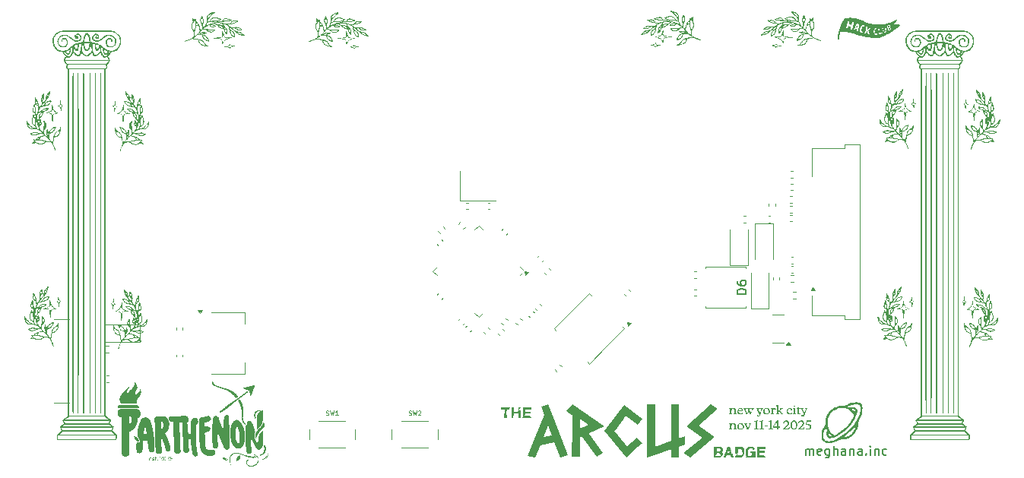
<source format=gbr>
%TF.GenerationSoftware,KiCad,Pcbnew,9.0.1*%
%TF.CreationDate,2025-10-31T20:13:03-04:00*%
%TF.ProjectId,arcus,61726375-732e-46b6-9963-61645f706362,2025-10-31*%
%TF.SameCoordinates,Original*%
%TF.FileFunction,Legend,Top*%
%TF.FilePolarity,Positive*%
%FSLAX46Y46*%
G04 Gerber Fmt 4.6, Leading zero omitted, Abs format (unit mm)*
G04 Created by KiCad (PCBNEW 9.0.1) date 2025-10-31 20:13:03*
%MOMM*%
%LPD*%
G01*
G04 APERTURE LIST*
%ADD10C,0.300000*%
%ADD11C,0.100000*%
%ADD12C,0.200000*%
%ADD13C,0.150000*%
%ADD14C,0.062500*%
%ADD15C,0.120000*%
%ADD16C,0.000000*%
G04 APERTURE END LIST*
D10*
G36*
X143652390Y-98168421D02*
G01*
X143652390Y-98397581D01*
X144034416Y-98397581D01*
X144034416Y-98805253D01*
X143920293Y-98919284D01*
X143920293Y-99345000D01*
X143934307Y-99345000D01*
X144034416Y-99244982D01*
X144034416Y-99345000D01*
X144283360Y-99345000D01*
X144283360Y-98987886D01*
X144251395Y-99019760D01*
X144246632Y-99024522D01*
X144189022Y-99082133D01*
X144189022Y-98658891D01*
X144250846Y-98597158D01*
X144255608Y-98592304D01*
X144283360Y-98564460D01*
X144283360Y-98397581D01*
X144551264Y-98397581D01*
X144551264Y-98296465D01*
X144679309Y-98168421D01*
X143652390Y-98168421D01*
G37*
G36*
X145801666Y-98270911D02*
G01*
X145801666Y-98173641D01*
X145553271Y-98173641D01*
X145553271Y-98511063D01*
X145424494Y-98639840D01*
X145081027Y-98639840D01*
X145081027Y-98173641D01*
X144803964Y-98173641D01*
X144803964Y-99260369D01*
X144719242Y-99345000D01*
X144964523Y-99345000D01*
X144964523Y-99108053D01*
X145081027Y-98991550D01*
X145081027Y-98874038D01*
X145553271Y-98874038D01*
X145553271Y-99345000D01*
X145801666Y-99345000D01*
X145801666Y-98524435D01*
X145692306Y-98635627D01*
X145692306Y-98380271D01*
X145801666Y-98270911D01*
G37*
G36*
X146976779Y-98396024D02*
G01*
X146976779Y-98178404D01*
X146048137Y-98178404D01*
X146048137Y-99233625D01*
X145936762Y-99345000D01*
X146976779Y-99345000D01*
X146976779Y-99259453D01*
X146834904Y-99117670D01*
X146172335Y-99117670D01*
X146298639Y-98991366D01*
X146298639Y-98865520D01*
X146890683Y-98865520D01*
X146890683Y-98638100D01*
X146298639Y-98638100D01*
X146298639Y-98396024D01*
X146976779Y-98396024D01*
G37*
D11*
G36*
X169702320Y-98957815D02*
G01*
X169601831Y-98952081D01*
X169549512Y-98939039D01*
X169526292Y-98923103D01*
X169519748Y-98904998D01*
X169524732Y-98888110D01*
X169540326Y-98876482D01*
X169564479Y-98870523D01*
X169609263Y-98867934D01*
X169617281Y-98857380D01*
X169625225Y-98818380D01*
X169629169Y-98720411D01*
X169629169Y-98561714D01*
X169624430Y-98486885D01*
X169612189Y-98434429D01*
X169594670Y-98398743D01*
X169568013Y-98371406D01*
X169531827Y-98354396D01*
X169482868Y-98348185D01*
X169434143Y-98355147D01*
X169390158Y-98375931D01*
X169349328Y-98412116D01*
X169326299Y-98445222D01*
X169308748Y-98487074D01*
X169297275Y-98539623D01*
X169293091Y-98605251D01*
X169293091Y-98720411D01*
X169296513Y-98820328D01*
X169303269Y-98858486D01*
X169309760Y-98867934D01*
X169355839Y-98870573D01*
X169379125Y-98876482D01*
X169393821Y-98888014D01*
X169398604Y-98904998D01*
X169392039Y-98923070D01*
X169368694Y-98939008D01*
X169316000Y-98952070D01*
X169214689Y-98957815D01*
X169118639Y-98952079D01*
X169068241Y-98938974D01*
X169045570Y-98922797D01*
X169039078Y-98904143D01*
X169045697Y-98886486D01*
X169068649Y-98873707D01*
X169121022Y-98867934D01*
X169128209Y-98857631D01*
X169135471Y-98818814D01*
X169139096Y-98720411D01*
X169139096Y-98523735D01*
X169135070Y-98424204D01*
X169126810Y-98382829D01*
X169118274Y-98370594D01*
X169060489Y-98361436D01*
X169035956Y-98347849D01*
X169029309Y-98331699D01*
X169035489Y-98313350D01*
X169057274Y-98295612D01*
X169096918Y-98279382D01*
X169154239Y-98263005D01*
X169211478Y-98251435D01*
X169245647Y-98248412D01*
X169271107Y-98253243D01*
X169284726Y-98265814D01*
X169291548Y-98286408D01*
X169294495Y-98324921D01*
X169294495Y-98407048D01*
X169321988Y-98357424D01*
X169356256Y-98316499D01*
X169397688Y-98283278D01*
X169444779Y-98258713D01*
X169496154Y-98243854D01*
X169552904Y-98238764D01*
X169603224Y-98243105D01*
X169646966Y-98255546D01*
X169685343Y-98275716D01*
X169719234Y-98303916D01*
X169745583Y-98338090D01*
X169765492Y-98381310D01*
X169778446Y-98435617D01*
X169783164Y-98503585D01*
X169783164Y-98720778D01*
X169785179Y-98835694D01*
X169790174Y-98858776D01*
X169798063Y-98867934D01*
X169838216Y-98870504D01*
X169860284Y-98876482D01*
X169874583Y-98887971D01*
X169879274Y-98904998D01*
X169872819Y-98923246D01*
X169850122Y-98939172D01*
X169799370Y-98952132D01*
X169702320Y-98957815D01*
G37*
G36*
X170352142Y-98243713D02*
G01*
X170406408Y-98257888D01*
X170454132Y-98280774D01*
X170496353Y-98312526D01*
X170532633Y-98352221D01*
X170557376Y-98393290D01*
X170571940Y-98436367D01*
X170576831Y-98482397D01*
X170570839Y-98526324D01*
X170554422Y-98558295D01*
X170537692Y-98573986D01*
X170517113Y-98583466D01*
X170491468Y-98586810D01*
X170077355Y-98586810D01*
X170088854Y-98660590D01*
X170112167Y-98720367D01*
X170146536Y-98768893D01*
X170179792Y-98798240D01*
X170217805Y-98819202D01*
X170261516Y-98832144D01*
X170312255Y-98836671D01*
X170365260Y-98831217D01*
X170415635Y-98814897D01*
X170464369Y-98787088D01*
X170512168Y-98746301D01*
X170537954Y-98726741D01*
X170551369Y-98722304D01*
X170567430Y-98726204D01*
X170576973Y-98737350D01*
X170580739Y-98758818D01*
X170576294Y-98787212D01*
X170561829Y-98818569D01*
X170534577Y-98854195D01*
X170492152Y-98897036D01*
X170444911Y-98929959D01*
X170392196Y-98953690D01*
X170333001Y-98968351D01*
X170266032Y-98973447D01*
X170194154Y-98966974D01*
X170131535Y-98948376D01*
X170076409Y-98918094D01*
X170027529Y-98875505D01*
X169988185Y-98824045D01*
X169959767Y-98765422D01*
X169942117Y-98698278D01*
X169935938Y-98620821D01*
X169942765Y-98538889D01*
X169951085Y-98508408D01*
X170081568Y-98508408D01*
X170371484Y-98508408D01*
X170404031Y-98504289D01*
X170424189Y-98493755D01*
X170435850Y-98477614D01*
X170440055Y-98454003D01*
X170435261Y-98417671D01*
X170421051Y-98385005D01*
X170396641Y-98354902D01*
X170365413Y-98332070D01*
X170327751Y-98317995D01*
X170281847Y-98313014D01*
X170230773Y-98319081D01*
X170186733Y-98336659D01*
X170148063Y-98366015D01*
X170117442Y-98404259D01*
X170095180Y-98451103D01*
X170081568Y-98508408D01*
X169951085Y-98508408D01*
X169962392Y-98466986D01*
X169994256Y-98403313D01*
X170038764Y-98346536D01*
X170093655Y-98298941D01*
X170153042Y-98265680D01*
X170217973Y-98245629D01*
X170289968Y-98238764D01*
X170352142Y-98243713D01*
G37*
G36*
X171410310Y-98963677D02*
G01*
X171387751Y-98959398D01*
X171365576Y-98945830D01*
X171342836Y-98920282D01*
X171319269Y-98878314D01*
X171212840Y-98603724D01*
X171157333Y-98729455D01*
X171088032Y-98874101D01*
X171062116Y-98918793D01*
X171042480Y-98943405D01*
X171020148Y-98958641D01*
X170994120Y-98963677D01*
X170968156Y-98958765D01*
X170946432Y-98944077D01*
X170927824Y-98920384D01*
X170904422Y-98878131D01*
X170849651Y-98758086D01*
X170772531Y-98567271D01*
X170717882Y-98431838D01*
X170689794Y-98365160D01*
X170680065Y-98350975D01*
X170668850Y-98342018D01*
X170623953Y-98332268D01*
X170603423Y-98317968D01*
X170597348Y-98299886D01*
X170603949Y-98281609D01*
X170627369Y-98265526D01*
X170680127Y-98252365D01*
X170781446Y-98246580D01*
X170874602Y-98252422D01*
X170923903Y-98265837D01*
X170946411Y-98282584D01*
X170952965Y-98302206D01*
X170946281Y-98321129D01*
X170923755Y-98334450D01*
X170873464Y-98340369D01*
X170869655Y-98355381D01*
X170874058Y-98392886D01*
X170896118Y-98471039D01*
X170956071Y-98632010D01*
X171037534Y-98809621D01*
X171114742Y-98648365D01*
X171173578Y-98497234D01*
X171160205Y-98459804D01*
X171148299Y-98429396D01*
X171139200Y-98404666D01*
X171132117Y-98385615D01*
X171126561Y-98372182D01*
X171121676Y-98361618D01*
X171117402Y-98354535D01*
X171111784Y-98347452D01*
X171104823Y-98340369D01*
X171064172Y-98334826D01*
X171044997Y-98321842D01*
X171038939Y-98302206D01*
X171045580Y-98282729D01*
X171068578Y-98265973D01*
X171119331Y-98252474D01*
X171215648Y-98246580D01*
X171308545Y-98252418D01*
X171357726Y-98265825D01*
X171380193Y-98282571D01*
X171386741Y-98302206D01*
X171382812Y-98316705D01*
X171370378Y-98328135D01*
X171345187Y-98336733D01*
X171299790Y-98340369D01*
X171295901Y-98358577D01*
X171300623Y-98397479D01*
X171322077Y-98471039D01*
X171386100Y-98655682D01*
X171447679Y-98806812D01*
X171521248Y-98632050D01*
X171577616Y-98460842D01*
X171594188Y-98389495D01*
X171595779Y-98354060D01*
X171590256Y-98338965D01*
X171528923Y-98329557D01*
X171503088Y-98315604D01*
X171496161Y-98299153D01*
X171502371Y-98280632D01*
X171523725Y-98264803D01*
X171570562Y-98252110D01*
X171659132Y-98246580D01*
X171719160Y-98250488D01*
X171761653Y-98260624D01*
X171785791Y-98272457D01*
X171797481Y-98284458D01*
X171800976Y-98297077D01*
X171797013Y-98314332D01*
X171785528Y-98325898D01*
X171767460Y-98333156D01*
X171735153Y-98339148D01*
X171720210Y-98349442D01*
X171706454Y-98368702D01*
X171672138Y-98445882D01*
X171575142Y-98699843D01*
X171499886Y-98876727D01*
X171477549Y-98920156D01*
X171459281Y-98944077D01*
X171437421Y-98958704D01*
X171410310Y-98963677D01*
G37*
G36*
X172255512Y-99219644D02*
G01*
X172214925Y-99215438D01*
X172180931Y-99203481D01*
X172152137Y-99184045D01*
X172129223Y-99158237D01*
X172116062Y-99130422D01*
X172111653Y-99099598D01*
X172117971Y-99062121D01*
X172136200Y-99032615D01*
X172163687Y-99012755D01*
X172197199Y-99006114D01*
X172229281Y-99011463D01*
X172252581Y-99026448D01*
X172268279Y-99049751D01*
X172275785Y-99081830D01*
X172275785Y-99115474D01*
X172280791Y-99128904D01*
X172296789Y-99133670D01*
X172317728Y-99128906D01*
X172338664Y-99113313D01*
X172360618Y-99082552D01*
X172383618Y-99029806D01*
X172387961Y-99002440D01*
X172384289Y-98971493D01*
X172372836Y-98936657D01*
X172347165Y-98878253D01*
X172243630Y-98646671D01*
X172153907Y-98430434D01*
X172120791Y-98359469D01*
X172104937Y-98342018D01*
X172060091Y-98332303D01*
X172039573Y-98318003D01*
X172033496Y-98299886D01*
X172040103Y-98281618D01*
X172063557Y-98265535D01*
X172116417Y-98252369D01*
X172217960Y-98246580D01*
X172315655Y-98252496D01*
X172367039Y-98266031D01*
X172390251Y-98282791D01*
X172396929Y-98302206D01*
X172393063Y-98316827D01*
X172380933Y-98328251D01*
X172356587Y-98336777D01*
X172312971Y-98340369D01*
X172308631Y-98354739D01*
X172312638Y-98392216D01*
X172335197Y-98472566D01*
X172387832Y-98607440D01*
X172479605Y-98808522D01*
X172545113Y-98635174D01*
X172598613Y-98458461D01*
X172615237Y-98386782D01*
X172616750Y-98351922D01*
X172611252Y-98337561D01*
X172568489Y-98334935D01*
X172545490Y-98328890D01*
X172530707Y-98317165D01*
X172525889Y-98299947D01*
X172529806Y-98285376D01*
X172542592Y-98272311D01*
X172568571Y-98260319D01*
X172614941Y-98250451D01*
X172682632Y-98246580D01*
X172744947Y-98250346D01*
X172787595Y-98259952D01*
X172811462Y-98271389D01*
X172823209Y-98283600D01*
X172826796Y-98297016D01*
X172820788Y-98314306D01*
X172800059Y-98328584D01*
X172754134Y-98339087D01*
X172738127Y-98352367D01*
X172717996Y-98384122D01*
X172692707Y-98445699D01*
X172533461Y-98890160D01*
X172485780Y-99008913D01*
X172445591Y-99090661D01*
X172411950Y-99143928D01*
X172381193Y-99177078D01*
X172345599Y-99200377D01*
X172304218Y-99214650D01*
X172255512Y-99219644D01*
G37*
G36*
X173288906Y-98245317D02*
G01*
X173357287Y-98264861D01*
X173417707Y-98296649D01*
X173471475Y-98341224D01*
X173515457Y-98395530D01*
X173546842Y-98456357D01*
X173566133Y-98524986D01*
X173572836Y-98603175D01*
X173565582Y-98683848D01*
X173544740Y-98754108D01*
X173510813Y-98815940D01*
X173463110Y-98870743D01*
X173405363Y-98915264D01*
X173341012Y-98947092D01*
X173268776Y-98966657D01*
X173186933Y-98973447D01*
X173107999Y-98966659D01*
X173039288Y-98947191D01*
X172978920Y-98915619D01*
X172925532Y-98871475D01*
X172881952Y-98817518D01*
X172850764Y-98756712D01*
X172831539Y-98687722D01*
X172824842Y-98608731D01*
X172830488Y-98545900D01*
X172978838Y-98545900D01*
X172983429Y-98611280D01*
X172996969Y-98672772D01*
X173019391Y-98731094D01*
X173051011Y-98786845D01*
X173091502Y-98836329D01*
X173134406Y-98869351D01*
X173180450Y-98888575D01*
X173231079Y-98895045D01*
X173282376Y-98887997D01*
X173326592Y-98867382D01*
X173365596Y-98832213D01*
X173394362Y-98787526D01*
X173412399Y-98732987D01*
X173418841Y-98666006D01*
X173414169Y-98600717D01*
X173400385Y-98539286D01*
X173377535Y-98480978D01*
X173345263Y-98425183D01*
X173304109Y-98375533D01*
X173260970Y-98342499D01*
X173215132Y-98323342D01*
X173165195Y-98316922D01*
X173113917Y-98323921D01*
X173069954Y-98344340D01*
X173031411Y-98379082D01*
X173003113Y-98423289D01*
X172985253Y-98477968D01*
X172978838Y-98545900D01*
X172830488Y-98545900D01*
X172832027Y-98528778D01*
X172852706Y-98458835D01*
X172886426Y-98396991D01*
X172933897Y-98341896D01*
X172991346Y-98297140D01*
X173055673Y-98265103D01*
X173128210Y-98245377D01*
X173210746Y-98238520D01*
X173288906Y-98245317D01*
G37*
G36*
X173830879Y-98957815D02*
G01*
X173734828Y-98952079D01*
X173684431Y-98938974D01*
X173661760Y-98922797D01*
X173655268Y-98904143D01*
X173661877Y-98886476D01*
X173684770Y-98873701D01*
X173736967Y-98867934D01*
X173744265Y-98857560D01*
X173751619Y-98818626D01*
X173755286Y-98720106D01*
X173755286Y-98524406D01*
X173751198Y-98423675D01*
X173742817Y-98381875D01*
X173734159Y-98369556D01*
X173675191Y-98360353D01*
X173650261Y-98346722D01*
X173643545Y-98330600D01*
X173649760Y-98312201D01*
X173671693Y-98294391D01*
X173710493Y-98278209D01*
X173768658Y-98261723D01*
X173826983Y-98250095D01*
X173861470Y-98247069D01*
X173887073Y-98252071D01*
X173900854Y-98265204D01*
X173907767Y-98286272D01*
X173910685Y-98323639D01*
X173910685Y-98415535D01*
X173936793Y-98363382D01*
X173968026Y-98320634D01*
X174004413Y-98286086D01*
X174046370Y-98258766D01*
X174085689Y-98243599D01*
X174123421Y-98238764D01*
X174163998Y-98245631D01*
X174198220Y-98265936D01*
X174215434Y-98285936D01*
X174225980Y-98310709D01*
X174229727Y-98341713D01*
X174223571Y-98384190D01*
X174206646Y-98414863D01*
X174180332Y-98435161D01*
X174147234Y-98441974D01*
X174123418Y-98438452D01*
X174100788Y-98427698D01*
X174078602Y-98408574D01*
X174071580Y-98400942D01*
X174063215Y-98392637D01*
X174054788Y-98386348D01*
X174043614Y-98380730D01*
X174031036Y-98379326D01*
X174006417Y-98384556D01*
X173979830Y-98401951D01*
X173949825Y-98436235D01*
X173927965Y-98476003D01*
X173914189Y-98523791D01*
X173909281Y-98581498D01*
X173909281Y-98719068D01*
X173913111Y-98816091D01*
X173920822Y-98854692D01*
X173928576Y-98865125D01*
X173983200Y-98867800D01*
X174011008Y-98873796D01*
X174028728Y-98886032D01*
X174034333Y-98904204D01*
X174027415Y-98922153D01*
X174002176Y-98938358D01*
X173944018Y-98951844D01*
X173830879Y-98957815D01*
G37*
G36*
X174422923Y-98961723D02*
G01*
X174325680Y-98955969D01*
X174274736Y-98942833D01*
X174251882Y-98926654D01*
X174245359Y-98908051D01*
X174251921Y-98890335D01*
X174274549Y-98877583D01*
X174325959Y-98871842D01*
X174333741Y-98861283D01*
X174341510Y-98821930D01*
X174345376Y-98722670D01*
X174345376Y-98196327D01*
X174340845Y-98098153D01*
X174331547Y-98057566D01*
X174321746Y-98045690D01*
X174271748Y-98042107D01*
X174244620Y-98033754D01*
X174231708Y-98022976D01*
X174227773Y-98009787D01*
X174234108Y-97989784D01*
X174255434Y-97972479D01*
X174298802Y-97954470D01*
X174358016Y-97937308D01*
X174416673Y-97925322D01*
X174450828Y-97922226D01*
X174476022Y-97927239D01*
X174489663Y-97940483D01*
X174496488Y-97961736D01*
X174499371Y-97999406D01*
X174499371Y-98091974D01*
X174499371Y-98222400D01*
X174499371Y-98580094D01*
X174587055Y-98508531D01*
X174671263Y-98433126D01*
X174709481Y-98393553D01*
X174726928Y-98367050D01*
X174729843Y-98352667D01*
X174724869Y-98344460D01*
X174675777Y-98335540D01*
X174654070Y-98322003D01*
X174647871Y-98305137D01*
X174654583Y-98287067D01*
X174678679Y-98270990D01*
X174733495Y-98257737D01*
X174839357Y-98251892D01*
X174945207Y-98257742D01*
X175000024Y-98271007D01*
X175024128Y-98287102D01*
X175030844Y-98305198D01*
X175023632Y-98322365D01*
X174996352Y-98338249D01*
X174931620Y-98351482D01*
X174893608Y-98362974D01*
X174855416Y-98384455D01*
X174709359Y-98501570D01*
X174846859Y-98725275D01*
X174912081Y-98819757D01*
X174947202Y-98858223D01*
X174969356Y-98871842D01*
X175022551Y-98874279D01*
X175049406Y-98879719D01*
X175066664Y-98890693D01*
X175071877Y-98906036D01*
X175065719Y-98926391D01*
X175045398Y-98943114D01*
X175002482Y-98956128D01*
X174923133Y-98961723D01*
X174865843Y-98956921D01*
X174829664Y-98944935D01*
X174808033Y-98928018D01*
X174758964Y-98858967D01*
X174596153Y-98594138D01*
X174499371Y-98681088D01*
X174499371Y-98723403D01*
X174502829Y-98823905D01*
X174509657Y-98862316D01*
X174516224Y-98871842D01*
X174564163Y-98874275D01*
X174588459Y-98879719D01*
X174603737Y-98890963D01*
X174608792Y-98908906D01*
X174602197Y-98926930D01*
X174578671Y-98942871D01*
X174525433Y-98955961D01*
X174422923Y-98961723D01*
G37*
G36*
X175749651Y-98973447D02*
G01*
X175679272Y-98966878D01*
X175617484Y-98947919D01*
X175562586Y-98916860D01*
X175513407Y-98872880D01*
X175473877Y-98820135D01*
X175445403Y-98760636D01*
X175427780Y-98693108D01*
X175421632Y-98615875D01*
X175428141Y-98537700D01*
X175446989Y-98467895D01*
X175477809Y-98404940D01*
X175521100Y-98347697D01*
X175574439Y-98299793D01*
X175633164Y-98266176D01*
X175698430Y-98245789D01*
X175771938Y-98238764D01*
X175830812Y-98243275D01*
X175882887Y-98256255D01*
X175929300Y-98277283D01*
X175970935Y-98306481D01*
X176008406Y-98343595D01*
X176032756Y-98378865D01*
X176046400Y-98412944D01*
X176050802Y-98446737D01*
X176045856Y-98477769D01*
X176031873Y-98501264D01*
X176010254Y-98516851D01*
X175982109Y-98522208D01*
X175961837Y-98519399D01*
X175944251Y-98509569D01*
X175930207Y-98496929D01*
X175917629Y-98478672D01*
X175907126Y-98459010D01*
X175895952Y-98434464D01*
X175885450Y-98409856D01*
X175858579Y-98365280D01*
X175827930Y-98335937D01*
X175793040Y-98318849D01*
X175752337Y-98313014D01*
X175712730Y-98317427D01*
X175678132Y-98330235D01*
X175647388Y-98351556D01*
X175619836Y-98382501D01*
X175592880Y-98431061D01*
X175576068Y-98488195D01*
X175570132Y-98555914D01*
X175574503Y-98619026D01*
X175586877Y-98673067D01*
X175606516Y-98719497D01*
X175633208Y-98759490D01*
X175667487Y-98793396D01*
X175706052Y-98817177D01*
X175749779Y-98831651D01*
X175800026Y-98836671D01*
X175845308Y-98832111D01*
X175888381Y-98818475D01*
X175927059Y-98799368D01*
X175949380Y-98784036D01*
X175996275Y-98739829D01*
X176022653Y-98718291D01*
X176038346Y-98713145D01*
X176053606Y-98716951D01*
X176062780Y-98727945D01*
X176066434Y-98749354D01*
X176061706Y-98780261D01*
X176046311Y-98814575D01*
X176017341Y-98853707D01*
X175969736Y-98899142D01*
X175906577Y-98938642D01*
X175859674Y-98957656D01*
X175807677Y-98969386D01*
X175749651Y-98973447D01*
G37*
G36*
X176490439Y-98904204D02*
G01*
X176483948Y-98922825D01*
X176461261Y-98938984D01*
X176410797Y-98952082D01*
X176314584Y-98957815D01*
X176218385Y-98952077D01*
X176167919Y-98938968D01*
X176145225Y-98922791D01*
X176138729Y-98904143D01*
X176145373Y-98886513D01*
X176168473Y-98873720D01*
X176221284Y-98867934D01*
X176228128Y-98858339D01*
X176235183Y-98820025D01*
X176238747Y-98720228D01*
X176238747Y-98523368D01*
X176235018Y-98422124D01*
X176227482Y-98381379D01*
X176219940Y-98370106D01*
X176160733Y-98360841D01*
X176135702Y-98347149D01*
X176128960Y-98330966D01*
X176135420Y-98310656D01*
X176156742Y-98294635D01*
X176194985Y-98278165D01*
X176251814Y-98261051D01*
X176308980Y-98248882D01*
X176344138Y-98245664D01*
X176369384Y-98250681D01*
X176383033Y-98263921D01*
X176389857Y-98285114D01*
X176392742Y-98322723D01*
X176392742Y-98415963D01*
X176392742Y-98549808D01*
X176392742Y-98719373D01*
X176396218Y-98818938D01*
X176403088Y-98857047D01*
X176409717Y-98866530D01*
X176450226Y-98869173D01*
X176471938Y-98875261D01*
X176485824Y-98886848D01*
X176490439Y-98904204D01*
G37*
G36*
X176205163Y-98040806D02*
G01*
X176208909Y-98013862D01*
X176219506Y-97992633D01*
X176237159Y-97975715D01*
X176271509Y-97959185D01*
X176312325Y-97953489D01*
X176354473Y-97959678D01*
X176383339Y-97976386D01*
X176401953Y-98002531D01*
X176408374Y-98036714D01*
X176404639Y-98063684D01*
X176394031Y-98085178D01*
X176376317Y-98102538D01*
X176341793Y-98119534D01*
X176299869Y-98125436D01*
X176260049Y-98119373D01*
X176230931Y-98102538D01*
X176211808Y-98076137D01*
X176205163Y-98040806D01*
G37*
G36*
X176816137Y-98962090D02*
G01*
X176760922Y-98956414D01*
X176717651Y-98940723D01*
X176683635Y-98915867D01*
X176658621Y-98882089D01*
X176642574Y-98837409D01*
X176636680Y-98778480D01*
X176635275Y-98350994D01*
X176596013Y-98350994D01*
X176565242Y-98345843D01*
X176549560Y-98332994D01*
X176544173Y-98311793D01*
X176547543Y-98294845D01*
X176559560Y-98272592D01*
X176590396Y-98235467D01*
X176636680Y-98194190D01*
X176692247Y-98152397D01*
X176728545Y-98133300D01*
X176751657Y-98128367D01*
X176772425Y-98133343D01*
X176784695Y-98147489D01*
X176789515Y-98174590D01*
X176789515Y-98262761D01*
X176950409Y-98262761D01*
X177039924Y-98255800D01*
X177174258Y-98248778D01*
X177272538Y-98254509D01*
X177323895Y-98267573D01*
X177346835Y-98283611D01*
X177353349Y-98301962D01*
X177346572Y-98319932D01*
X177322694Y-98334045D01*
X177268169Y-98342568D01*
X177263400Y-98356964D01*
X177267646Y-98394256D01*
X177291922Y-98474337D01*
X177353628Y-98631535D01*
X177437308Y-98809438D01*
X177506350Y-98623814D01*
X177556254Y-98460354D01*
X177571600Y-98387466D01*
X177573292Y-98353062D01*
X177568893Y-98339759D01*
X177524859Y-98334966D01*
X177501666Y-98328585D01*
X177486848Y-98317195D01*
X177482065Y-98300558D01*
X177488142Y-98282250D01*
X177508955Y-98266664D01*
X177554441Y-98254202D01*
X177640273Y-98248778D01*
X177702515Y-98252746D01*
X177744565Y-98262822D01*
X177768163Y-98274570D01*
X177779645Y-98286529D01*
X177783094Y-98299153D01*
X177778866Y-98316180D01*
X177766303Y-98327852D01*
X177746741Y-98335113D01*
X177711775Y-98341163D01*
X177695029Y-98354605D01*
X177674760Y-98386390D01*
X177650226Y-98447592D01*
X177490797Y-98891442D01*
X177442167Y-99010076D01*
X177401465Y-99091727D01*
X177367637Y-99144905D01*
X177336859Y-99177990D01*
X177301231Y-99201253D01*
X177259795Y-99215510D01*
X177211017Y-99220498D01*
X177170435Y-99216283D01*
X177136398Y-99204289D01*
X177107519Y-99184778D01*
X177084571Y-99158887D01*
X177071390Y-99130992D01*
X177066974Y-99100087D01*
X177073265Y-99062474D01*
X177091399Y-99032859D01*
X177118814Y-99012945D01*
X177152154Y-99006297D01*
X177184167Y-99011634D01*
X177207353Y-99026570D01*
X177222958Y-99049854D01*
X177230434Y-99081891D01*
X177231838Y-99115474D01*
X177238513Y-99129138D01*
X177252843Y-99133670D01*
X177273822Y-99128911D01*
X177294774Y-99113346D01*
X177316715Y-99082671D01*
X177339672Y-99030111D01*
X177344014Y-99002814D01*
X177340343Y-98971981D01*
X177328903Y-98937203D01*
X177303279Y-98878864D01*
X177199716Y-98647920D01*
X177110022Y-98432205D01*
X177088401Y-98389282D01*
X177069417Y-98366381D01*
X177045272Y-98353155D01*
X177009333Y-98348185D01*
X176789515Y-98348185D01*
X176789515Y-98722548D01*
X176795513Y-98782952D01*
X176809848Y-98816460D01*
X176825559Y-98831280D01*
X176848290Y-98840876D01*
X176880617Y-98844487D01*
X176909666Y-98839915D01*
X176949982Y-98823482D01*
X176988398Y-98806100D01*
X177003960Y-98802416D01*
X177018745Y-98805813D01*
X177027323Y-98815309D01*
X177030643Y-98833190D01*
X177024766Y-98857398D01*
X177004428Y-98885023D01*
X176962622Y-98918004D01*
X176915752Y-98942655D01*
X176867206Y-98957212D01*
X176816137Y-98962090D01*
G37*
G36*
X169702320Y-100637815D02*
G01*
X169601831Y-100632081D01*
X169549512Y-100619039D01*
X169526292Y-100603103D01*
X169519748Y-100584998D01*
X169524732Y-100568110D01*
X169540326Y-100556482D01*
X169564479Y-100550523D01*
X169609263Y-100547934D01*
X169617281Y-100537380D01*
X169625225Y-100498380D01*
X169629169Y-100400411D01*
X169629169Y-100241714D01*
X169624430Y-100166885D01*
X169612189Y-100114429D01*
X169594670Y-100078743D01*
X169568013Y-100051406D01*
X169531827Y-100034396D01*
X169482868Y-100028185D01*
X169434143Y-100035147D01*
X169390158Y-100055931D01*
X169349328Y-100092116D01*
X169326299Y-100125222D01*
X169308748Y-100167074D01*
X169297275Y-100219623D01*
X169293091Y-100285251D01*
X169293091Y-100400411D01*
X169296513Y-100500328D01*
X169303269Y-100538486D01*
X169309760Y-100547934D01*
X169355839Y-100550573D01*
X169379125Y-100556482D01*
X169393821Y-100568014D01*
X169398604Y-100584998D01*
X169392039Y-100603070D01*
X169368694Y-100619008D01*
X169316000Y-100632070D01*
X169214689Y-100637815D01*
X169118639Y-100632079D01*
X169068241Y-100618974D01*
X169045570Y-100602797D01*
X169039078Y-100584143D01*
X169045697Y-100566486D01*
X169068649Y-100553707D01*
X169121022Y-100547934D01*
X169128209Y-100537631D01*
X169135471Y-100498814D01*
X169139096Y-100400411D01*
X169139096Y-100203735D01*
X169135070Y-100104204D01*
X169126810Y-100062829D01*
X169118274Y-100050594D01*
X169060489Y-100041436D01*
X169035956Y-100027849D01*
X169029309Y-100011699D01*
X169035489Y-99993350D01*
X169057274Y-99975612D01*
X169096918Y-99959382D01*
X169154239Y-99943005D01*
X169211478Y-99931435D01*
X169245647Y-99928412D01*
X169271107Y-99933243D01*
X169284726Y-99945814D01*
X169291548Y-99966408D01*
X169294495Y-100004921D01*
X169294495Y-100087048D01*
X169321988Y-100037424D01*
X169356256Y-99996499D01*
X169397688Y-99963278D01*
X169444779Y-99938713D01*
X169496154Y-99923854D01*
X169552904Y-99918764D01*
X169603224Y-99923105D01*
X169646966Y-99935546D01*
X169685343Y-99955716D01*
X169719234Y-99983916D01*
X169745583Y-100018090D01*
X169765492Y-100061310D01*
X169778446Y-100115617D01*
X169783164Y-100183585D01*
X169783164Y-100400778D01*
X169785179Y-100515694D01*
X169790174Y-100538776D01*
X169798063Y-100547934D01*
X169838216Y-100550504D01*
X169860284Y-100556482D01*
X169874583Y-100567971D01*
X169879274Y-100584998D01*
X169872819Y-100603246D01*
X169850122Y-100619172D01*
X169799370Y-100632132D01*
X169702320Y-100637815D01*
G37*
G36*
X170400002Y-99925317D02*
G01*
X170468383Y-99944861D01*
X170528802Y-99976649D01*
X170582571Y-100021224D01*
X170626553Y-100075530D01*
X170657938Y-100136357D01*
X170677229Y-100204986D01*
X170683932Y-100283175D01*
X170676677Y-100363848D01*
X170655835Y-100434108D01*
X170621908Y-100495940D01*
X170574206Y-100550743D01*
X170516459Y-100595264D01*
X170452108Y-100627092D01*
X170379871Y-100646657D01*
X170298028Y-100653447D01*
X170219094Y-100646659D01*
X170150383Y-100627191D01*
X170090016Y-100595619D01*
X170036627Y-100551475D01*
X169993047Y-100497518D01*
X169961860Y-100436712D01*
X169942635Y-100367722D01*
X169935938Y-100288731D01*
X169941584Y-100225900D01*
X170089933Y-100225900D01*
X170094525Y-100291280D01*
X170108065Y-100352772D01*
X170130486Y-100411094D01*
X170162107Y-100466845D01*
X170202597Y-100516329D01*
X170245502Y-100549351D01*
X170291546Y-100568575D01*
X170342175Y-100575045D01*
X170393472Y-100567997D01*
X170437688Y-100547382D01*
X170476692Y-100512213D01*
X170505458Y-100467526D01*
X170523495Y-100412987D01*
X170529937Y-100346006D01*
X170525264Y-100280717D01*
X170511480Y-100219286D01*
X170488630Y-100160978D01*
X170456359Y-100105183D01*
X170415204Y-100055533D01*
X170372066Y-100022499D01*
X170326227Y-100003342D01*
X170276290Y-99996922D01*
X170225013Y-100003921D01*
X170181050Y-100024340D01*
X170142506Y-100059082D01*
X170114208Y-100103289D01*
X170096348Y-100157968D01*
X170089933Y-100225900D01*
X169941584Y-100225900D01*
X169943123Y-100208778D01*
X169963801Y-100138835D01*
X169997522Y-100076991D01*
X170044993Y-100021896D01*
X170102441Y-99977140D01*
X170166769Y-99945103D01*
X170239306Y-99925377D01*
X170321842Y-99918520D01*
X170400002Y-99925317D01*
G37*
G36*
X171094626Y-100643677D02*
G01*
X171066428Y-100638914D01*
X171045655Y-100625481D01*
X171027878Y-100602735D01*
X171002424Y-100558131D01*
X170956761Y-100456260D01*
X170812281Y-100111838D01*
X170782911Y-100043756D01*
X170773365Y-100029736D01*
X170763372Y-100022018D01*
X170718648Y-100012277D01*
X170698178Y-99997980D01*
X170692114Y-99979886D01*
X170698719Y-99961615D01*
X170722162Y-99945532D01*
X170774988Y-99932368D01*
X170876456Y-99926580D01*
X170976611Y-99932534D01*
X171029122Y-99946132D01*
X171052711Y-99962899D01*
X171059455Y-99982206D01*
X171055506Y-99996664D01*
X171042966Y-100008096D01*
X171017482Y-100016718D01*
X170971467Y-100020369D01*
X170967639Y-100035387D01*
X170971963Y-100072898D01*
X170993815Y-100151039D01*
X171050730Y-100301456D01*
X171133583Y-100481195D01*
X171210087Y-100302669D01*
X171266451Y-100139438D01*
X171283379Y-100066725D01*
X171285281Y-100032381D01*
X171280434Y-100018965D01*
X171223433Y-100009700D01*
X171199018Y-99995833D01*
X171192323Y-99979153D01*
X171198449Y-99960489D01*
X171219333Y-99944669D01*
X171264785Y-99932060D01*
X171350348Y-99926580D01*
X171413892Y-99930536D01*
X171457266Y-99940624D01*
X171481784Y-99952487D01*
X171493613Y-99964490D01*
X171497138Y-99977077D01*
X171491068Y-99994299D01*
X171469999Y-100008598D01*
X171423072Y-100019148D01*
X171408038Y-100029410D01*
X171393702Y-100048702D01*
X171360179Y-100127287D01*
X171267695Y-100362241D01*
X171185484Y-100555322D01*
X171161289Y-100602444D01*
X171144879Y-100625481D01*
X171124959Y-100638753D01*
X171094626Y-100643677D01*
G37*
G36*
X172086496Y-100637815D02*
G01*
X171965363Y-100634146D01*
X171897758Y-100625603D01*
X171861235Y-100613519D01*
X171844141Y-100599399D01*
X171839078Y-100583227D01*
X171845652Y-100564120D01*
X171867594Y-100550193D01*
X171902092Y-100543265D01*
X171972618Y-100540118D01*
X171987697Y-100530217D01*
X171997653Y-100503726D01*
X172001496Y-100465359D01*
X172003210Y-100390214D01*
X172003210Y-99884387D01*
X171998748Y-99817825D01*
X171989272Y-99788768D01*
X171978175Y-99779363D01*
X171905207Y-99799635D01*
X171853444Y-99814021D01*
X171832240Y-99817159D01*
X171811195Y-99813288D01*
X171800060Y-99803318D01*
X171796092Y-99786202D01*
X171800387Y-99770542D01*
X171815922Y-99751446D01*
X171849214Y-99727156D01*
X171906579Y-99697450D01*
X171983487Y-99668110D01*
X172059321Y-99646524D01*
X172121047Y-99634994D01*
X172170943Y-99631535D01*
X172205712Y-99636777D01*
X172222734Y-99649426D01*
X172228340Y-99669392D01*
X172220781Y-99689296D01*
X172192131Y-99711463D01*
X172182398Y-99723128D01*
X172175401Y-99747184D01*
X172171249Y-99848850D01*
X172171249Y-100390092D01*
X172173157Y-100463007D01*
X172177538Y-100502322D01*
X172187873Y-100530206D01*
X172201901Y-100540118D01*
X172272373Y-100543264D01*
X172306864Y-100550193D01*
X172328806Y-100564120D01*
X172335380Y-100583227D01*
X172330314Y-100599395D01*
X172313205Y-100613516D01*
X172276639Y-100625603D01*
X172208859Y-100634138D01*
X172086496Y-100637815D01*
G37*
G36*
X172663886Y-100637815D02*
G01*
X172542753Y-100634146D01*
X172475148Y-100625603D01*
X172438625Y-100613519D01*
X172421531Y-100599399D01*
X172416468Y-100583227D01*
X172423042Y-100564120D01*
X172444984Y-100550193D01*
X172479482Y-100543265D01*
X172550008Y-100540118D01*
X172565087Y-100530217D01*
X172575043Y-100503726D01*
X172578886Y-100465359D01*
X172580600Y-100390214D01*
X172580600Y-99884387D01*
X172576138Y-99817825D01*
X172566662Y-99788768D01*
X172555565Y-99779363D01*
X172482597Y-99799635D01*
X172430834Y-99814021D01*
X172409630Y-99817159D01*
X172388585Y-99813288D01*
X172377450Y-99803318D01*
X172373482Y-99786202D01*
X172377777Y-99770542D01*
X172393312Y-99751446D01*
X172426605Y-99727156D01*
X172483969Y-99697450D01*
X172560877Y-99668110D01*
X172636711Y-99646524D01*
X172698437Y-99634994D01*
X172748333Y-99631535D01*
X172783102Y-99636777D01*
X172800124Y-99649426D01*
X172805730Y-99669392D01*
X172798172Y-99689296D01*
X172769521Y-99711463D01*
X172759788Y-99723128D01*
X172752791Y-99747184D01*
X172748639Y-99848850D01*
X172748639Y-100390092D01*
X172750547Y-100463007D01*
X172754928Y-100502322D01*
X172765263Y-100530206D01*
X172779291Y-100540118D01*
X172849763Y-100543264D01*
X172884255Y-100550193D01*
X172906196Y-100564120D01*
X172912770Y-100583227D01*
X172907704Y-100599395D01*
X172890596Y-100613516D01*
X172854030Y-100625603D01*
X172786249Y-100634138D01*
X172663886Y-100637815D01*
G37*
G36*
X173009002Y-100305645D02*
G01*
X172976860Y-100300710D01*
X172961015Y-100288732D01*
X172955757Y-100269680D01*
X172958265Y-100244167D01*
X172965587Y-100221259D01*
X172977414Y-100197804D01*
X172990744Y-100183890D01*
X173008728Y-100175958D01*
X173038372Y-100172777D01*
X173097845Y-100172777D01*
X173157318Y-100172777D01*
X173216791Y-100172777D01*
X173276325Y-100172777D01*
X173309034Y-100177997D01*
X173325398Y-100190818D01*
X173330914Y-100211550D01*
X173328586Y-100233844D01*
X173321144Y-100258628D01*
X173309235Y-100281899D01*
X173295926Y-100295265D01*
X173278058Y-100302653D01*
X173248299Y-100305645D01*
X173188764Y-100305645D01*
X173129291Y-100305645D01*
X173069146Y-100305645D01*
X173009002Y-100305645D01*
G37*
G36*
X173653558Y-100637815D02*
G01*
X173532425Y-100634146D01*
X173464820Y-100625603D01*
X173428297Y-100613519D01*
X173411203Y-100599399D01*
X173406140Y-100583227D01*
X173412714Y-100564120D01*
X173434656Y-100550193D01*
X173469154Y-100543265D01*
X173539680Y-100540118D01*
X173554759Y-100530217D01*
X173564715Y-100503726D01*
X173568558Y-100465359D01*
X173570272Y-100390214D01*
X173570272Y-99884387D01*
X173565810Y-99817825D01*
X173556334Y-99788768D01*
X173545237Y-99779363D01*
X173472269Y-99799635D01*
X173420506Y-99814021D01*
X173399302Y-99817159D01*
X173378257Y-99813288D01*
X173367122Y-99803318D01*
X173363154Y-99786202D01*
X173367449Y-99770542D01*
X173382984Y-99751446D01*
X173416277Y-99727156D01*
X173473641Y-99697450D01*
X173550549Y-99668110D01*
X173626383Y-99646524D01*
X173688109Y-99634994D01*
X173738005Y-99631535D01*
X173772774Y-99636777D01*
X173789796Y-99649426D01*
X173795403Y-99669392D01*
X173787844Y-99689296D01*
X173759193Y-99711463D01*
X173749460Y-99723128D01*
X173742463Y-99747184D01*
X173738311Y-99848850D01*
X173738311Y-100390092D01*
X173740219Y-100463007D01*
X173744600Y-100502322D01*
X173754935Y-100530206D01*
X173768963Y-100540118D01*
X173839435Y-100543264D01*
X173873927Y-100550193D01*
X173895868Y-100564120D01*
X173902442Y-100583227D01*
X173897376Y-100599395D01*
X173880268Y-100613516D01*
X173843702Y-100625603D01*
X173775921Y-100634138D01*
X173653558Y-100637815D01*
G37*
G36*
X174460994Y-99634577D02*
G01*
X174483661Y-99647640D01*
X174497265Y-99668385D01*
X174502302Y-99699678D01*
X174502302Y-100293921D01*
X174595664Y-100293921D01*
X174632904Y-100297715D01*
X174651535Y-100306439D01*
X174662009Y-100323002D01*
X174666434Y-100356448D01*
X174662009Y-100389893D01*
X174651535Y-100406456D01*
X174632904Y-100415180D01*
X174595664Y-100418974D01*
X174502302Y-100418974D01*
X174502302Y-100595989D01*
X174498166Y-100616619D01*
X174486976Y-100628717D01*
X174467199Y-100634887D01*
X174421519Y-100637815D01*
X174377072Y-100634906D01*
X174357405Y-100628717D01*
X174346215Y-100616619D01*
X174342079Y-100595989D01*
X174342079Y-100418974D01*
X173979684Y-100418974D01*
X173946459Y-100414418D01*
X173925426Y-100402569D01*
X173912910Y-100383909D01*
X173908304Y-100355959D01*
X173916743Y-100320136D01*
X173929471Y-100293921D01*
X174020228Y-100293921D01*
X174345987Y-100293921D01*
X174345987Y-99779546D01*
X174182543Y-100024330D01*
X174020228Y-100293921D01*
X173929471Y-100293921D01*
X173954405Y-100242569D01*
X174071086Y-100048928D01*
X174183805Y-99874415D01*
X174292681Y-99717752D01*
X174331760Y-99668782D01*
X174347702Y-99654741D01*
X174370228Y-99641488D01*
X174395860Y-99632647D01*
X174425427Y-99629581D01*
X174460994Y-99634577D01*
G37*
G36*
X175196318Y-100630000D02*
G01*
X175151500Y-100630000D01*
X175105277Y-100630000D01*
X175079627Y-100626065D01*
X175061863Y-100615345D01*
X175050371Y-100598838D01*
X175046475Y-100578281D01*
X175053369Y-100550182D01*
X175077189Y-100518197D01*
X175281922Y-100318694D01*
X175397391Y-100194148D01*
X175459852Y-100114031D01*
X175499424Y-100050961D01*
X175518292Y-100008530D01*
X175529348Y-99966090D01*
X175533007Y-99923100D01*
X175527501Y-99870884D01*
X175511965Y-99828021D01*
X175486845Y-99792491D01*
X175453216Y-99765432D01*
X175412032Y-99748808D01*
X175361060Y-99742909D01*
X175315042Y-99748041D01*
X175272626Y-99763261D01*
X175232737Y-99789111D01*
X175194709Y-99827146D01*
X175158339Y-99879808D01*
X175134287Y-99912567D01*
X175116319Y-99927513D01*
X175102407Y-99931526D01*
X175087140Y-99928508D01*
X175075174Y-99919619D01*
X175067387Y-99906411D01*
X175064672Y-99889577D01*
X175068841Y-99855237D01*
X175082205Y-99817369D01*
X175106681Y-99774844D01*
X175141798Y-99727895D01*
X175182912Y-99688692D01*
X175230512Y-99656631D01*
X175282815Y-99633139D01*
X175339618Y-99618848D01*
X175401910Y-99613949D01*
X175467382Y-99619454D01*
X175523874Y-99635170D01*
X175573011Y-99660520D01*
X175615989Y-99695771D01*
X175651397Y-99739118D01*
X175676504Y-99787040D01*
X175691838Y-99840467D01*
X175697138Y-99900690D01*
X175691045Y-99964064D01*
X175672257Y-100029148D01*
X175639394Y-100097014D01*
X175590312Y-100168618D01*
X175522199Y-100244767D01*
X175433450Y-100329594D01*
X175238023Y-100504947D01*
X175417419Y-100504947D01*
X175561331Y-100499746D01*
X175626235Y-100488711D01*
X175648595Y-100476920D01*
X175658039Y-100461176D01*
X175683644Y-100401144D01*
X175700208Y-100362923D01*
X175715401Y-100345620D01*
X175729867Y-100340816D01*
X175747294Y-100344840D01*
X175760268Y-100356893D01*
X175769528Y-100379865D01*
X175773342Y-100419645D01*
X175765575Y-100490759D01*
X175740430Y-100571809D01*
X175713771Y-100622803D01*
X175689674Y-100646650D01*
X175666852Y-100653447D01*
X175648656Y-100650722D01*
X175627651Y-100641723D01*
X175604679Y-100633190D01*
X175573063Y-100630000D01*
X175196318Y-100630000D01*
G37*
G36*
X176317647Y-99619764D02*
G01*
X176374477Y-99636787D01*
X176426837Y-99665057D01*
X176475601Y-99705491D01*
X176521214Y-99759823D01*
X176565219Y-99834646D01*
X176597541Y-99919644D01*
X176617794Y-100016525D01*
X176624895Y-100127348D01*
X176617572Y-100239332D01*
X176596611Y-100337944D01*
X176563012Y-100425164D01*
X176517062Y-100502627D01*
X176469552Y-100559065D01*
X176419259Y-100600910D01*
X176365748Y-100630039D01*
X176308160Y-100647503D01*
X176245280Y-100653447D01*
X176183326Y-100647674D01*
X176126902Y-100630758D01*
X176074795Y-100602637D01*
X176026148Y-100562379D01*
X175980521Y-100508244D01*
X175936612Y-100433775D01*
X175904304Y-100348827D01*
X175884024Y-100251629D01*
X175876901Y-100140048D01*
X175878638Y-100106343D01*
X176030896Y-100106343D01*
X176037123Y-100216465D01*
X176055259Y-100317918D01*
X176075554Y-100382427D01*
X176101882Y-100437589D01*
X176133967Y-100484614D01*
X176173760Y-100523013D01*
X176215913Y-100544672D01*
X176262011Y-100551842D01*
X176308049Y-100545060D01*
X176348229Y-100525014D01*
X176384258Y-100490244D01*
X176416617Y-100436987D01*
X176445804Y-100358557D01*
X176464331Y-100266901D01*
X176470900Y-100159649D01*
X176463648Y-100043195D01*
X176442890Y-99940410D01*
X176409656Y-99849338D01*
X176380529Y-99797020D01*
X176349388Y-99759887D01*
X176316248Y-99735004D01*
X176280534Y-99720462D01*
X176241128Y-99715554D01*
X176195021Y-99722269D01*
X176154699Y-99742113D01*
X176118478Y-99776482D01*
X176085851Y-99829005D01*
X176056377Y-99906538D01*
X176037587Y-99998115D01*
X176030896Y-100106343D01*
X175878638Y-100106343D01*
X175881680Y-100047292D01*
X175895406Y-99964280D01*
X175917374Y-99889831D01*
X175947181Y-99822905D01*
X175984734Y-99762632D01*
X176032184Y-99707011D01*
X176082315Y-99665752D01*
X176135562Y-99637025D01*
X176192765Y-99619806D01*
X176255111Y-99613949D01*
X176317647Y-99619764D01*
G37*
G36*
X176866939Y-100630000D02*
G01*
X176822121Y-100630000D01*
X176775898Y-100630000D01*
X176750248Y-100626065D01*
X176732484Y-100615345D01*
X176720992Y-100598838D01*
X176717096Y-100578281D01*
X176723990Y-100550182D01*
X176747810Y-100518197D01*
X176952543Y-100318694D01*
X177068012Y-100194148D01*
X177130473Y-100114031D01*
X177170045Y-100050961D01*
X177188913Y-100008530D01*
X177199969Y-99966090D01*
X177203628Y-99923100D01*
X177198123Y-99870884D01*
X177182586Y-99828021D01*
X177157466Y-99792491D01*
X177123837Y-99765432D01*
X177082653Y-99748808D01*
X177031681Y-99742909D01*
X176985663Y-99748041D01*
X176943247Y-99763261D01*
X176903358Y-99789111D01*
X176865330Y-99827146D01*
X176828960Y-99879808D01*
X176804908Y-99912567D01*
X176786940Y-99927513D01*
X176773028Y-99931526D01*
X176757761Y-99928508D01*
X176745795Y-99919619D01*
X176738008Y-99906411D01*
X176735293Y-99889577D01*
X176739462Y-99855237D01*
X176752826Y-99817369D01*
X176777302Y-99774844D01*
X176812419Y-99727895D01*
X176853533Y-99688692D01*
X176901133Y-99656631D01*
X176953436Y-99633139D01*
X177010239Y-99618848D01*
X177072531Y-99613949D01*
X177138003Y-99619454D01*
X177194495Y-99635170D01*
X177243632Y-99660520D01*
X177286610Y-99695771D01*
X177322018Y-99739118D01*
X177347125Y-99787040D01*
X177362459Y-99840467D01*
X177367759Y-99900690D01*
X177361666Y-99964064D01*
X177342878Y-100029148D01*
X177310015Y-100097014D01*
X177260933Y-100168618D01*
X177192821Y-100244767D01*
X177104071Y-100329594D01*
X176908644Y-100504947D01*
X177088040Y-100504947D01*
X177231952Y-100499746D01*
X177296856Y-100488711D01*
X177319216Y-100476920D01*
X177328660Y-100461176D01*
X177354265Y-100401144D01*
X177370829Y-100362923D01*
X177386022Y-100345620D01*
X177400488Y-100340816D01*
X177417915Y-100344840D01*
X177430889Y-100356893D01*
X177440149Y-100379865D01*
X177443963Y-100419645D01*
X177436196Y-100490759D01*
X177411051Y-100571809D01*
X177384392Y-100622803D01*
X177360295Y-100646650D01*
X177337473Y-100653447D01*
X177319277Y-100650722D01*
X177298272Y-100641723D01*
X177275300Y-100633190D01*
X177243684Y-100630000D01*
X176866939Y-100630000D01*
G37*
G36*
X177815457Y-100653447D02*
G01*
X177748038Y-100649107D01*
X177682597Y-100636157D01*
X177618597Y-100614490D01*
X177558929Y-100583201D01*
X177531636Y-100556390D01*
X177524075Y-100532302D01*
X177528866Y-100507410D01*
X177541402Y-100493997D01*
X177563337Y-100489132D01*
X177582484Y-100493663D01*
X177648761Y-100518564D01*
X177721965Y-100540798D01*
X177791704Y-100547934D01*
X177859642Y-100541107D01*
X177915032Y-100521941D01*
X177960537Y-100491209D01*
X177996136Y-100449916D01*
X178017103Y-100403167D01*
X178024284Y-100349059D01*
X178019357Y-100302520D01*
X178005132Y-100262149D01*
X177981648Y-100226602D01*
X177947897Y-100195064D01*
X177908855Y-100171366D01*
X177861192Y-100153410D01*
X177803200Y-100141794D01*
X177732841Y-100137606D01*
X177674712Y-100140415D01*
X177627817Y-100143162D01*
X177600330Y-100137863D01*
X177585508Y-100123986D01*
X177580129Y-100099687D01*
X177590252Y-100001652D01*
X177643204Y-99682337D01*
X177651570Y-99658887D01*
X177662805Y-99646556D01*
X177680003Y-99640213D01*
X177714645Y-99637397D01*
X178071912Y-99637397D01*
X178095904Y-99625371D01*
X178116730Y-99621765D01*
X178136211Y-99626925D01*
X178148235Y-99642204D01*
X178153122Y-99672690D01*
X178147081Y-99712290D01*
X178129980Y-99742787D01*
X178112752Y-99757596D01*
X178090210Y-99766888D01*
X178060676Y-99770265D01*
X177727224Y-99770265D01*
X177685214Y-100018171D01*
X177786086Y-100012554D01*
X177882821Y-100018828D01*
X177963171Y-100036324D01*
X178029871Y-100063597D01*
X178085162Y-100099993D01*
X178132454Y-100147507D01*
X178165449Y-100200382D01*
X178185426Y-100259750D01*
X178192323Y-100327383D01*
X178185398Y-100395661D01*
X178165242Y-100456366D01*
X178131805Y-100511161D01*
X178083757Y-100561123D01*
X178027121Y-100601031D01*
X177964348Y-100629690D01*
X177894288Y-100647332D01*
X177815457Y-100653447D01*
G37*
D10*
G36*
X168350383Y-102790163D02*
G01*
X168350383Y-103028849D01*
X168228659Y-103150116D01*
X168324005Y-103245370D01*
X168323829Y-103245411D01*
X168346811Y-103272298D01*
X168343880Y-103265245D01*
X168380608Y-103302065D01*
X168380608Y-103430751D01*
X168066359Y-103745000D01*
X167240025Y-103745000D01*
X167325937Y-103659179D01*
X167325937Y-103478469D01*
X167514798Y-103478469D01*
X167514798Y-103553757D01*
X168006917Y-103553757D01*
X168087334Y-103477279D01*
X168084403Y-103479019D01*
X168084403Y-103377994D01*
X167956908Y-103250408D01*
X167628920Y-103250408D01*
X167628920Y-103364255D01*
X167514798Y-103478469D01*
X167325937Y-103478469D01*
X167325937Y-103068599D01*
X167629104Y-103068599D01*
X167916516Y-103068599D01*
X168051247Y-102933777D01*
X168051247Y-102847865D01*
X167982920Y-102779446D01*
X167629104Y-102779446D01*
X167629104Y-103068599D01*
X167325937Y-103068599D01*
X167325937Y-102578587D01*
X168137617Y-102578587D01*
X168350383Y-102790163D01*
G37*
G36*
X169266477Y-102969956D02*
G01*
X169207401Y-103028941D01*
X169334438Y-103385596D01*
X169401391Y-103318643D01*
X169403955Y-103321208D01*
X169569827Y-103745000D01*
X169288093Y-103745000D01*
X169207676Y-103519319D01*
X168743492Y-103519319D01*
X168663075Y-103745000D01*
X168483190Y-103745000D01*
X168489877Y-103741702D01*
X168393706Y-103744175D01*
X168573560Y-103284388D01*
X168827481Y-103284388D01*
X169076426Y-103284388D01*
X169041530Y-103186569D01*
X169076151Y-103151856D01*
X168975492Y-102870213D01*
X168827481Y-103284388D01*
X168573560Y-103284388D01*
X168850471Y-102576481D01*
X169112696Y-102576481D01*
X169266477Y-102969956D01*
G37*
G36*
X170604073Y-102676956D02*
G01*
X170599952Y-102677048D01*
X170736331Y-102809488D01*
X170736331Y-103355280D01*
X170668920Y-103422782D01*
X170668920Y-103505855D01*
X170418143Y-103744725D01*
X169697780Y-103745000D01*
X169697780Y-103575098D01*
X169826831Y-103445955D01*
X169826831Y-103199392D01*
X169697780Y-103328443D01*
X169697780Y-102879830D01*
X169941961Y-102879830D01*
X169941961Y-103076018D01*
X170075043Y-102943028D01*
X170075043Y-103205986D01*
X169941961Y-103339068D01*
X169941961Y-103514831D01*
X170403672Y-103514831D01*
X170500575Y-103417928D01*
X170501766Y-103420767D01*
X170498927Y-102892103D01*
X170402939Y-102796116D01*
X170025676Y-102796116D01*
X169941961Y-102879830D01*
X169697780Y-102879830D01*
X169697780Y-102573275D01*
X170500300Y-102573275D01*
X170604073Y-102676956D01*
G37*
G36*
X171846048Y-102677780D02*
G01*
X171887997Y-102719912D01*
X171716813Y-102890913D01*
X171666530Y-102840721D01*
X171669002Y-102839530D01*
X171603423Y-102777431D01*
X171266826Y-102777431D01*
X171168640Y-102875617D01*
X171168640Y-103439177D01*
X171106359Y-103501459D01*
X171161954Y-103557146D01*
X171386627Y-103557146D01*
X171541782Y-103401991D01*
X171541782Y-103256361D01*
X171352372Y-103256361D01*
X171352372Y-103060997D01*
X171846781Y-103060997D01*
X171846781Y-103155336D01*
X171941211Y-103060997D01*
X171951744Y-103060997D01*
X171951744Y-103745000D01*
X171716447Y-103745000D01*
X171716447Y-103684366D01*
X171669735Y-103727231D01*
X171672483Y-103728422D01*
X171655813Y-103745000D01*
X170854666Y-103745000D01*
X170914292Y-103685099D01*
X170975933Y-103623550D01*
X170913468Y-103561268D01*
X170913468Y-103559711D01*
X171447260Y-103559711D01*
X171503864Y-103559711D01*
X171544622Y-103522800D01*
X171541874Y-103521609D01*
X171666530Y-103396953D01*
X171666530Y-103340442D01*
X171447260Y-103559711D01*
X170913468Y-103559711D01*
X170913468Y-102793460D01*
X171129623Y-102577305D01*
X171745481Y-102577305D01*
X171846048Y-102677780D01*
G37*
G36*
X173094434Y-102796024D02*
G01*
X173094434Y-102578404D01*
X172165792Y-102578404D01*
X172165792Y-103633625D01*
X172054418Y-103745000D01*
X173094434Y-103745000D01*
X173094434Y-103659453D01*
X172952560Y-103517670D01*
X172289990Y-103517670D01*
X172416294Y-103391366D01*
X172416294Y-103265520D01*
X173008339Y-103265520D01*
X173008339Y-103038100D01*
X172416294Y-103038100D01*
X172416294Y-102796024D01*
X173094434Y-102796024D01*
G37*
D11*
G36*
X104616666Y-103785778D02*
G01*
X104642502Y-103793881D01*
X104664556Y-103807126D01*
X104681245Y-103824045D01*
X104693820Y-103844985D01*
X104703807Y-103872344D01*
X104709820Y-103903756D01*
X104712875Y-103948426D01*
X104497697Y-103948426D01*
X104497697Y-103954410D01*
X104500137Y-103991962D01*
X104506734Y-104021119D01*
X104514261Y-104038521D01*
X104524145Y-104052752D01*
X104536440Y-104064258D01*
X104550972Y-104072641D01*
X104568645Y-104077935D01*
X104590234Y-104079829D01*
X104617234Y-104077112D01*
X104640609Y-104069296D01*
X104662155Y-104056020D01*
X104685214Y-104034888D01*
X104706036Y-104057358D01*
X104684161Y-104078560D01*
X104665888Y-104093201D01*
X104646801Y-104104736D01*
X104625771Y-104113534D01*
X104603196Y-104118969D01*
X104577625Y-104120861D01*
X104542768Y-104117902D01*
X104514196Y-104109631D01*
X104490692Y-104096568D01*
X104471379Y-104078668D01*
X104456650Y-104056863D01*
X104445462Y-104029646D01*
X104438181Y-103995855D01*
X104435537Y-103954074D01*
X104437688Y-103920520D01*
X104437878Y-103919605D01*
X104499406Y-103919605D01*
X104648669Y-103919605D01*
X104645062Y-103884032D01*
X104639419Y-103858606D01*
X104630115Y-103837086D01*
X104617925Y-103822305D01*
X104601828Y-103813009D01*
X104580342Y-103809696D01*
X104558304Y-103812885D01*
X104539888Y-103822142D01*
X104524166Y-103837937D01*
X104512805Y-103857858D01*
X104504325Y-103884495D01*
X104499406Y-103919605D01*
X104437878Y-103919605D01*
X104443866Y-103890742D01*
X104453794Y-103864193D01*
X104467954Y-103839834D01*
X104485256Y-103819945D01*
X104505879Y-103804017D01*
X104529232Y-103792374D01*
X104555007Y-103785275D01*
X104583762Y-103782829D01*
X104616666Y-103785778D01*
G37*
G36*
X105003432Y-103862941D02*
G01*
X104970642Y-103862941D01*
X104962057Y-103844075D01*
X104952874Y-103830915D01*
X104941763Y-103820816D01*
X104929640Y-103814459D01*
X104915848Y-103810984D01*
X104897889Y-103809696D01*
X104880088Y-103811276D01*
X104865807Y-103815659D01*
X104854322Y-103822549D01*
X104845353Y-103832090D01*
X104839987Y-103843575D01*
X104838110Y-103857629D01*
X104839837Y-103872447D01*
X104844583Y-103883671D01*
X104852491Y-103893228D01*
X104864733Y-103902844D01*
X104881214Y-103911999D01*
X104912909Y-103926444D01*
X104945507Y-103941774D01*
X104966704Y-103954135D01*
X104983860Y-103968045D01*
X104996410Y-103983505D01*
X105004387Y-104001473D01*
X105007187Y-104023469D01*
X105004719Y-104049130D01*
X104997967Y-104068929D01*
X104986845Y-104085687D01*
X104971986Y-104099002D01*
X104954041Y-104108830D01*
X104932205Y-104115732D01*
X104908553Y-104119531D01*
X104881830Y-104120861D01*
X104853392Y-104119788D01*
X104826142Y-104116618D01*
X104773569Y-104105627D01*
X104773569Y-104034888D01*
X104807030Y-104034888D01*
X104814689Y-104054790D01*
X104823847Y-104069480D01*
X104834355Y-104079981D01*
X104847152Y-104087435D01*
X104863461Y-104092242D01*
X104884211Y-104093995D01*
X104908299Y-104091430D01*
X104919562Y-104087962D01*
X104929304Y-104082882D01*
X104937535Y-104075885D01*
X104943989Y-104066639D01*
X104947987Y-104055556D01*
X104949454Y-104040963D01*
X104947609Y-104024606D01*
X104942616Y-104012601D01*
X104934292Y-104002467D01*
X104921458Y-103992573D01*
X104904178Y-103983162D01*
X104870900Y-103968118D01*
X104841583Y-103954622D01*
X104821013Y-103942808D01*
X104804024Y-103929180D01*
X104791490Y-103913774D01*
X104783525Y-103895826D01*
X104780744Y-103874115D01*
X104782493Y-103855932D01*
X104787563Y-103839843D01*
X104795917Y-103825419D01*
X104807200Y-103813019D01*
X104821654Y-103802476D01*
X104839820Y-103793790D01*
X104870013Y-103785731D01*
X104907109Y-103782829D01*
X104950645Y-103785058D01*
X105003432Y-103793698D01*
X105003432Y-103862941D01*
G37*
G36*
X105054509Y-103805971D02*
G01*
X105070524Y-103802033D01*
X105082170Y-103796446D01*
X105091637Y-103788603D01*
X105098748Y-103778860D01*
X105103900Y-103767276D01*
X105108121Y-103751933D01*
X105115295Y-103704672D01*
X105163808Y-103704672D01*
X105163808Y-103788691D01*
X105274145Y-103788691D01*
X105274145Y-103823374D01*
X105163808Y-103823374D01*
X105163808Y-103975537D01*
X105166525Y-104028354D01*
X105170731Y-104046667D01*
X105176783Y-104059129D01*
X105185051Y-104068890D01*
X105193850Y-104075035D01*
X105204257Y-104078523D01*
X105218457Y-104079829D01*
X105231739Y-104078435D01*
X105244072Y-104074303D01*
X105255701Y-104067700D01*
X105267642Y-104058335D01*
X105282998Y-104076898D01*
X105258390Y-104097582D01*
X105237050Y-104110450D01*
X105214894Y-104118281D01*
X105192171Y-104120861D01*
X105163971Y-104117634D01*
X105142660Y-104108785D01*
X105126561Y-104094727D01*
X105115435Y-104076006D01*
X105107921Y-104049573D01*
X105105068Y-104012937D01*
X105105068Y-103823374D01*
X105054509Y-103823374D01*
X105054509Y-103805971D01*
G37*
G36*
X105394770Y-104034888D02*
G01*
X105394770Y-104115000D01*
X105325771Y-104115000D01*
X105325771Y-104034888D01*
X105394770Y-104034888D01*
G37*
G36*
X105825340Y-104058824D02*
G01*
X105852298Y-104056778D01*
X105861839Y-104053921D01*
X105868693Y-104049970D01*
X105878432Y-104037544D01*
X105887500Y-104013883D01*
X105916534Y-104013883D01*
X105910733Y-104115000D01*
X105629610Y-104115000D01*
X105629610Y-104097078D01*
X105646472Y-104061616D01*
X105669238Y-104023866D01*
X105697519Y-103985402D01*
X105739946Y-103935634D01*
X105796977Y-103869566D01*
X105814469Y-103845508D01*
X105825492Y-103827159D01*
X105833752Y-103809316D01*
X105838987Y-103793423D01*
X105842061Y-103777497D01*
X105843078Y-103761580D01*
X105840928Y-103736996D01*
X105834865Y-103716456D01*
X105824430Y-103698861D01*
X105809769Y-103685621D01*
X105791334Y-103677364D01*
X105767271Y-103674385D01*
X105743404Y-103677235D01*
X105723549Y-103685375D01*
X105706775Y-103698825D01*
X105692628Y-103718421D01*
X105681206Y-103745704D01*
X105639868Y-103745704D01*
X105639868Y-103679850D01*
X105680954Y-103662301D01*
X105717232Y-103651060D01*
X105752518Y-103644226D01*
X105781956Y-103642145D01*
X105814165Y-103644207D01*
X105840193Y-103649885D01*
X105861141Y-103658612D01*
X105877913Y-103670111D01*
X105891735Y-103685146D01*
X105901781Y-103703229D01*
X105908111Y-103724987D01*
X105910367Y-103751291D01*
X105909433Y-103768924D01*
X105906764Y-103784508D01*
X105902210Y-103799440D01*
X105895498Y-103814459D01*
X105874860Y-103846302D01*
X105846161Y-103880893D01*
X105791848Y-103939297D01*
X105749577Y-103986361D01*
X105718459Y-104025857D01*
X105696563Y-104058824D01*
X105825340Y-104058824D01*
G37*
G36*
X106197749Y-103644651D02*
G01*
X106222942Y-103651781D01*
X106244651Y-103663248D01*
X106263444Y-103679171D01*
X106279631Y-103700061D01*
X106294205Y-103729070D01*
X106305685Y-103766602D01*
X106313350Y-103814567D01*
X106316176Y-103875153D01*
X106313192Y-103937672D01*
X106305052Y-103987749D01*
X106292774Y-104027474D01*
X106277067Y-104058671D01*
X106259691Y-104081382D01*
X106239963Y-104098520D01*
X106217623Y-104110729D01*
X106192154Y-104118242D01*
X106162822Y-104120861D01*
X106133839Y-104118354D01*
X106109026Y-104111212D01*
X106087610Y-104099704D01*
X106069034Y-104083685D01*
X106053005Y-104062609D01*
X106038674Y-104033489D01*
X106027352Y-103995666D01*
X106019776Y-103947176D01*
X106016979Y-103885778D01*
X106017484Y-103875489D01*
X106083596Y-103875489D01*
X106086481Y-103950830D01*
X106093892Y-104003839D01*
X106104234Y-104039712D01*
X106117044Y-104064144D01*
X106131791Y-104079921D01*
X106148603Y-104088970D01*
X106168287Y-104092041D01*
X106187089Y-104089142D01*
X106203168Y-104080603D01*
X106217290Y-104065744D01*
X106229592Y-104042795D01*
X106239648Y-104009047D01*
X106246812Y-103959743D01*
X106249590Y-103890266D01*
X106246711Y-103815054D01*
X106239331Y-103762435D01*
X106230704Y-103730154D01*
X106221064Y-103707502D01*
X106210816Y-103692246D01*
X106197504Y-103680233D01*
X106182942Y-103673301D01*
X106166577Y-103670966D01*
X106151401Y-103672602D01*
X106138411Y-103677303D01*
X106127132Y-103685040D01*
X106113260Y-103701471D01*
X106101517Y-103725554D01*
X106093470Y-103753552D01*
X106087687Y-103789882D01*
X106084679Y-103828994D01*
X106083596Y-103875489D01*
X106017484Y-103875489D01*
X106019965Y-103824941D01*
X106028061Y-103776815D01*
X106041937Y-103733552D01*
X106059141Y-103700916D01*
X106073737Y-103682253D01*
X106089699Y-103667614D01*
X106107135Y-103656556D01*
X106136250Y-103645792D01*
X106168287Y-103642145D01*
X106197749Y-103644651D01*
G37*
G36*
X106600078Y-104058824D02*
G01*
X106627036Y-104056778D01*
X106636578Y-104053921D01*
X106643431Y-104049970D01*
X106653170Y-104037544D01*
X106662238Y-104013883D01*
X106691272Y-104013883D01*
X106685471Y-104115000D01*
X106404348Y-104115000D01*
X106404348Y-104097078D01*
X106421211Y-104061616D01*
X106443976Y-104023866D01*
X106472258Y-103985402D01*
X106514685Y-103935634D01*
X106571715Y-103869566D01*
X106589207Y-103845508D01*
X106600231Y-103827159D01*
X106608491Y-103809316D01*
X106613725Y-103793423D01*
X106616799Y-103777497D01*
X106617816Y-103761580D01*
X106615666Y-103736996D01*
X106609603Y-103716456D01*
X106599168Y-103698861D01*
X106584508Y-103685621D01*
X106566073Y-103677364D01*
X106542009Y-103674385D01*
X106518142Y-103677235D01*
X106498288Y-103685375D01*
X106481513Y-103698825D01*
X106467366Y-103718421D01*
X106455944Y-103745704D01*
X106414606Y-103745704D01*
X106414606Y-103679850D01*
X106455692Y-103662301D01*
X106491970Y-103651060D01*
X106527256Y-103644226D01*
X106556694Y-103642145D01*
X106588903Y-103644207D01*
X106614931Y-103649885D01*
X106635880Y-103658612D01*
X106652651Y-103670111D01*
X106666473Y-103685146D01*
X106676519Y-103703229D01*
X106682849Y-103724987D01*
X106685105Y-103751291D01*
X106684171Y-103768924D01*
X106681502Y-103784508D01*
X106676948Y-103799440D01*
X106670237Y-103814459D01*
X106649598Y-103846302D01*
X106620900Y-103880893D01*
X106566586Y-103939297D01*
X106524315Y-103986361D01*
X106493197Y-104025857D01*
X106471301Y-104058824D01*
X106600078Y-104058824D01*
G37*
G36*
X106798892Y-104096345D02*
G01*
X106798892Y-104023164D01*
X106840230Y-104023164D01*
X106848766Y-104045900D01*
X106859121Y-104062930D01*
X106871127Y-104075341D01*
X106885734Y-104084382D01*
X106903303Y-104090033D01*
X106924585Y-104092041D01*
X106953605Y-104088661D01*
X106975962Y-104079311D01*
X106993248Y-104064319D01*
X107005428Y-104044484D01*
X107013477Y-104017595D01*
X107016482Y-103981521D01*
X107013157Y-103946759D01*
X107004178Y-103920735D01*
X106989438Y-103899670D01*
X106971022Y-103885900D01*
X106948993Y-103877952D01*
X106922540Y-103875153D01*
X106882575Y-103878023D01*
X106846702Y-103886877D01*
X106819378Y-103871398D01*
X106819378Y-103648007D01*
X107007597Y-103648007D01*
X107024328Y-103646053D01*
X107032510Y-103640008D01*
X107039685Y-103624560D01*
X107066338Y-103624560D01*
X107061209Y-103704183D01*
X106864807Y-103704183D01*
X106864807Y-103853965D01*
X106883108Y-103847702D01*
X106903397Y-103843127D01*
X106945071Y-103839494D01*
X106971766Y-103841434D01*
X106995643Y-103847038D01*
X107017153Y-103856133D01*
X107036590Y-103868859D01*
X107052648Y-103884555D01*
X107065635Y-103903485D01*
X107074973Y-103924570D01*
X107080733Y-103948138D01*
X107082732Y-103974682D01*
X107080458Y-104004832D01*
X107073977Y-104030911D01*
X107063590Y-104053603D01*
X107049034Y-104073716D01*
X107030747Y-104090335D01*
X107008269Y-104103703D01*
X106983565Y-104112976D01*
X106955201Y-104118809D01*
X106922540Y-104120861D01*
X106883549Y-104118270D01*
X106842467Y-104110260D01*
X106798892Y-104096345D01*
G37*
D12*
X177569673Y-103467219D02*
X177569673Y-102800552D01*
X177569673Y-102895790D02*
X177617292Y-102848171D01*
X177617292Y-102848171D02*
X177712530Y-102800552D01*
X177712530Y-102800552D02*
X177855387Y-102800552D01*
X177855387Y-102800552D02*
X177950625Y-102848171D01*
X177950625Y-102848171D02*
X177998244Y-102943409D01*
X177998244Y-102943409D02*
X177998244Y-103467219D01*
X177998244Y-102943409D02*
X178045863Y-102848171D01*
X178045863Y-102848171D02*
X178141101Y-102800552D01*
X178141101Y-102800552D02*
X178283958Y-102800552D01*
X178283958Y-102800552D02*
X178379197Y-102848171D01*
X178379197Y-102848171D02*
X178426816Y-102943409D01*
X178426816Y-102943409D02*
X178426816Y-103467219D01*
X179283958Y-103419600D02*
X179188720Y-103467219D01*
X179188720Y-103467219D02*
X178998244Y-103467219D01*
X178998244Y-103467219D02*
X178903006Y-103419600D01*
X178903006Y-103419600D02*
X178855387Y-103324361D01*
X178855387Y-103324361D02*
X178855387Y-102943409D01*
X178855387Y-102943409D02*
X178903006Y-102848171D01*
X178903006Y-102848171D02*
X178998244Y-102800552D01*
X178998244Y-102800552D02*
X179188720Y-102800552D01*
X179188720Y-102800552D02*
X179283958Y-102848171D01*
X179283958Y-102848171D02*
X179331577Y-102943409D01*
X179331577Y-102943409D02*
X179331577Y-103038647D01*
X179331577Y-103038647D02*
X178855387Y-103133885D01*
X180188720Y-102800552D02*
X180188720Y-103610076D01*
X180188720Y-103610076D02*
X180141101Y-103705314D01*
X180141101Y-103705314D02*
X180093482Y-103752933D01*
X180093482Y-103752933D02*
X179998244Y-103800552D01*
X179998244Y-103800552D02*
X179855387Y-103800552D01*
X179855387Y-103800552D02*
X179760149Y-103752933D01*
X180188720Y-103419600D02*
X180093482Y-103467219D01*
X180093482Y-103467219D02*
X179903006Y-103467219D01*
X179903006Y-103467219D02*
X179807768Y-103419600D01*
X179807768Y-103419600D02*
X179760149Y-103371980D01*
X179760149Y-103371980D02*
X179712530Y-103276742D01*
X179712530Y-103276742D02*
X179712530Y-102991028D01*
X179712530Y-102991028D02*
X179760149Y-102895790D01*
X179760149Y-102895790D02*
X179807768Y-102848171D01*
X179807768Y-102848171D02*
X179903006Y-102800552D01*
X179903006Y-102800552D02*
X180093482Y-102800552D01*
X180093482Y-102800552D02*
X180188720Y-102848171D01*
X180664911Y-103467219D02*
X180664911Y-102467219D01*
X181093482Y-103467219D02*
X181093482Y-102943409D01*
X181093482Y-102943409D02*
X181045863Y-102848171D01*
X181045863Y-102848171D02*
X180950625Y-102800552D01*
X180950625Y-102800552D02*
X180807768Y-102800552D01*
X180807768Y-102800552D02*
X180712530Y-102848171D01*
X180712530Y-102848171D02*
X180664911Y-102895790D01*
X181998244Y-103467219D02*
X181998244Y-102943409D01*
X181998244Y-102943409D02*
X181950625Y-102848171D01*
X181950625Y-102848171D02*
X181855387Y-102800552D01*
X181855387Y-102800552D02*
X181664911Y-102800552D01*
X181664911Y-102800552D02*
X181569673Y-102848171D01*
X181998244Y-103419600D02*
X181903006Y-103467219D01*
X181903006Y-103467219D02*
X181664911Y-103467219D01*
X181664911Y-103467219D02*
X181569673Y-103419600D01*
X181569673Y-103419600D02*
X181522054Y-103324361D01*
X181522054Y-103324361D02*
X181522054Y-103229123D01*
X181522054Y-103229123D02*
X181569673Y-103133885D01*
X181569673Y-103133885D02*
X181664911Y-103086266D01*
X181664911Y-103086266D02*
X181903006Y-103086266D01*
X181903006Y-103086266D02*
X181998244Y-103038647D01*
X182474435Y-102800552D02*
X182474435Y-103467219D01*
X182474435Y-102895790D02*
X182522054Y-102848171D01*
X182522054Y-102848171D02*
X182617292Y-102800552D01*
X182617292Y-102800552D02*
X182760149Y-102800552D01*
X182760149Y-102800552D02*
X182855387Y-102848171D01*
X182855387Y-102848171D02*
X182903006Y-102943409D01*
X182903006Y-102943409D02*
X182903006Y-103467219D01*
X183807768Y-103467219D02*
X183807768Y-102943409D01*
X183807768Y-102943409D02*
X183760149Y-102848171D01*
X183760149Y-102848171D02*
X183664911Y-102800552D01*
X183664911Y-102800552D02*
X183474435Y-102800552D01*
X183474435Y-102800552D02*
X183379197Y-102848171D01*
X183807768Y-103419600D02*
X183712530Y-103467219D01*
X183712530Y-103467219D02*
X183474435Y-103467219D01*
X183474435Y-103467219D02*
X183379197Y-103419600D01*
X183379197Y-103419600D02*
X183331578Y-103324361D01*
X183331578Y-103324361D02*
X183331578Y-103229123D01*
X183331578Y-103229123D02*
X183379197Y-103133885D01*
X183379197Y-103133885D02*
X183474435Y-103086266D01*
X183474435Y-103086266D02*
X183712530Y-103086266D01*
X183712530Y-103086266D02*
X183807768Y-103038647D01*
X184283959Y-103371980D02*
X184331578Y-103419600D01*
X184331578Y-103419600D02*
X184283959Y-103467219D01*
X184283959Y-103467219D02*
X184236340Y-103419600D01*
X184236340Y-103419600D02*
X184283959Y-103371980D01*
X184283959Y-103371980D02*
X184283959Y-103467219D01*
X184760149Y-103467219D02*
X184760149Y-102800552D01*
X184760149Y-102467219D02*
X184712530Y-102514838D01*
X184712530Y-102514838D02*
X184760149Y-102562457D01*
X184760149Y-102562457D02*
X184807768Y-102514838D01*
X184807768Y-102514838D02*
X184760149Y-102467219D01*
X184760149Y-102467219D02*
X184760149Y-102562457D01*
X185236339Y-102800552D02*
X185236339Y-103467219D01*
X185236339Y-102895790D02*
X185283958Y-102848171D01*
X185283958Y-102848171D02*
X185379196Y-102800552D01*
X185379196Y-102800552D02*
X185522053Y-102800552D01*
X185522053Y-102800552D02*
X185617291Y-102848171D01*
X185617291Y-102848171D02*
X185664910Y-102943409D01*
X185664910Y-102943409D02*
X185664910Y-103467219D01*
X186569672Y-103419600D02*
X186474434Y-103467219D01*
X186474434Y-103467219D02*
X186283958Y-103467219D01*
X186283958Y-103467219D02*
X186188720Y-103419600D01*
X186188720Y-103419600D02*
X186141101Y-103371980D01*
X186141101Y-103371980D02*
X186093482Y-103276742D01*
X186093482Y-103276742D02*
X186093482Y-102991028D01*
X186093482Y-102991028D02*
X186141101Y-102895790D01*
X186141101Y-102895790D02*
X186188720Y-102848171D01*
X186188720Y-102848171D02*
X186283958Y-102800552D01*
X186283958Y-102800552D02*
X186474434Y-102800552D01*
X186474434Y-102800552D02*
X186569672Y-102848171D01*
D10*
G36*
X149512229Y-99484378D02*
G01*
X151045097Y-103463827D01*
X150233967Y-103783663D01*
X149586235Y-102091427D01*
X147998046Y-102391479D01*
X147467550Y-103782198D01*
X146595969Y-103566043D01*
X147450244Y-101432337D01*
X148360380Y-101432337D01*
X149266765Y-101262344D01*
X148846179Y-100168747D01*
X148360380Y-101432337D01*
X147450244Y-101432337D01*
X148413503Y-99026423D01*
X148066189Y-98119305D01*
X148886845Y-97868712D01*
X149512229Y-99484378D01*
G37*
G36*
X155118335Y-100261803D02*
G01*
X153415474Y-101037763D01*
X153431960Y-101059378D01*
X153465666Y-101101510D01*
X154993405Y-103221660D01*
X154259944Y-103705628D01*
X152612404Y-101400830D01*
X152401378Y-101494619D01*
X152401378Y-101671939D01*
X152401378Y-103709658D01*
X151535659Y-103709658D01*
X151537894Y-100543904D01*
X152401378Y-100543904D01*
X153340003Y-100106465D01*
X152401378Y-99466427D01*
X152401378Y-100543904D01*
X151537894Y-100543904D01*
X151538956Y-99040345D01*
X151535293Y-99043642D01*
X150891591Y-98597044D01*
X151545184Y-97830976D01*
X155118335Y-100261803D01*
G37*
G36*
X158781612Y-101516235D02*
G01*
X159403332Y-102129162D01*
X159259351Y-102255191D01*
X158881263Y-102583087D01*
X157553192Y-103717351D01*
X155145812Y-100826004D01*
X157350959Y-97891793D01*
X159107676Y-99269689D01*
X159377320Y-99478517D01*
X158850488Y-100152627D01*
X157515457Y-99119113D01*
X157236653Y-99504162D01*
X156287770Y-100782041D01*
X156267254Y-100816113D01*
X157429727Y-102214159D01*
X157648813Y-102490397D01*
X158781612Y-101516235D01*
G37*
G36*
X163435170Y-103746294D02*
G01*
X162563590Y-103746294D01*
X162563590Y-102851632D01*
X160760711Y-103485076D01*
X159894626Y-103784762D01*
X159894626Y-97871277D01*
X160766573Y-97871277D01*
X160766573Y-102557808D01*
X162563590Y-101926929D01*
X162563590Y-97871277D01*
X163435170Y-97871277D01*
X163435170Y-101632739D01*
X164079972Y-101397166D01*
X164079972Y-102322236D01*
X163435170Y-102549016D01*
X163435170Y-103746294D01*
G37*
G36*
X167014183Y-97868346D02*
G01*
X167790509Y-98377958D01*
X165665230Y-100194392D01*
X167420847Y-101446625D01*
X164739794Y-103782930D01*
X163980321Y-103273318D01*
X166021702Y-101515868D01*
X164257658Y-100263635D01*
X167014183Y-97868346D01*
G37*
D13*
X170917561Y-85538094D02*
X169917561Y-85538094D01*
X169917561Y-85538094D02*
X169917561Y-85299999D01*
X169917561Y-85299999D02*
X169965180Y-85157142D01*
X169965180Y-85157142D02*
X170060418Y-85061904D01*
X170060418Y-85061904D02*
X170155656Y-85014285D01*
X170155656Y-85014285D02*
X170346132Y-84966666D01*
X170346132Y-84966666D02*
X170488989Y-84966666D01*
X170488989Y-84966666D02*
X170679465Y-85014285D01*
X170679465Y-85014285D02*
X170774703Y-85061904D01*
X170774703Y-85061904D02*
X170869942Y-85157142D01*
X170869942Y-85157142D02*
X170917561Y-85299999D01*
X170917561Y-85299999D02*
X170917561Y-85538094D01*
X169917561Y-84109523D02*
X169917561Y-84299999D01*
X169917561Y-84299999D02*
X169965180Y-84395237D01*
X169965180Y-84395237D02*
X170012799Y-84442856D01*
X170012799Y-84442856D02*
X170155656Y-84538094D01*
X170155656Y-84538094D02*
X170346132Y-84585713D01*
X170346132Y-84585713D02*
X170727084Y-84585713D01*
X170727084Y-84585713D02*
X170822322Y-84538094D01*
X170822322Y-84538094D02*
X170869942Y-84490475D01*
X170869942Y-84490475D02*
X170917561Y-84395237D01*
X170917561Y-84395237D02*
X170917561Y-84204761D01*
X170917561Y-84204761D02*
X170869942Y-84109523D01*
X170869942Y-84109523D02*
X170822322Y-84061904D01*
X170822322Y-84061904D02*
X170727084Y-84014285D01*
X170727084Y-84014285D02*
X170488989Y-84014285D01*
X170488989Y-84014285D02*
X170393751Y-84061904D01*
X170393751Y-84061904D02*
X170346132Y-84109523D01*
X170346132Y-84109523D02*
X170298513Y-84204761D01*
X170298513Y-84204761D02*
X170298513Y-84395237D01*
X170298513Y-84395237D02*
X170346132Y-84490475D01*
X170346132Y-84490475D02*
X170393751Y-84538094D01*
X170393751Y-84538094D02*
X170488989Y-84585713D01*
D14*
X124133334Y-99004250D02*
X124204762Y-99028059D01*
X124204762Y-99028059D02*
X124323810Y-99028059D01*
X124323810Y-99028059D02*
X124371429Y-99004250D01*
X124371429Y-99004250D02*
X124395238Y-98980440D01*
X124395238Y-98980440D02*
X124419048Y-98932821D01*
X124419048Y-98932821D02*
X124419048Y-98885202D01*
X124419048Y-98885202D02*
X124395238Y-98837583D01*
X124395238Y-98837583D02*
X124371429Y-98813773D01*
X124371429Y-98813773D02*
X124323810Y-98789964D01*
X124323810Y-98789964D02*
X124228572Y-98766154D01*
X124228572Y-98766154D02*
X124180953Y-98742345D01*
X124180953Y-98742345D02*
X124157143Y-98718535D01*
X124157143Y-98718535D02*
X124133334Y-98670916D01*
X124133334Y-98670916D02*
X124133334Y-98623297D01*
X124133334Y-98623297D02*
X124157143Y-98575678D01*
X124157143Y-98575678D02*
X124180953Y-98551869D01*
X124180953Y-98551869D02*
X124228572Y-98528059D01*
X124228572Y-98528059D02*
X124347619Y-98528059D01*
X124347619Y-98528059D02*
X124419048Y-98551869D01*
X124585714Y-98528059D02*
X124704762Y-99028059D01*
X124704762Y-99028059D02*
X124800000Y-98670916D01*
X124800000Y-98670916D02*
X124895238Y-99028059D01*
X124895238Y-99028059D02*
X125014286Y-98528059D01*
X125466667Y-99028059D02*
X125180953Y-99028059D01*
X125323810Y-99028059D02*
X125323810Y-98528059D01*
X125323810Y-98528059D02*
X125276191Y-98599488D01*
X125276191Y-98599488D02*
X125228572Y-98647107D01*
X125228572Y-98647107D02*
X125180953Y-98670916D01*
X133333334Y-99004250D02*
X133404762Y-99028059D01*
X133404762Y-99028059D02*
X133523810Y-99028059D01*
X133523810Y-99028059D02*
X133571429Y-99004250D01*
X133571429Y-99004250D02*
X133595238Y-98980440D01*
X133595238Y-98980440D02*
X133619048Y-98932821D01*
X133619048Y-98932821D02*
X133619048Y-98885202D01*
X133619048Y-98885202D02*
X133595238Y-98837583D01*
X133595238Y-98837583D02*
X133571429Y-98813773D01*
X133571429Y-98813773D02*
X133523810Y-98789964D01*
X133523810Y-98789964D02*
X133428572Y-98766154D01*
X133428572Y-98766154D02*
X133380953Y-98742345D01*
X133380953Y-98742345D02*
X133357143Y-98718535D01*
X133357143Y-98718535D02*
X133333334Y-98670916D01*
X133333334Y-98670916D02*
X133333334Y-98623297D01*
X133333334Y-98623297D02*
X133357143Y-98575678D01*
X133357143Y-98575678D02*
X133380953Y-98551869D01*
X133380953Y-98551869D02*
X133428572Y-98528059D01*
X133428572Y-98528059D02*
X133547619Y-98528059D01*
X133547619Y-98528059D02*
X133619048Y-98551869D01*
X133785714Y-98528059D02*
X133904762Y-99028059D01*
X133904762Y-99028059D02*
X134000000Y-98670916D01*
X134000000Y-98670916D02*
X134095238Y-99028059D01*
X134095238Y-99028059D02*
X134214286Y-98528059D01*
X134380953Y-98575678D02*
X134404762Y-98551869D01*
X134404762Y-98551869D02*
X134452381Y-98528059D01*
X134452381Y-98528059D02*
X134571429Y-98528059D01*
X134571429Y-98528059D02*
X134619048Y-98551869D01*
X134619048Y-98551869D02*
X134642857Y-98575678D01*
X134642857Y-98575678D02*
X134666667Y-98623297D01*
X134666667Y-98623297D02*
X134666667Y-98670916D01*
X134666667Y-98670916D02*
X134642857Y-98742345D01*
X134642857Y-98742345D02*
X134357143Y-99028059D01*
X134357143Y-99028059D02*
X134666667Y-99028059D01*
D15*
%TO.C,D7*%
X173900000Y-77640000D02*
X171900000Y-77640000D01*
X173900000Y-77640000D02*
X173900000Y-81650000D01*
X171900000Y-77640000D02*
X171900000Y-81650000D01*
%TO.C,D6*%
X171462742Y-87160000D02*
X173462742Y-87160000D01*
X171462742Y-87160000D02*
X171462742Y-83150000D01*
X173462742Y-87160000D02*
X173462742Y-83150000D01*
%TO.C,D5*%
X169137258Y-82360000D02*
X171137258Y-82360000D01*
X169137258Y-82360000D02*
X169137258Y-78350000D01*
X171137258Y-82360000D02*
X171137258Y-78350000D01*
%TO.C,D1*%
X103415000Y-90920000D02*
X103415000Y-88920000D01*
X103415000Y-90920000D02*
X99405000Y-90920000D01*
X103415000Y-88920000D02*
X99405000Y-88920000D01*
D16*
%TO.C,G\u002A\u002A\u002A*%
G36*
X174284731Y-57574165D02*
G01*
X174290758Y-57606478D01*
X174291697Y-57625916D01*
X174298364Y-57672893D01*
X174318632Y-57718410D01*
X174323254Y-57726101D01*
X174364362Y-57779237D01*
X174415903Y-57821036D01*
X174479725Y-57852234D01*
X174557678Y-57873568D01*
X174651609Y-57885775D01*
X174732995Y-57889373D01*
X174781586Y-57890729D01*
X174822408Y-57892966D01*
X174851095Y-57895772D01*
X174863196Y-57898741D01*
X174872588Y-57918521D01*
X174865028Y-57935578D01*
X174852679Y-57941330D01*
X174832722Y-57943973D01*
X174798017Y-57947211D01*
X174754529Y-57950516D01*
X174731726Y-57952007D01*
X174623923Y-57961040D01*
X174524414Y-57974053D01*
X174435606Y-57990507D01*
X174359907Y-58009867D01*
X174299725Y-58031593D01*
X174257465Y-58055149D01*
X174252629Y-58058968D01*
X174237375Y-58079868D01*
X174228495Y-58103575D01*
X174217157Y-58132605D01*
X174201871Y-58142684D01*
X174200269Y-58141903D01*
X174185194Y-58134557D01*
X174169682Y-58108972D01*
X174161615Y-58084058D01*
X174142285Y-58036129D01*
X174109630Y-57995710D01*
X174062487Y-57962296D01*
X173999689Y-57935379D01*
X173920073Y-57914454D01*
X173822474Y-57899015D01*
X173712719Y-57889014D01*
X173668424Y-57885475D01*
X173641084Y-57881409D01*
X173626916Y-57875815D01*
X173622138Y-57867692D01*
X173621967Y-57865010D01*
X173623896Y-57860195D01*
X173940802Y-57860195D01*
X174004928Y-57882091D01*
X174063017Y-57907389D01*
X174115864Y-57940461D01*
X174157796Y-57977331D01*
X174177527Y-58003119D01*
X174190831Y-58022204D01*
X174200269Y-58024722D01*
X174206914Y-58018078D01*
X174228592Y-58000570D01*
X174267725Y-57980708D01*
X174321346Y-57959771D01*
X174386488Y-57939037D01*
X174398301Y-57935678D01*
X174484925Y-57911450D01*
X174442769Y-57897398D01*
X174411077Y-57881374D01*
X174374137Y-57854568D01*
X174348010Y-57831020D01*
X174318983Y-57800097D01*
X174294324Y-57770212D01*
X174279940Y-57748782D01*
X174266573Y-57726883D01*
X174254028Y-57721041D01*
X174237228Y-57731278D01*
X174219250Y-57749028D01*
X174184108Y-57776603D01*
X174134299Y-57803611D01*
X174075785Y-57827328D01*
X174014529Y-57845033D01*
X174004088Y-57847286D01*
X173940802Y-57860195D01*
X173623896Y-57860195D01*
X173625947Y-57855074D01*
X173640360Y-57847327D01*
X173668918Y-57840375D01*
X173702347Y-57834765D01*
X173753703Y-57827925D01*
X173813499Y-57821459D01*
X173869450Y-57816683D01*
X173873455Y-57816409D01*
X173954175Y-57808631D01*
X174020129Y-57796285D01*
X174077072Y-57777826D01*
X174130757Y-57751712D01*
X174144502Y-57743711D01*
X174179153Y-57722217D01*
X174200725Y-57705023D01*
X174214115Y-57686080D01*
X174224219Y-57659338D01*
X174230683Y-57637240D01*
X174246090Y-57593104D01*
X174261100Y-57567720D01*
X174274412Y-57561326D01*
X174284731Y-57574165D01*
G37*
G36*
X175078215Y-56185962D02*
G01*
X175088063Y-56188630D01*
X175094254Y-56195822D01*
X175097503Y-56211426D01*
X175098524Y-56239328D01*
X175098033Y-56283415D01*
X175097851Y-56292778D01*
X175095980Y-56390801D01*
X175094731Y-56470576D01*
X175094194Y-56534590D01*
X175094460Y-56585331D01*
X175095621Y-56625287D01*
X175097767Y-56656946D01*
X175100989Y-56682795D01*
X175105379Y-56705322D01*
X175111027Y-56727015D01*
X175114121Y-56737559D01*
X175125304Y-56773292D01*
X175134675Y-56800493D01*
X175140340Y-56813699D01*
X175140593Y-56814003D01*
X175156656Y-56821107D01*
X175190854Y-56829791D01*
X175240677Y-56839595D01*
X175303618Y-56850057D01*
X175377168Y-56860716D01*
X175436994Y-56868465D01*
X175541576Y-56881332D01*
X175642745Y-56893705D01*
X175737690Y-56905246D01*
X175823597Y-56915614D01*
X175897654Y-56924470D01*
X175957048Y-56931476D01*
X175998967Y-56936291D01*
X176002245Y-56936656D01*
X176050624Y-56945376D01*
X176080839Y-56958394D01*
X176092158Y-56975049D01*
X176083848Y-56994678D01*
X176075365Y-57002801D01*
X176054907Y-57011013D01*
X176026558Y-57013415D01*
X176026100Y-57013391D01*
X176001212Y-57012679D01*
X175987068Y-57013507D01*
X175986688Y-57013634D01*
X175979748Y-57015092D01*
X175964261Y-57016721D01*
X175937820Y-57018678D01*
X175898020Y-57021123D01*
X175842455Y-57024215D01*
X175768718Y-57028114D01*
X175763699Y-57028375D01*
X175712948Y-57031570D01*
X175652316Y-57036266D01*
X175585428Y-57042091D01*
X175515910Y-57048669D01*
X175447387Y-57055629D01*
X175383485Y-57062595D01*
X175327830Y-57069195D01*
X175284048Y-57075053D01*
X175255765Y-57079798D01*
X175249289Y-57081397D01*
X175228294Y-57095607D01*
X175203510Y-57123296D01*
X175179033Y-57158760D01*
X175158963Y-57196292D01*
X175150102Y-57219489D01*
X175142391Y-57250771D01*
X175133558Y-57295505D01*
X175124948Y-57346545D01*
X175120532Y-57376608D01*
X175109714Y-57454213D01*
X175101034Y-57513717D01*
X175094013Y-57557594D01*
X175088170Y-57588319D01*
X175083026Y-57608369D01*
X175078100Y-57620219D01*
X175072912Y-57626343D01*
X175071952Y-57627004D01*
X175055980Y-57634100D01*
X175042724Y-57630395D01*
X175037491Y-57623701D01*
X175029291Y-57613211D01*
X175012788Y-57579871D01*
X175007098Y-57566990D01*
X174982578Y-57515687D01*
X174951294Y-57457544D01*
X174916096Y-57397197D01*
X174879837Y-57339280D01*
X174845369Y-57288429D01*
X174815544Y-57249277D01*
X174802985Y-57235253D01*
X174765396Y-57204147D01*
X174712053Y-57170065D01*
X174647251Y-57135354D01*
X174575284Y-57102360D01*
X174519109Y-57080123D01*
X174473475Y-57063097D01*
X174419096Y-57042486D01*
X174366529Y-57022294D01*
X174358349Y-57019120D01*
X174304413Y-56999885D01*
X174242177Y-56980272D01*
X174183669Y-56964034D01*
X174174580Y-56961788D01*
X174121471Y-56947748D01*
X174106038Y-56942144D01*
X174322049Y-56942144D01*
X174462065Y-56991370D01*
X174579280Y-57036121D01*
X174679749Y-57081936D01*
X174762284Y-57128194D01*
X174825696Y-57174275D01*
X174842770Y-57189872D01*
X174864660Y-57214719D01*
X174891948Y-57250707D01*
X174922188Y-57293989D01*
X174952937Y-57340723D01*
X174981752Y-57387062D01*
X175006188Y-57429161D01*
X175023802Y-57463177D01*
X175032149Y-57485263D01*
X175032502Y-57488378D01*
X175037491Y-57497738D01*
X175041508Y-57496725D01*
X175047276Y-57484236D01*
X175053338Y-57457237D01*
X175057814Y-57426105D01*
X175069580Y-57334080D01*
X175082769Y-57259237D01*
X175098502Y-57198019D01*
X175117895Y-57146869D01*
X175142067Y-57102228D01*
X175172134Y-57060539D01*
X175173001Y-57059466D01*
X175191030Y-57038527D01*
X175207598Y-57025049D01*
X175228584Y-57016361D01*
X175259867Y-57009790D01*
X175293617Y-57004644D01*
X175334810Y-56999429D01*
X175389755Y-56993521D01*
X175452561Y-56987444D01*
X175517336Y-56981723D01*
X175578189Y-56976883D01*
X175629229Y-56973447D01*
X175659983Y-56972036D01*
X175675930Y-56969950D01*
X175674672Y-56965685D01*
X175659508Y-56960193D01*
X175633739Y-56954423D01*
X175600663Y-56949327D01*
X175570765Y-56946344D01*
X175528105Y-56942895D01*
X175489514Y-56939310D01*
X175463232Y-56936355D01*
X175462923Y-56936313D01*
X175438504Y-56933160D01*
X175400336Y-56928489D01*
X175355278Y-56923135D01*
X175338464Y-56921174D01*
X175262296Y-56912121D01*
X175203867Y-56903872D01*
X175160307Y-56894875D01*
X175128747Y-56883579D01*
X175106317Y-56868435D01*
X175090146Y-56847891D01*
X175077366Y-56820396D01*
X175065105Y-56784400D01*
X175060943Y-56771215D01*
X175051533Y-56738348D01*
X175045004Y-56706508D01*
X175040860Y-56670753D01*
X175038607Y-56626145D01*
X175037751Y-56567742D01*
X175037688Y-56539103D01*
X175037486Y-56485731D01*
X175036930Y-56441733D01*
X175036091Y-56410286D01*
X175035042Y-56394567D01*
X175034369Y-56393901D01*
X175029313Y-56408891D01*
X175018594Y-56438034D01*
X175004126Y-56476171D01*
X174996852Y-56495024D01*
X174979654Y-56540218D01*
X174963809Y-56583351D01*
X174952023Y-56617014D01*
X174949521Y-56624669D01*
X174930888Y-56673854D01*
X174905079Y-56729457D01*
X174875857Y-56784243D01*
X174846981Y-56830976D01*
X174831069Y-56852529D01*
X174807574Y-56877515D01*
X174781808Y-56894774D01*
X174746319Y-56908708D01*
X174725280Y-56915041D01*
X174696652Y-56923331D01*
X174674997Y-56929331D01*
X174656245Y-56933450D01*
X174636327Y-56936099D01*
X174611171Y-56937687D01*
X174576710Y-56938626D01*
X174528872Y-56939324D01*
X174477623Y-56939993D01*
X174322049Y-56942144D01*
X174106038Y-56942144D01*
X174086486Y-56935044D01*
X174067194Y-56922227D01*
X174061162Y-56907844D01*
X174063690Y-56895644D01*
X174067486Y-56890582D01*
X174076061Y-56886631D01*
X174091711Y-56883654D01*
X174116733Y-56881516D01*
X174153426Y-56880083D01*
X174204085Y-56879217D01*
X174271009Y-56878784D01*
X174351680Y-56878649D01*
X174449285Y-56878236D01*
X174528662Y-56876918D01*
X174592317Y-56874437D01*
X174642757Y-56870531D01*
X174682485Y-56864943D01*
X174714009Y-56857412D01*
X174739834Y-56847679D01*
X174761213Y-56836254D01*
X174782457Y-56815679D01*
X174808037Y-56778663D01*
X174836056Y-56728548D01*
X174864616Y-56668678D01*
X174887245Y-56614297D01*
X174907264Y-56564033D01*
X174929404Y-56510087D01*
X174949069Y-56463645D01*
X174950121Y-56461225D01*
X174965034Y-56425275D01*
X174975859Y-56395930D01*
X174980456Y-56379036D01*
X174980491Y-56378252D01*
X174984227Y-56363550D01*
X174994382Y-56334730D01*
X175009159Y-56296723D01*
X175018425Y-56274121D01*
X175037121Y-56230970D01*
X175050991Y-56204040D01*
X175062265Y-56190044D01*
X175073170Y-56185696D01*
X175078215Y-56185962D01*
G37*
G36*
X176021452Y-54069784D02*
G01*
X176053690Y-54071606D01*
X176195404Y-54089670D01*
X176326970Y-54125816D01*
X176448476Y-54180080D01*
X176560011Y-54252503D01*
X176654342Y-54335655D01*
X176720222Y-54408017D01*
X176768637Y-54475975D01*
X176801181Y-54543306D01*
X176819450Y-54613789D01*
X176825041Y-54691198D01*
X176823440Y-54735861D01*
X176818645Y-54785713D01*
X176811403Y-54834620D01*
X176803063Y-54873933D01*
X176800650Y-54882243D01*
X176791549Y-54921889D01*
X176788750Y-54959217D01*
X176789668Y-54970402D01*
X176800000Y-55020506D01*
X176816952Y-55083799D01*
X176838651Y-55154546D01*
X176863225Y-55227010D01*
X176888801Y-55295455D01*
X176913507Y-55354145D01*
X176918327Y-55364522D01*
X176942459Y-55416320D01*
X176966417Y-55469308D01*
X176986893Y-55516096D01*
X176997221Y-55540797D01*
X177023009Y-55598717D01*
X177050231Y-55644805D01*
X177083727Y-55685508D01*
X177128334Y-55727273D01*
X177152035Y-55747081D01*
X177185680Y-55774218D01*
X177212963Y-55795556D01*
X177230182Y-55808237D01*
X177234139Y-55810500D01*
X177237126Y-55800902D01*
X177241681Y-55774959D01*
X177247117Y-55736946D01*
X177251368Y-55703023D01*
X177256882Y-55652881D01*
X177259156Y-55616829D01*
X177257884Y-55588420D01*
X177252759Y-55561210D01*
X177243475Y-55528754D01*
X177243013Y-55527256D01*
X177228928Y-55472453D01*
X177215211Y-55402454D01*
X177202413Y-55322056D01*
X177191084Y-55236059D01*
X177181774Y-55149263D01*
X177175035Y-55066467D01*
X177171416Y-54992471D01*
X177171429Y-54977191D01*
X177262572Y-54977191D01*
X177263831Y-55013439D01*
X177267399Y-55064858D01*
X177272737Y-55126073D01*
X177279303Y-55191709D01*
X177286559Y-55256391D01*
X177293963Y-55314743D01*
X177300976Y-55361392D01*
X177301466Y-55364236D01*
X177309541Y-55410623D01*
X177337007Y-55338307D01*
X177352705Y-55297947D01*
X177373404Y-55246069D01*
X177396052Y-55190274D01*
X177411868Y-55151904D01*
X177432821Y-55100020D01*
X177446567Y-55060951D01*
X177454585Y-55028674D01*
X177458354Y-54997169D01*
X177459353Y-54960411D01*
X177459357Y-54958530D01*
X177452356Y-54872019D01*
X177438400Y-54813327D01*
X177421679Y-54767057D01*
X177401114Y-54718309D01*
X177387738Y-54690551D01*
X177358129Y-54633689D01*
X177324993Y-54706108D01*
X177287879Y-54807046D01*
X177266869Y-54910211D01*
X177262572Y-54977191D01*
X177171429Y-54977191D01*
X177171468Y-54932075D01*
X177172596Y-54913309D01*
X177175879Y-54879312D01*
X177180185Y-54849872D01*
X177186743Y-54820747D01*
X177196781Y-54787695D01*
X177211526Y-54746476D01*
X177232205Y-54692847D01*
X177247880Y-54653178D01*
X177265847Y-54606138D01*
X177280483Y-54564462D01*
X177290220Y-54532845D01*
X177293507Y-54516496D01*
X177300451Y-54492720D01*
X177316787Y-54471808D01*
X177335775Y-54462224D01*
X177336758Y-54462194D01*
X177355671Y-54471747D01*
X177380536Y-54499495D01*
X177410403Y-54544073D01*
X177444323Y-54604113D01*
X177468745Y-54652107D01*
X177502548Y-54724482D01*
X177526357Y-54785031D01*
X177541667Y-54839200D01*
X177549971Y-54892437D01*
X177552760Y-54950186D01*
X177552796Y-54958658D01*
X177550261Y-55008989D01*
X177541796Y-55059195D01*
X177526111Y-55113945D01*
X177501915Y-55177910D01*
X177475088Y-55239913D01*
X177410529Y-55406206D01*
X177366223Y-55572417D01*
X177342354Y-55737819D01*
X177339325Y-55784571D01*
X177333961Y-55898658D01*
X177416780Y-55984133D01*
X177453604Y-56021307D01*
X177478857Y-56044497D01*
X177494650Y-56055309D01*
X177503092Y-56055350D01*
X177505310Y-56051548D01*
X177509696Y-56035734D01*
X177518153Y-56003616D01*
X177529692Y-55959009D01*
X177543324Y-55905726D01*
X177553016Y-55867543D01*
X177584668Y-55746621D01*
X177614510Y-55643069D01*
X177644055Y-55553782D01*
X177646720Y-55547012D01*
X177746293Y-55547012D01*
X177750775Y-55551210D01*
X177767820Y-55546094D01*
X177797578Y-55532439D01*
X177835225Y-55512790D01*
X177875937Y-55489687D01*
X177914891Y-55465674D01*
X177922423Y-55460736D01*
X177977333Y-55424278D01*
X177980680Y-55319206D01*
X177980912Y-55312479D01*
X178074557Y-55312479D01*
X178083232Y-55491399D01*
X178101778Y-55649740D01*
X178111847Y-55713277D01*
X178124239Y-55784045D01*
X178138118Y-55857940D01*
X178152649Y-55930860D01*
X178166996Y-55998700D01*
X178180323Y-56057357D01*
X178191795Y-56102727D01*
X178198693Y-56125611D01*
X178212285Y-56164872D01*
X178270204Y-56078437D01*
X178341362Y-55962789D01*
X178394328Y-55854690D01*
X178429513Y-55752506D01*
X178447324Y-55654604D01*
X178448170Y-55559348D01*
X178432461Y-55465105D01*
X178427882Y-55448036D01*
X178392892Y-55355660D01*
X178340387Y-55260542D01*
X178291933Y-55193013D01*
X178272647Y-55166135D01*
X178191953Y-55075890D01*
X178163790Y-55048475D01*
X178086933Y-54976160D01*
X178078760Y-55126262D01*
X178074557Y-55312479D01*
X177980912Y-55312479D01*
X177982263Y-55273218D01*
X177983827Y-55234082D01*
X177985150Y-55207063D01*
X177985766Y-55198576D01*
X177980429Y-55198046D01*
X177964719Y-55210658D01*
X177941764Y-55233803D01*
X177936040Y-55240063D01*
X177904021Y-55278223D01*
X177870892Y-55322289D01*
X177838394Y-55369338D01*
X177808268Y-55416446D01*
X177782255Y-55460691D01*
X177762094Y-55499149D01*
X177749526Y-55528897D01*
X177746293Y-55547012D01*
X177646720Y-55547012D01*
X177674815Y-55475655D01*
X177708300Y-55405582D01*
X177746023Y-55340458D01*
X177789496Y-55277177D01*
X177840231Y-55212635D01*
X177899739Y-55143726D01*
X177912131Y-55129918D01*
X177997434Y-55035330D01*
X177992806Y-54979530D01*
X177991753Y-54968988D01*
X178221763Y-54968988D01*
X178255138Y-55002871D01*
X178276318Y-55021480D01*
X178291933Y-55029997D01*
X178295873Y-55029394D01*
X178302321Y-55016851D01*
X178312811Y-54990751D01*
X178325134Y-54957317D01*
X178337080Y-54922772D01*
X178346439Y-54893337D01*
X178351001Y-54875234D01*
X178351140Y-54873758D01*
X178344162Y-54873343D01*
X178326655Y-54883303D01*
X178322886Y-54885965D01*
X178296419Y-54906275D01*
X178265871Y-54931196D01*
X178258064Y-54937823D01*
X178221763Y-54968988D01*
X177991753Y-54968988D01*
X177989160Y-54943041D01*
X177984988Y-54911824D01*
X177982854Y-54900181D01*
X177983580Y-54868234D01*
X177998998Y-54844948D01*
X178025544Y-54835582D01*
X178026593Y-54835571D01*
X178051375Y-54842447D01*
X178082873Y-54860506D01*
X178098180Y-54872034D01*
X178142679Y-54908498D01*
X178257476Y-54819087D01*
X178299388Y-54786117D01*
X178335292Y-54757253D01*
X178362043Y-54735072D01*
X178376499Y-54722147D01*
X178378010Y-54720394D01*
X178393676Y-54711949D01*
X178417480Y-54712878D01*
X178439617Y-54722143D01*
X178445469Y-54727533D01*
X178452512Y-54749235D01*
X178453126Y-54786472D01*
X178447932Y-54835271D01*
X178437553Y-54891661D01*
X178422611Y-54951668D01*
X178403727Y-55011320D01*
X178398999Y-55024285D01*
X178361724Y-55123808D01*
X178399158Y-55179342D01*
X178465535Y-55293485D01*
X178511212Y-55408238D01*
X178536180Y-55523556D01*
X178540428Y-55639395D01*
X178523948Y-55755709D01*
X178522027Y-55763827D01*
X178499259Y-55836874D01*
X178464944Y-55919476D01*
X178421718Y-56006051D01*
X178372214Y-56091013D01*
X178355383Y-56117090D01*
X178317920Y-56174976D01*
X178290956Y-56220963D01*
X178272605Y-56259790D01*
X178260981Y-56296196D01*
X178254197Y-56334922D01*
X178250366Y-56380706D01*
X178250353Y-56380936D01*
X178249155Y-56443371D01*
X178253247Y-56508666D01*
X178263195Y-56581292D01*
X178279564Y-56665723D01*
X178295023Y-56733723D01*
X178320936Y-56842777D01*
X178406180Y-56895873D01*
X178608530Y-57010818D01*
X178822842Y-57111571D01*
X179044051Y-57195791D01*
X179080774Y-57207907D01*
X179133487Y-57225297D01*
X179179641Y-57241233D01*
X179215383Y-57254331D01*
X179236859Y-57263205D01*
X179240771Y-57265395D01*
X179252578Y-57285797D01*
X179251037Y-57311314D01*
X179237302Y-57332227D01*
X179232471Y-57335401D01*
X179210365Y-57338045D01*
X179172005Y-57332431D01*
X179119778Y-57319403D01*
X179056067Y-57299807D01*
X178983259Y-57274491D01*
X178903738Y-57244298D01*
X178819888Y-57210077D01*
X178734096Y-57172672D01*
X178648745Y-57132929D01*
X178614574Y-57116225D01*
X178447320Y-57033249D01*
X178364976Y-57054273D01*
X178266877Y-57077078D01*
X178151407Y-57099986D01*
X178021922Y-57122364D01*
X177921730Y-57137817D01*
X177869763Y-57145604D01*
X177825858Y-57152467D01*
X177793733Y-57157804D01*
X177777109Y-57161010D01*
X177775639Y-57161520D01*
X177771960Y-57171771D01*
X177763290Y-57197551D01*
X177751034Y-57234655D01*
X177740225Y-57267707D01*
X177702360Y-57370312D01*
X177660247Y-57456635D01*
X177611465Y-57531053D01*
X177563429Y-57587713D01*
X177467727Y-57676399D01*
X177362017Y-57749614D01*
X177245206Y-57807769D01*
X177116200Y-57851278D01*
X176973907Y-57880551D01*
X176888606Y-57888963D01*
X176817232Y-57896002D01*
X176738627Y-57898601D01*
X176614168Y-57900373D01*
X176611084Y-57873903D01*
X176613346Y-57851385D01*
X176627765Y-57831890D01*
X176657111Y-57812937D01*
X176688182Y-57799036D01*
X176888606Y-57799036D01*
X176979562Y-57784662D01*
X177096362Y-57760767D01*
X177199880Y-57727114D01*
X177296244Y-57681264D01*
X177391583Y-57620776D01*
X177392181Y-57620352D01*
X177459860Y-57566585D01*
X177515919Y-57508140D01*
X177563667Y-57440595D01*
X177606414Y-57359527D01*
X177632319Y-57299389D01*
X177653014Y-57244839D01*
X177664056Y-57207419D01*
X177665688Y-57186027D01*
X177658693Y-57179548D01*
X177639808Y-57183067D01*
X177606249Y-57192562D01*
X177562656Y-57206436D01*
X177513666Y-57223096D01*
X177463919Y-57240946D01*
X177418054Y-57258391D01*
X177380709Y-57273837D01*
X177369276Y-57279060D01*
X177304048Y-57316419D01*
X177246479Y-57363885D01*
X177193079Y-57424890D01*
X177140360Y-57502864D01*
X177138296Y-57506253D01*
X177093247Y-57572374D01*
X177036572Y-57642907D01*
X176985122Y-57699316D01*
X176888606Y-57799036D01*
X176688182Y-57799036D01*
X176700860Y-57793364D01*
X176784381Y-57749937D01*
X176866883Y-57688443D01*
X176945581Y-57611483D01*
X177017687Y-57521657D01*
X177058506Y-57459581D01*
X177106270Y-57387953D01*
X177158153Y-57325386D01*
X177216059Y-57270952D01*
X177281891Y-57223720D01*
X177357552Y-57182762D01*
X177444945Y-57147147D01*
X177545973Y-57115946D01*
X177662540Y-57088230D01*
X177796548Y-57063069D01*
X177905430Y-57045935D01*
X177991385Y-57032797D01*
X178072689Y-57019474D01*
X178146961Y-57006432D01*
X178211822Y-56994135D01*
X178264890Y-56983049D01*
X178303784Y-56973638D01*
X178326125Y-56966368D01*
X178330646Y-56962912D01*
X178322592Y-56954370D01*
X178301823Y-56938967D01*
X178281381Y-56925498D01*
X178234731Y-56894337D01*
X178212285Y-56878304D01*
X178202833Y-56871553D01*
X178177544Y-56853490D01*
X178114966Y-56806850D01*
X178052139Y-56758310D01*
X177994207Y-56711764D01*
X177952792Y-56676793D01*
X177875647Y-56609513D01*
X177799787Y-56619363D01*
X177763528Y-56622691D01*
X177711886Y-56625578D01*
X177650220Y-56627815D01*
X177583889Y-56629194D01*
X177539261Y-56629534D01*
X177512899Y-56629580D01*
X177354595Y-56629854D01*
X177330737Y-56684305D01*
X177314279Y-56724568D01*
X177296306Y-56772576D01*
X177284221Y-56807471D01*
X177241997Y-56904020D01*
X177181283Y-56996572D01*
X177104255Y-57082917D01*
X177013090Y-57160845D01*
X176909963Y-57228143D01*
X176830570Y-57268308D01*
X176749767Y-57303715D01*
X176685362Y-57329697D01*
X176659212Y-57338594D01*
X176635490Y-57346665D01*
X176598288Y-57355034D01*
X176571891Y-57355215D01*
X176554436Y-57347621D01*
X176544057Y-57332664D01*
X176543718Y-57331802D01*
X176544155Y-57315106D01*
X176550490Y-57283473D01*
X176561293Y-57241688D01*
X176659212Y-57241688D01*
X176745592Y-57204906D01*
X176867437Y-57145631D01*
X176970579Y-57079143D01*
X177056123Y-57004378D01*
X177125176Y-56920276D01*
X177178845Y-56825774D01*
X177203537Y-56765281D01*
X177221270Y-56715539D01*
X177232485Y-56682356D01*
X177237447Y-56662690D01*
X177236422Y-56653499D01*
X177229676Y-56651739D01*
X177217475Y-56654369D01*
X177213127Y-56655474D01*
X177162569Y-56671936D01*
X177102726Y-56697274D01*
X177040958Y-56727990D01*
X176984628Y-56760588D01*
X176965961Y-56772892D01*
X176914702Y-56815143D01*
X176861202Y-56871234D01*
X176808503Y-56936748D01*
X176759652Y-57007268D01*
X176717693Y-57078379D01*
X176685672Y-57145664D01*
X176666632Y-57204708D01*
X176665942Y-57208025D01*
X176659212Y-57241688D01*
X176561293Y-57241688D01*
X176561367Y-57241400D01*
X176575425Y-57193384D01*
X176591308Y-57143919D01*
X176607656Y-57097501D01*
X176623110Y-57058628D01*
X176632034Y-57039532D01*
X176665406Y-56982072D01*
X176708694Y-56917971D01*
X176757250Y-56853381D01*
X176806425Y-56794453D01*
X176851569Y-56747340D01*
X176855863Y-56743350D01*
X176908460Y-56701779D01*
X176973772Y-56660026D01*
X177044569Y-56622048D01*
X177113616Y-56591803D01*
X177161269Y-56576215D01*
X177189680Y-56567653D01*
X177207481Y-56560120D01*
X177210534Y-56557207D01*
X177201865Y-56550258D01*
X177178619Y-56536714D01*
X177144943Y-56518917D01*
X177124968Y-56508898D01*
X177066825Y-56483112D01*
X177003714Y-56461338D01*
X176929963Y-56441813D01*
X176861637Y-56427057D01*
X176838768Y-56414342D01*
X176833449Y-56396597D01*
X177112004Y-56396597D01*
X177246165Y-56463328D01*
X177300112Y-56489838D01*
X177340492Y-56508390D01*
X177372160Y-56520554D01*
X177399975Y-56527900D01*
X177428793Y-56531999D01*
X177463472Y-56534421D01*
X177466561Y-56534585D01*
X177512899Y-56536032D01*
X177540362Y-56533802D01*
X177550642Y-56526910D01*
X177545432Y-56514369D01*
X177529460Y-56497953D01*
X177479687Y-56462916D01*
X177415036Y-56433275D01*
X177341032Y-56410685D01*
X177263199Y-56396797D01*
X177187063Y-56393268D01*
X177180562Y-56393511D01*
X177112004Y-56396597D01*
X176833449Y-56396597D01*
X176831940Y-56391561D01*
X176841731Y-56364858D01*
X176855585Y-56351134D01*
X176879184Y-56339455D01*
X176914979Y-56329195D01*
X176965422Y-56319724D01*
X177032964Y-56310415D01*
X177072218Y-56305815D01*
X177186806Y-56299768D01*
X177294715Y-56307519D01*
X177393880Y-56328367D01*
X177482242Y-56361608D01*
X177557736Y-56406538D01*
X177618303Y-56462455D01*
X177647142Y-56501830D01*
X177662177Y-56523911D01*
X177676498Y-56534069D01*
X177698085Y-56535801D01*
X177720538Y-56533994D01*
X177751378Y-56529831D01*
X177772949Y-56524707D01*
X177778053Y-56522142D01*
X177774151Y-56512374D01*
X177758180Y-56491323D01*
X177732825Y-56462289D01*
X177707149Y-56435076D01*
X177666981Y-56392950D01*
X177619978Y-56342368D01*
X177572837Y-56290591D01*
X177542418Y-56256477D01*
X177500126Y-56209169D01*
X177453887Y-56158545D01*
X177434641Y-56137893D01*
X177577026Y-56137893D01*
X177581379Y-56152466D01*
X177599290Y-56178981D01*
X177628859Y-56215550D01*
X177668185Y-56260282D01*
X177715370Y-56311287D01*
X177768513Y-56366677D01*
X177825714Y-56424560D01*
X177885074Y-56483048D01*
X177944692Y-56540250D01*
X178002668Y-56594278D01*
X178057104Y-56643240D01*
X178106098Y-56685247D01*
X178147751Y-56718410D01*
X178180164Y-56740839D01*
X178187315Y-56744933D01*
X178202833Y-56751688D01*
X178204586Y-56745343D01*
X178201752Y-56737370D01*
X178196003Y-56718082D01*
X178187881Y-56685145D01*
X178179027Y-56645259D01*
X178177973Y-56640226D01*
X178171248Y-56597068D01*
X178165553Y-56539930D01*
X178161446Y-56475568D01*
X178159566Y-56417022D01*
X178157817Y-56350455D01*
X178154699Y-56301533D01*
X178149893Y-56267185D01*
X178143080Y-56244338D01*
X178141269Y-56240528D01*
X178128213Y-56208331D01*
X178112861Y-56159157D01*
X178095987Y-56096543D01*
X178078363Y-56024026D01*
X178060764Y-55945145D01*
X178043963Y-55863436D01*
X178028734Y-55782437D01*
X178015850Y-55705685D01*
X178006084Y-55636719D01*
X178002643Y-55606559D01*
X177998170Y-55571778D01*
X177993184Y-55546272D01*
X177989114Y-55536092D01*
X177977426Y-55538915D01*
X177954059Y-55550501D01*
X177930940Y-55564127D01*
X177896634Y-55583343D01*
X177851318Y-55605716D01*
X177803413Y-55627142D01*
X177791343Y-55632145D01*
X177752585Y-55647953D01*
X177750775Y-55648698D01*
X177722093Y-55660503D01*
X177704235Y-55667992D01*
X177701397Y-55669283D01*
X177698404Y-55679246D01*
X177690997Y-55706447D01*
X177679932Y-55748035D01*
X177665964Y-55801159D01*
X177649850Y-55862968D01*
X177640881Y-55897567D01*
X177623710Y-55963650D01*
X177608062Y-56023351D01*
X177594749Y-56073617D01*
X177584581Y-56111390D01*
X177578372Y-56133617D01*
X177577026Y-56137893D01*
X177434641Y-56137893D01*
X177410063Y-56111520D01*
X177382587Y-56082754D01*
X177309583Y-56007560D01*
X177309541Y-56007560D01*
X177241908Y-56007572D01*
X177205148Y-56008828D01*
X177154381Y-56012243D01*
X177096173Y-56017304D01*
X177037089Y-56023497D01*
X177034217Y-56023828D01*
X176894201Y-56040072D01*
X176795015Y-56137427D01*
X176711569Y-56210731D01*
X176628517Y-56265062D01*
X176542327Y-56301814D01*
X176449466Y-56322384D01*
X176368088Y-56326949D01*
X176346400Y-56328165D01*
X176314194Y-56327278D01*
X176251233Y-56321724D01*
X176196472Y-56309660D01*
X176145935Y-56289014D01*
X176095650Y-56257716D01*
X176041642Y-56213692D01*
X175979938Y-56154871D01*
X175976036Y-56150959D01*
X175938678Y-56112129D01*
X175923995Y-56095718D01*
X176046918Y-56095718D01*
X176091881Y-56135626D01*
X176157049Y-56186061D01*
X176219782Y-56218607D01*
X176283798Y-56235184D01*
X176284669Y-56235305D01*
X176368088Y-56238101D01*
X176456099Y-56225932D01*
X176542841Y-56200539D01*
X176622452Y-56163663D01*
X176689071Y-56117046D01*
X176692275Y-56114204D01*
X176717757Y-56090037D01*
X176734785Y-56071429D01*
X176739775Y-56062307D01*
X176739704Y-56062223D01*
X176728141Y-56061815D01*
X176700287Y-56064337D01*
X176660314Y-56069326D01*
X176612397Y-56076320D01*
X176612248Y-56076343D01*
X176551962Y-56084319D01*
X176486847Y-56089967D01*
X176412435Y-56093537D01*
X176324255Y-56095280D01*
X176268314Y-56095549D01*
X176046918Y-56095718D01*
X175923995Y-56095718D01*
X175907324Y-56077084D01*
X175884660Y-56049017D01*
X175873371Y-56031120D01*
X175872600Y-56028028D01*
X175881477Y-56000250D01*
X175904584Y-55983227D01*
X175936637Y-55980684D01*
X175939120Y-55981153D01*
X176011121Y-55992392D01*
X176098472Y-56000191D01*
X176196068Y-56004538D01*
X176298801Y-56005420D01*
X176401564Y-56002822D01*
X176499251Y-55996731D01*
X176586752Y-55987134D01*
X176614168Y-55982921D01*
X176656090Y-55976512D01*
X176712993Y-55968704D01*
X176779225Y-55960224D01*
X176849134Y-55951802D01*
X176899387Y-55946095D01*
X176964615Y-55938897D01*
X177026723Y-55932033D01*
X177081164Y-55926004D01*
X177123396Y-55921315D01*
X177146301Y-55918758D01*
X177169519Y-55915846D01*
X177184465Y-55912006D01*
X177189891Y-55905501D01*
X177184551Y-55894595D01*
X177167199Y-55877555D01*
X177136589Y-55852643D01*
X177091473Y-55818123D01*
X177053438Y-55789456D01*
X176988440Y-55742363D01*
X176919480Y-55695628D01*
X176849319Y-55650834D01*
X176780718Y-55609560D01*
X176716436Y-55573389D01*
X176659233Y-55543900D01*
X176611869Y-55522675D01*
X176577106Y-55511296D01*
X176565191Y-55509792D01*
X176530140Y-55519049D01*
X176492926Y-55547069D01*
X176452745Y-55594522D01*
X176437603Y-55616187D01*
X176394757Y-55671752D01*
X176349037Y-55712909D01*
X176297911Y-55740300D01*
X176238849Y-55754568D01*
X176190883Y-55755799D01*
X176169318Y-55756353D01*
X176086789Y-55746300D01*
X175998764Y-55727527D01*
X175945976Y-55715422D01*
X175896652Y-55705517D01*
X175856339Y-55698838D01*
X175830725Y-55696412D01*
X175799315Y-55692745D01*
X175779617Y-55679415D01*
X175774074Y-55671945D01*
X175763828Y-55649397D01*
X175767009Y-55629075D01*
X175781205Y-55612154D01*
X175951182Y-55612154D01*
X175957767Y-55618263D01*
X175980364Y-55626481D01*
X176014471Y-55635815D01*
X176055591Y-55645274D01*
X176099224Y-55653864D01*
X176140871Y-55660593D01*
X176176032Y-55664469D01*
X176190883Y-55665025D01*
X176250187Y-55657472D01*
X176299643Y-55634141D01*
X176342995Y-55592959D01*
X176358818Y-55571953D01*
X176378293Y-55542587D01*
X176391101Y-55520388D01*
X176394474Y-55510152D01*
X176394469Y-55510146D01*
X176382496Y-55507824D01*
X176357478Y-55507709D01*
X176346658Y-55508271D01*
X176307455Y-55512845D01*
X176258039Y-55521549D01*
X176202276Y-55533366D01*
X176144030Y-55547283D01*
X176087167Y-55562282D01*
X176035552Y-55577350D01*
X175993050Y-55591470D01*
X175963526Y-55603628D01*
X175951182Y-55612154D01*
X175781205Y-55612154D01*
X175785449Y-55607095D01*
X175815890Y-55583199D01*
X175872699Y-55549018D01*
X175945511Y-55515431D01*
X176029611Y-55484105D01*
X176120285Y-55456703D01*
X176212821Y-55434891D01*
X176259889Y-55426347D01*
X176299654Y-55419670D01*
X176321494Y-55414790D01*
X176327997Y-55410436D01*
X176321755Y-55405335D01*
X176311746Y-55400873D01*
X176288415Y-55392646D01*
X176251544Y-55381335D01*
X176207712Y-55368924D01*
X176190435Y-55364289D01*
X176144149Y-55352748D01*
X176111462Y-55346869D01*
X176086173Y-55346121D01*
X176062084Y-55349974D01*
X176052257Y-55352453D01*
X175934572Y-55392146D01*
X175819976Y-55447914D01*
X175706278Y-55521047D01*
X175591288Y-55612833D01*
X175556267Y-55644147D01*
X175478489Y-55711920D01*
X175403480Y-55769288D01*
X175326767Y-55818831D01*
X175243876Y-55863128D01*
X175150335Y-55904759D01*
X175041669Y-55946303D01*
X175037722Y-55947708D01*
X175016945Y-55955104D01*
X174975584Y-55970231D01*
X174962924Y-55975247D01*
X174941621Y-55983688D01*
X174919870Y-55993516D01*
X174914880Y-55996641D01*
X174907907Y-56009785D01*
X174896525Y-56037754D01*
X174882674Y-56075628D01*
X174875557Y-56096362D01*
X174830491Y-56211774D01*
X174777925Y-56313213D01*
X174719267Y-56398167D01*
X174685293Y-56436569D01*
X174636033Y-56482591D01*
X174603736Y-56506707D01*
X174590391Y-56516672D01*
X174550891Y-56537271D01*
X174520060Y-56542847D01*
X174513357Y-56541516D01*
X174495883Y-56527045D01*
X174485197Y-56502916D01*
X174485373Y-56479481D01*
X174487331Y-56475354D01*
X174490107Y-56461909D01*
X174493623Y-56431470D01*
X174497534Y-56387761D01*
X174501316Y-56336881D01*
X174596449Y-56336881D01*
X174597378Y-56369984D01*
X174600845Y-56388643D01*
X174603736Y-56391308D01*
X174615375Y-56383161D01*
X174634768Y-56361459D01*
X174658791Y-56330311D01*
X174684321Y-56293825D01*
X174708237Y-56256110D01*
X174714094Y-56246106D01*
X174737592Y-56198088D01*
X174762820Y-56134578D01*
X174788288Y-56060575D01*
X174812505Y-55981079D01*
X174833978Y-55901088D01*
X174846229Y-55847447D01*
X175024506Y-55847447D01*
X175037722Y-55847484D01*
X175065477Y-55839267D01*
X175104099Y-55824475D01*
X175149914Y-55804785D01*
X175199251Y-55781874D01*
X175248436Y-55757419D01*
X175293797Y-55733097D01*
X175331662Y-55710587D01*
X175347423Y-55699972D01*
X175388025Y-55669643D01*
X175427652Y-55637909D01*
X175462898Y-55607750D01*
X175490358Y-55582148D01*
X175506624Y-55564083D01*
X175509595Y-55558041D01*
X175499689Y-55553935D01*
X175471580Y-55552207D01*
X175427681Y-55552942D01*
X175401478Y-55554207D01*
X175324287Y-55561691D01*
X175262777Y-55575510D01*
X175212396Y-55597418D01*
X175168594Y-55629170D01*
X175143660Y-55653587D01*
X175121859Y-55679732D01*
X175097401Y-55713432D01*
X175072874Y-55750478D01*
X175050863Y-55786662D01*
X175033955Y-55817775D01*
X175024737Y-55839608D01*
X175024506Y-55847447D01*
X174846229Y-55847447D01*
X174851218Y-55825603D01*
X174862734Y-55759622D01*
X174865144Y-55739620D01*
X174860214Y-55737844D01*
X174961505Y-55737844D01*
X174962924Y-55744379D01*
X174970076Y-55738752D01*
X174983866Y-55719270D01*
X174998906Y-55694291D01*
X175036930Y-55639310D01*
X175086095Y-55585708D01*
X175140933Y-55538455D01*
X175195976Y-55502521D01*
X175224376Y-55489374D01*
X175251007Y-55480153D01*
X175277822Y-55473480D01*
X175309120Y-55468855D01*
X175349202Y-55465782D01*
X175402370Y-55463762D01*
X175455732Y-55462597D01*
X175624859Y-55459536D01*
X175689093Y-55418065D01*
X175733848Y-55390864D01*
X175785118Y-55362162D01*
X175824012Y-55342069D01*
X175894696Y-55307544D01*
X175860312Y-55299210D01*
X175839710Y-55296610D01*
X175802067Y-55294169D01*
X175751083Y-55292034D01*
X175690460Y-55290353D01*
X175623901Y-55289274D01*
X175608125Y-55289127D01*
X175508157Y-55289748D01*
X175414454Y-55293082D01*
X175329399Y-55298867D01*
X175255374Y-55306844D01*
X175194763Y-55316753D01*
X175149948Y-55328333D01*
X175123314Y-55341323D01*
X175122305Y-55342178D01*
X175100882Y-55367417D01*
X175075513Y-55406888D01*
X175049148Y-55455261D01*
X175024733Y-55507205D01*
X175008525Y-55547920D01*
X174994269Y-55591021D01*
X174981345Y-55636280D01*
X174970846Y-55678980D01*
X174963868Y-55714407D01*
X174961505Y-55737844D01*
X174860214Y-55737844D01*
X174858915Y-55737376D01*
X174841171Y-55746851D01*
X174825264Y-55758489D01*
X174748406Y-55832441D01*
X174686448Y-55920254D01*
X174640409Y-56020375D01*
X174627847Y-56059417D01*
X174619668Y-56095009D01*
X174612279Y-56140205D01*
X174605972Y-56190998D01*
X174601037Y-56243381D01*
X174597765Y-56293345D01*
X174596449Y-56336881D01*
X174501316Y-56336881D01*
X174501493Y-56334503D01*
X174503971Y-56295855D01*
X174511674Y-56197451D01*
X174522482Y-56115010D01*
X174537419Y-56043856D01*
X174557507Y-55979312D01*
X174583768Y-55916702D01*
X174589559Y-55904601D01*
X174605511Y-55875421D01*
X174626269Y-55844826D01*
X174654175Y-55809977D01*
X174691568Y-55768038D01*
X174740789Y-55716169D01*
X174767978Y-55688264D01*
X174818808Y-55635278D01*
X174861905Y-55588113D01*
X174895332Y-55549013D01*
X174917153Y-55520223D01*
X174924838Y-55506462D01*
X174936183Y-55478122D01*
X174952841Y-55441381D01*
X174964665Y-55417212D01*
X174978735Y-55386286D01*
X174982899Y-55369211D01*
X174978966Y-55366839D01*
X174962025Y-55372394D01*
X174932268Y-55381448D01*
X174903737Y-55389831D01*
X174835557Y-55412283D01*
X174756535Y-55442675D01*
X174673001Y-55478211D01*
X174591284Y-55516095D01*
X174517714Y-55553532D01*
X174465485Y-55583423D01*
X174429945Y-55616202D01*
X174397429Y-55667927D01*
X174368616Y-55736932D01*
X174344186Y-55821554D01*
X174324818Y-55920127D01*
X174322868Y-55932800D01*
X174305794Y-56028454D01*
X174282916Y-56129100D01*
X174255733Y-56229612D01*
X174225742Y-56324862D01*
X174194442Y-56409725D01*
X174163331Y-56479075D01*
X174163131Y-56479466D01*
X174126104Y-56538446D01*
X174075080Y-56600633D01*
X174013932Y-56662745D01*
X173946533Y-56721503D01*
X173876757Y-56773625D01*
X173808477Y-56815832D01*
X173757249Y-56839455D01*
X173745566Y-56844842D01*
X173723495Y-56851825D01*
X173695364Y-56857018D01*
X173676625Y-56852939D01*
X173665567Y-56836844D01*
X173660478Y-56805992D01*
X173659647Y-56757637D01*
X173659767Y-56749664D01*
X173662390Y-56717114D01*
X173750620Y-56717114D01*
X173754557Y-56732599D01*
X173757249Y-56733570D01*
X173770341Y-56728270D01*
X173796262Y-56714055D01*
X173830542Y-56693453D01*
X173850242Y-56681018D01*
X173927549Y-56624677D01*
X173992942Y-56561394D01*
X174048328Y-56488323D01*
X174095613Y-56402615D01*
X174136702Y-56301425D01*
X174165710Y-56209805D01*
X174181735Y-56153744D01*
X174192554Y-56114804D01*
X174198675Y-56090168D01*
X174200607Y-56077016D01*
X174198858Y-56072531D01*
X174193937Y-56073893D01*
X174189811Y-56076263D01*
X174169635Y-56089300D01*
X174137195Y-56111390D01*
X174096957Y-56139374D01*
X174053391Y-56170090D01*
X174010962Y-56200378D01*
X173974138Y-56227078D01*
X173947387Y-56247028D01*
X173938300Y-56254215D01*
X173893553Y-56300995D01*
X173854015Y-56362828D01*
X173818824Y-56441412D01*
X173787118Y-56538446D01*
X173779090Y-56567848D01*
X173763045Y-56633538D01*
X173753502Y-56683693D01*
X173750620Y-56717114D01*
X173662390Y-56717114D01*
X173667746Y-56650645D01*
X173688925Y-56546569D01*
X173718738Y-56448352D01*
X173744633Y-56378987D01*
X173772081Y-56320575D01*
X173803929Y-56269677D01*
X173843023Y-56222853D01*
X173892212Y-56176664D01*
X173954341Y-56127671D01*
X174026858Y-56076145D01*
X174091187Y-56031669D01*
X174140457Y-55996741D01*
X174176799Y-55969296D01*
X174202342Y-55947272D01*
X174219217Y-55928604D01*
X174229554Y-55911228D01*
X174235483Y-55893082D01*
X174239135Y-55872101D01*
X174239391Y-55870252D01*
X174246826Y-55827444D01*
X174256737Y-55783932D01*
X174260743Y-55769497D01*
X174268068Y-55741269D01*
X174270796Y-55722452D01*
X174270074Y-55718767D01*
X174260274Y-55721678D01*
X174237269Y-55737123D01*
X174200803Y-55765318D01*
X174150621Y-55806478D01*
X174086466Y-55860819D01*
X174008081Y-55928557D01*
X173915212Y-56009908D01*
X173807601Y-56105088D01*
X173737512Y-56167444D01*
X173623926Y-56266182D01*
X173520073Y-56350900D01*
X173422842Y-56423865D01*
X173329118Y-56487342D01*
X173235790Y-56543598D01*
X173175989Y-56576249D01*
X173093962Y-56615338D01*
X173003867Y-56651322D01*
X172910640Y-56682718D01*
X172819216Y-56708043D01*
X172809604Y-56710060D01*
X172734530Y-56725812D01*
X172661518Y-56734541D01*
X172647675Y-56735098D01*
X172608957Y-56734169D01*
X172586604Y-56727626D01*
X172576491Y-56713094D01*
X172574438Y-56692940D01*
X172577890Y-56673978D01*
X172590830Y-56656448D01*
X172617136Y-56635730D01*
X172629436Y-56627389D01*
X172644960Y-56615902D01*
X172796296Y-56615902D01*
X172796610Y-56616938D01*
X172809604Y-56617114D01*
X172837919Y-56610330D01*
X172877869Y-56597923D01*
X172925764Y-56581230D01*
X172977915Y-56561591D01*
X173030635Y-56540343D01*
X173080235Y-56518824D01*
X173121914Y-56498938D01*
X173168461Y-56474145D01*
X173218283Y-56445684D01*
X173268534Y-56415417D01*
X173316374Y-56385207D01*
X173358957Y-56356917D01*
X173393442Y-56332409D01*
X173416986Y-56313547D01*
X173426744Y-56302192D01*
X173425643Y-56299938D01*
X173410571Y-56299889D01*
X173380224Y-56303156D01*
X173339696Y-56309116D01*
X173312711Y-56313709D01*
X173225445Y-56331241D01*
X173154514Y-56350194D01*
X173095509Y-56372044D01*
X173044021Y-56398269D01*
X173024853Y-56410113D01*
X172997095Y-56429947D01*
X172962859Y-56457124D01*
X172925268Y-56488813D01*
X172887446Y-56522184D01*
X172852515Y-56554409D01*
X172823598Y-56582656D01*
X172803817Y-56604097D01*
X172796296Y-56615902D01*
X172644960Y-56615902D01*
X172658309Y-56606024D01*
X172697073Y-56574299D01*
X172740807Y-56536376D01*
X172784592Y-56496419D01*
X172787602Y-56493586D01*
X172855467Y-56430343D01*
X172912551Y-56379860D01*
X172962676Y-56340164D01*
X173009664Y-56309280D01*
X173057335Y-56285236D01*
X173109512Y-56266059D01*
X173170016Y-56249776D01*
X173242669Y-56234412D01*
X173316006Y-56220752D01*
X173398527Y-56205936D01*
X173464043Y-56193822D01*
X173515863Y-56182919D01*
X173557297Y-56171735D01*
X173591656Y-56158779D01*
X173622248Y-56142561D01*
X173652383Y-56121589D01*
X173685371Y-56094373D01*
X173724522Y-56059420D01*
X173773145Y-56015241D01*
X173774107Y-56014370D01*
X173835101Y-55958300D01*
X173879922Y-55915080D01*
X173908633Y-55884647D01*
X173921293Y-55866938D01*
X173920882Y-55862188D01*
X173904457Y-55857192D01*
X173873745Y-55850467D01*
X173834972Y-55843356D01*
X173829399Y-55842430D01*
X173789433Y-55835629D01*
X173756084Y-55829508D01*
X173735885Y-55825274D01*
X173734628Y-55824943D01*
X173719172Y-55829569D01*
X173690610Y-55847176D01*
X173650875Y-55876459D01*
X173611604Y-55908025D01*
X173564585Y-55945268D01*
X173515680Y-55981163D01*
X173470775Y-56011545D01*
X173436714Y-56031753D01*
X173392723Y-56053263D01*
X173352367Y-56068917D01*
X173311677Y-56079159D01*
X173266682Y-56084438D01*
X173250581Y-56084667D01*
X173213415Y-56085197D01*
X173147905Y-56081885D01*
X173066183Y-56074946D01*
X173058712Y-56074237D01*
X172997720Y-56067950D01*
X172943492Y-56061484D01*
X172899569Y-56055331D01*
X172869491Y-56049984D01*
X172857063Y-56046179D01*
X172845596Y-56030290D01*
X172848536Y-56009765D01*
X172866872Y-55982687D01*
X172878518Y-55970763D01*
X173005314Y-55970763D01*
X173051758Y-55979569D01*
X173082837Y-55983627D01*
X173127241Y-55987129D01*
X173177549Y-55989552D01*
X173202216Y-55990189D01*
X173250581Y-55990651D01*
X173285039Y-55989109D01*
X173312419Y-55984178D01*
X173339546Y-55974477D01*
X173373249Y-55958621D01*
X173383719Y-55953426D01*
X173422588Y-55932261D01*
X173462747Y-55907373D01*
X173500968Y-55881195D01*
X173534024Y-55856159D01*
X173558689Y-55834699D01*
X173571734Y-55819246D01*
X173570758Y-55812444D01*
X173555425Y-55811805D01*
X173524727Y-55813590D01*
X173483856Y-55817432D01*
X173457708Y-55820437D01*
X173347940Y-55836649D01*
X173254774Y-55856834D01*
X173174260Y-55882163D01*
X173102445Y-55913808D01*
X173056944Y-55939301D01*
X173005314Y-55970763D01*
X172878518Y-55970763D01*
X172901593Y-55947136D01*
X172913969Y-55935779D01*
X172997730Y-55870887D01*
X173092355Y-55818211D01*
X173199467Y-55777204D01*
X173320687Y-55747319D01*
X173457638Y-55728006D01*
X173549366Y-55721195D01*
X173601741Y-55719381D01*
X173647888Y-55720424D01*
X173694925Y-55724929D01*
X173749969Y-55733500D01*
X173797077Y-55742243D01*
X173874505Y-55756423D01*
X173935541Y-55765128D01*
X173983932Y-55767861D01*
X174023421Y-55764129D01*
X174057754Y-55753438D01*
X174090676Y-55735292D01*
X174125931Y-55709198D01*
X174141042Y-55696826D01*
X174188251Y-55659760D01*
X174246464Y-55617356D01*
X174309188Y-55574074D01*
X174369931Y-55534375D01*
X174422203Y-55502721D01*
X174429273Y-55498742D01*
X174474267Y-55473761D01*
X174294980Y-55450779D01*
X174192081Y-55436957D01*
X174120295Y-55426035D01*
X174105181Y-55423736D01*
X174029588Y-55410238D01*
X173960609Y-55395584D01*
X173893554Y-55378893D01*
X173855328Y-55368396D01*
X173778519Y-55344090D01*
X173699939Y-55314536D01*
X173622034Y-55281100D01*
X173547251Y-55245149D01*
X173478035Y-55208052D01*
X173416832Y-55171175D01*
X173371152Y-55139406D01*
X173546071Y-55139406D01*
X173559061Y-55149209D01*
X173587371Y-55164534D01*
X173626925Y-55183542D01*
X173673649Y-55204391D01*
X173723470Y-55225242D01*
X173772314Y-55244256D01*
X173801053Y-55254567D01*
X173837251Y-55265971D01*
X173883970Y-55279218D01*
X173936537Y-55293152D01*
X173990274Y-55306619D01*
X174040509Y-55318464D01*
X174082565Y-55327533D01*
X174111767Y-55332672D01*
X174120295Y-55333407D01*
X174127675Y-55326356D01*
X174120311Y-55305618D01*
X174098478Y-55271821D01*
X174086147Y-55255295D01*
X174024225Y-55190019D01*
X173952887Y-55143225D01*
X173872176Y-55114935D01*
X173782139Y-55105170D01*
X173780023Y-55105164D01*
X173732354Y-55106465D01*
X173682889Y-55110054D01*
X173635646Y-55115344D01*
X173594641Y-55121746D01*
X173563893Y-55128673D01*
X173547417Y-55135535D01*
X173546071Y-55139406D01*
X173371152Y-55139406D01*
X173366089Y-55135885D01*
X173328252Y-55103550D01*
X173305766Y-55075537D01*
X173300448Y-55058230D01*
X173308579Y-55032405D01*
X173331098Y-55019505D01*
X173365190Y-55020859D01*
X173374317Y-55023309D01*
X173409020Y-55029622D01*
X173457571Y-55032910D01*
X173513300Y-55033189D01*
X173569535Y-55030473D01*
X173619606Y-55024778D01*
X173631162Y-55022739D01*
X173742552Y-55010081D01*
X173847399Y-55016325D01*
X173944690Y-55041176D01*
X174033409Y-55084342D01*
X174112541Y-55145532D01*
X174134878Y-55168018D01*
X174161965Y-55201063D01*
X174188613Y-55240380D01*
X174211609Y-55280386D01*
X174227739Y-55315499D01*
X174233789Y-55339849D01*
X174237297Y-55345559D01*
X174249246Y-55350672D01*
X174271937Y-55355555D01*
X174307670Y-55360570D01*
X174358744Y-55366084D01*
X174427460Y-55372461D01*
X174454369Y-55374814D01*
X174533049Y-55379674D01*
X174601063Y-55379973D01*
X174655487Y-55375838D01*
X174693399Y-55367398D01*
X174701235Y-55363985D01*
X174724673Y-55353896D01*
X174762914Y-55339742D01*
X174810832Y-55323222D01*
X174863305Y-55306033D01*
X174915208Y-55289876D01*
X174961417Y-55276450D01*
X174980644Y-55271328D01*
X175101324Y-55243641D01*
X175223392Y-55221317D01*
X175340392Y-55205368D01*
X175445866Y-55196806D01*
X175459585Y-55196246D01*
X175490512Y-55194052D01*
X175510146Y-55190485D01*
X175514200Y-55187264D01*
X175502148Y-55183306D01*
X175471671Y-55178291D01*
X175425049Y-55172418D01*
X175364560Y-55165886D01*
X175292485Y-55158893D01*
X175211104Y-55151638D01*
X175122696Y-55144319D01*
X175029541Y-55137135D01*
X174957298Y-55131960D01*
X174933919Y-55130285D01*
X174838109Y-55123968D01*
X174744392Y-55118382D01*
X174690240Y-55115470D01*
X174601514Y-55110581D01*
X174529535Y-55105612D01*
X174470315Y-55099951D01*
X174419864Y-55092989D01*
X174374192Y-55084115D01*
X174329312Y-55072718D01*
X174281233Y-55058189D01*
X174250614Y-55048186D01*
X174182863Y-55025341D01*
X174132570Y-55007241D01*
X174097387Y-54992476D01*
X174074965Y-54979633D01*
X174062954Y-54967301D01*
X174059007Y-54954068D01*
X174059839Y-54946745D01*
X174261329Y-54946745D01*
X174264824Y-54952485D01*
X174284325Y-54961485D01*
X174315619Y-54972378D01*
X174354491Y-54983796D01*
X174396727Y-54994373D01*
X174428702Y-55001049D01*
X174456179Y-55004778D01*
X174500124Y-55009064D01*
X174556283Y-55013568D01*
X174620400Y-55017951D01*
X174688221Y-55021872D01*
X174693178Y-55022130D01*
X174759289Y-55025724D01*
X174820301Y-55029382D01*
X174872433Y-55032850D01*
X174911907Y-55035874D01*
X174934943Y-55038202D01*
X174936565Y-55038446D01*
X174957298Y-55040217D01*
X174967302Y-55035459D01*
X174966195Y-55021771D01*
X174953593Y-54996752D01*
X174929112Y-54958000D01*
X174922011Y-54947267D01*
X174888139Y-54901123D01*
X174858670Y-54871976D01*
X174837992Y-54859730D01*
X174798026Y-54849779D01*
X174743059Y-54845672D01*
X174677983Y-54847377D01*
X174607691Y-54854862D01*
X174568384Y-54861470D01*
X174529494Y-54869818D01*
X174481605Y-54881430D01*
X174429267Y-54895043D01*
X174377029Y-54909393D01*
X174329442Y-54923217D01*
X174291054Y-54935250D01*
X174266414Y-54944230D01*
X174261329Y-54946745D01*
X174059839Y-54946745D01*
X174060773Y-54938521D01*
X174061698Y-54934636D01*
X174066783Y-54923828D01*
X174078256Y-54913890D01*
X174099287Y-54903312D01*
X174133050Y-54890581D01*
X174182714Y-54874187D01*
X174200098Y-54868672D01*
X174309578Y-54834793D01*
X174402434Y-54807661D01*
X174481439Y-54786667D01*
X174549363Y-54771203D01*
X174608978Y-54760659D01*
X174663056Y-54754428D01*
X174714368Y-54751899D01*
X174732213Y-54751776D01*
X174814500Y-54758689D01*
X174881081Y-54778798D01*
X174931759Y-54812044D01*
X174932393Y-54812638D01*
X174950268Y-54832855D01*
X174975472Y-54865726D01*
X175004341Y-54906312D01*
X175027301Y-54940541D01*
X175053888Y-54980615D01*
X175076884Y-55013999D01*
X175093676Y-55036978D01*
X175101335Y-55045703D01*
X175114380Y-55048423D01*
X175144185Y-55052260D01*
X175186825Y-55056779D01*
X175238375Y-55061541D01*
X175260677Y-55063422D01*
X175399555Y-55076840D01*
X175518716Y-55092760D01*
X175619057Y-55111378D01*
X175701476Y-55132886D01*
X175766869Y-55157479D01*
X175812413Y-55182755D01*
X175841516Y-55199105D01*
X175868008Y-55208370D01*
X175874643Y-55209139D01*
X175915967Y-55212452D01*
X175972828Y-55221245D01*
X176041039Y-55234569D01*
X176116416Y-55251477D01*
X176194772Y-55271020D01*
X176271923Y-55292251D01*
X176343681Y-55314221D01*
X176354934Y-55317925D01*
X176417106Y-55340042D01*
X176486037Y-55366956D01*
X176558458Y-55397153D01*
X176631100Y-55429121D01*
X176700694Y-55461344D01*
X176763973Y-55492310D01*
X176817667Y-55520505D01*
X176858508Y-55544415D01*
X176883226Y-55562527D01*
X176883311Y-55562607D01*
X176898669Y-55571843D01*
X176903969Y-55563835D01*
X176900178Y-55548617D01*
X176892010Y-55529447D01*
X176877418Y-55496852D01*
X176858572Y-55455517D01*
X176837641Y-55410123D01*
X176816793Y-55365353D01*
X176798198Y-55325891D01*
X176784023Y-55296419D01*
X176776827Y-55282285D01*
X176762783Y-55270781D01*
X176732598Y-55254220D01*
X176689785Y-55234169D01*
X176637859Y-55212192D01*
X176580336Y-55189858D01*
X176526010Y-55170516D01*
X176502049Y-55162725D01*
X176479283Y-55156511D01*
X176454821Y-55151603D01*
X176425771Y-55147732D01*
X176389240Y-55144628D01*
X176342336Y-55142021D01*
X176282168Y-55139642D01*
X176230077Y-55137989D01*
X176205843Y-55137220D01*
X176152633Y-55135678D01*
X176054540Y-55132597D01*
X175973742Y-55129230D01*
X175906791Y-55125171D01*
X175850238Y-55120018D01*
X175800635Y-55113365D01*
X175754534Y-55104809D01*
X175708487Y-55093944D01*
X175659046Y-55080368D01*
X175644338Y-55076088D01*
X175590575Y-55058282D01*
X175530529Y-55035039D01*
X175467562Y-55008028D01*
X175405039Y-54978917D01*
X175346321Y-54949373D01*
X175294771Y-54921066D01*
X175253752Y-54895662D01*
X175226627Y-54874831D01*
X175218103Y-54864654D01*
X175217283Y-54859545D01*
X175388819Y-54859545D01*
X175394478Y-54866520D01*
X175415334Y-54879659D01*
X175447506Y-54896988D01*
X175487112Y-54916531D01*
X175530271Y-54936312D01*
X175573101Y-54954358D01*
X175582196Y-54957938D01*
X175660074Y-54984085D01*
X175749222Y-55007394D01*
X175840177Y-55025550D01*
X175886538Y-55032375D01*
X175926939Y-55036311D01*
X175978463Y-55039617D01*
X176037825Y-55042262D01*
X176101739Y-55044216D01*
X176166918Y-55045449D01*
X176230077Y-55045928D01*
X176287929Y-55045624D01*
X176337190Y-55044505D01*
X176374572Y-55042540D01*
X176396791Y-55039700D01*
X176401562Y-55037207D01*
X176396589Y-55023283D01*
X176383555Y-54997299D01*
X176365275Y-54964859D01*
X176365125Y-54964606D01*
X176312181Y-54891771D01*
X176247301Y-54833493D01*
X176168520Y-54788388D01*
X176073876Y-54755076D01*
X176063588Y-54752372D01*
X175966303Y-54735830D01*
X175861545Y-54732625D01*
X175757737Y-54742763D01*
X175711841Y-54752098D01*
X175675413Y-54761804D01*
X175629682Y-54775282D01*
X175578748Y-54791168D01*
X175526708Y-54808099D01*
X175477660Y-54824712D01*
X175435703Y-54839643D01*
X175404935Y-54851530D01*
X175389454Y-54859010D01*
X175388819Y-54859545D01*
X175217283Y-54859545D01*
X175213934Y-54838692D01*
X175228610Y-54815571D01*
X175260235Y-54797712D01*
X175273818Y-54793453D01*
X175297879Y-54786394D01*
X175337471Y-54774054D01*
X175388461Y-54757753D01*
X175446714Y-54738810D01*
X175499223Y-54721494D01*
X175590342Y-54692194D01*
X175666459Y-54670190D01*
X175731695Y-54654744D01*
X175790172Y-54645120D01*
X175846013Y-54640581D01*
X175903340Y-54640389D01*
X175942686Y-54642207D01*
X176062029Y-54657801D01*
X176169654Y-54689011D01*
X176264638Y-54735324D01*
X176346057Y-54796229D01*
X176412991Y-54871213D01*
X176444591Y-54920563D01*
X176477037Y-54977373D01*
X176502805Y-55019044D01*
X176524918Y-55048773D01*
X176546399Y-55069756D01*
X176570268Y-55085190D01*
X176599549Y-55098271D01*
X176619822Y-55105901D01*
X176658968Y-55120280D01*
X176692168Y-55132649D01*
X176713220Y-55140694D01*
X176715291Y-55141524D01*
X176726132Y-55144228D01*
X176731649Y-55139517D01*
X176731637Y-55124619D01*
X176726566Y-55100053D01*
X176725887Y-55096764D01*
X176714192Y-55053179D01*
X176706734Y-55026997D01*
X176676777Y-54936678D01*
X176639843Y-54852646D01*
X176593633Y-54771106D01*
X176535849Y-54688263D01*
X176464195Y-54600321D01*
X176414897Y-54544961D01*
X176335449Y-54462216D01*
X176256177Y-54389035D01*
X176170450Y-54319666D01*
X176077147Y-54252171D01*
X176016527Y-54209877D01*
X175971495Y-54177242D01*
X175964685Y-54171790D01*
X176143226Y-54171790D01*
X176144629Y-54177351D01*
X176160200Y-54192382D01*
X176187151Y-54214401D01*
X176213036Y-54233920D01*
X176309716Y-54311436D01*
X176407758Y-54402279D01*
X176502263Y-54501270D01*
X176588336Y-54603229D01*
X176661079Y-54702975D01*
X176671454Y-54718852D01*
X176693809Y-54751804D01*
X176712378Y-54775720D01*
X176724267Y-54787012D01*
X176726566Y-54787131D01*
X176731517Y-54771330D01*
X176733506Y-54740808D01*
X176732790Y-54701336D01*
X176729625Y-54658686D01*
X176724269Y-54618628D01*
X176717778Y-54589533D01*
X176690314Y-54526885D01*
X176645795Y-54461846D01*
X176587189Y-54397456D01*
X176517461Y-54336750D01*
X176439579Y-54282769D01*
X176391818Y-54255725D01*
X176348670Y-54235483D01*
X176298410Y-54215274D01*
X176246596Y-54196975D01*
X176198786Y-54182463D01*
X176160540Y-54173615D01*
X176143226Y-54171790D01*
X175964685Y-54171790D01*
X175940417Y-54152363D01*
X175921657Y-54133337D01*
X175913583Y-54118261D01*
X175914560Y-54105232D01*
X175922953Y-54092346D01*
X175931824Y-54082933D01*
X175942696Y-54074848D01*
X175958329Y-54070234D01*
X175983116Y-54068682D01*
X176021452Y-54069784D01*
G37*
G36*
X160884731Y-57506980D02*
G01*
X160890758Y-57539293D01*
X160891697Y-57558731D01*
X160898364Y-57605708D01*
X160918632Y-57651225D01*
X160923254Y-57658916D01*
X160964362Y-57712052D01*
X161015903Y-57753851D01*
X161079725Y-57785049D01*
X161157678Y-57806383D01*
X161251609Y-57818590D01*
X161332995Y-57822188D01*
X161381586Y-57823544D01*
X161422408Y-57825781D01*
X161451095Y-57828587D01*
X161463196Y-57831556D01*
X161472588Y-57851336D01*
X161465028Y-57868393D01*
X161452679Y-57874145D01*
X161432722Y-57876788D01*
X161398017Y-57880026D01*
X161354529Y-57883331D01*
X161331726Y-57884822D01*
X161223923Y-57893855D01*
X161124414Y-57906868D01*
X161035606Y-57923322D01*
X160959907Y-57942682D01*
X160899725Y-57964408D01*
X160857465Y-57987964D01*
X160852629Y-57991783D01*
X160837375Y-58012683D01*
X160828495Y-58036390D01*
X160817157Y-58065420D01*
X160801871Y-58075499D01*
X160800269Y-58074718D01*
X160785194Y-58067372D01*
X160769682Y-58041787D01*
X160761615Y-58016873D01*
X160742285Y-57968944D01*
X160709630Y-57928525D01*
X160662487Y-57895111D01*
X160599689Y-57868194D01*
X160520073Y-57847269D01*
X160422474Y-57831830D01*
X160312719Y-57821829D01*
X160268424Y-57818290D01*
X160241084Y-57814224D01*
X160226916Y-57808630D01*
X160222138Y-57800507D01*
X160221967Y-57797825D01*
X160223896Y-57793010D01*
X160540802Y-57793010D01*
X160604928Y-57814906D01*
X160663017Y-57840204D01*
X160715864Y-57873276D01*
X160757796Y-57910146D01*
X160777527Y-57935934D01*
X160790831Y-57955019D01*
X160800269Y-57957537D01*
X160806914Y-57950893D01*
X160828592Y-57933385D01*
X160867725Y-57913523D01*
X160921346Y-57892586D01*
X160986488Y-57871852D01*
X160998301Y-57868493D01*
X161084925Y-57844265D01*
X161042769Y-57830213D01*
X161011077Y-57814189D01*
X160974137Y-57787383D01*
X160948010Y-57763835D01*
X160918983Y-57732912D01*
X160894324Y-57703027D01*
X160879940Y-57681597D01*
X160866573Y-57659698D01*
X160854028Y-57653856D01*
X160837228Y-57664093D01*
X160819250Y-57681843D01*
X160784108Y-57709418D01*
X160734299Y-57736426D01*
X160675785Y-57760143D01*
X160614529Y-57777848D01*
X160604088Y-57780101D01*
X160540802Y-57793010D01*
X160223896Y-57793010D01*
X160225947Y-57787889D01*
X160240360Y-57780142D01*
X160268918Y-57773190D01*
X160302347Y-57767580D01*
X160353703Y-57760740D01*
X160413499Y-57754274D01*
X160469450Y-57749498D01*
X160473455Y-57749224D01*
X160554175Y-57741446D01*
X160620129Y-57729100D01*
X160677072Y-57710641D01*
X160730757Y-57684527D01*
X160744502Y-57676526D01*
X160779153Y-57655032D01*
X160800725Y-57637838D01*
X160814115Y-57618895D01*
X160824219Y-57592153D01*
X160830683Y-57570055D01*
X160846090Y-57525919D01*
X160861100Y-57500535D01*
X160874412Y-57494141D01*
X160884731Y-57506980D01*
G37*
G36*
X161678215Y-56118777D02*
G01*
X161688063Y-56121445D01*
X161694254Y-56128637D01*
X161697503Y-56144241D01*
X161698524Y-56172143D01*
X161698033Y-56216230D01*
X161697851Y-56225593D01*
X161695980Y-56323616D01*
X161694731Y-56403391D01*
X161694194Y-56467405D01*
X161694460Y-56518146D01*
X161695621Y-56558102D01*
X161697767Y-56589761D01*
X161700989Y-56615610D01*
X161705379Y-56638137D01*
X161711027Y-56659830D01*
X161714121Y-56670374D01*
X161725304Y-56706107D01*
X161734675Y-56733308D01*
X161740340Y-56746514D01*
X161740593Y-56746818D01*
X161756656Y-56753922D01*
X161790854Y-56762606D01*
X161840677Y-56772410D01*
X161903618Y-56782872D01*
X161977168Y-56793531D01*
X162036994Y-56801280D01*
X162141576Y-56814147D01*
X162242745Y-56826520D01*
X162337690Y-56838061D01*
X162423597Y-56848429D01*
X162497654Y-56857285D01*
X162557048Y-56864291D01*
X162598967Y-56869106D01*
X162602245Y-56869471D01*
X162650624Y-56878191D01*
X162680839Y-56891209D01*
X162692158Y-56907864D01*
X162683848Y-56927493D01*
X162675365Y-56935616D01*
X162654907Y-56943828D01*
X162626558Y-56946230D01*
X162626100Y-56946206D01*
X162601212Y-56945494D01*
X162587068Y-56946322D01*
X162586688Y-56946449D01*
X162579748Y-56947907D01*
X162564261Y-56949536D01*
X162537820Y-56951493D01*
X162498020Y-56953938D01*
X162442455Y-56957030D01*
X162368718Y-56960929D01*
X162363699Y-56961190D01*
X162312948Y-56964385D01*
X162252316Y-56969081D01*
X162185428Y-56974906D01*
X162115910Y-56981484D01*
X162047387Y-56988444D01*
X161983485Y-56995410D01*
X161927830Y-57002010D01*
X161884048Y-57007868D01*
X161855765Y-57012613D01*
X161849289Y-57014212D01*
X161828294Y-57028422D01*
X161803510Y-57056111D01*
X161779033Y-57091575D01*
X161758963Y-57129107D01*
X161750102Y-57152304D01*
X161742391Y-57183586D01*
X161733558Y-57228320D01*
X161724948Y-57279360D01*
X161720532Y-57309423D01*
X161709714Y-57387028D01*
X161701034Y-57446532D01*
X161694013Y-57490409D01*
X161688170Y-57521134D01*
X161683026Y-57541184D01*
X161678100Y-57553034D01*
X161672912Y-57559158D01*
X161671952Y-57559819D01*
X161655980Y-57566915D01*
X161642724Y-57563210D01*
X161637491Y-57556516D01*
X161629291Y-57546026D01*
X161612788Y-57512686D01*
X161607098Y-57499805D01*
X161582578Y-57448502D01*
X161551294Y-57390359D01*
X161516096Y-57330012D01*
X161479837Y-57272095D01*
X161445369Y-57221244D01*
X161415544Y-57182092D01*
X161402985Y-57168068D01*
X161365396Y-57136962D01*
X161312053Y-57102880D01*
X161247251Y-57068169D01*
X161175284Y-57035175D01*
X161119109Y-57012938D01*
X161073475Y-56995912D01*
X161019096Y-56975301D01*
X160966529Y-56955109D01*
X160958349Y-56951935D01*
X160904413Y-56932700D01*
X160842177Y-56913087D01*
X160783669Y-56896849D01*
X160774580Y-56894603D01*
X160721471Y-56880563D01*
X160706038Y-56874959D01*
X160922049Y-56874959D01*
X161062065Y-56924185D01*
X161179280Y-56968936D01*
X161279749Y-57014751D01*
X161362284Y-57061009D01*
X161425696Y-57107090D01*
X161442770Y-57122687D01*
X161464660Y-57147534D01*
X161491948Y-57183522D01*
X161522188Y-57226804D01*
X161552937Y-57273538D01*
X161581752Y-57319877D01*
X161606188Y-57361976D01*
X161623802Y-57395992D01*
X161632149Y-57418078D01*
X161632502Y-57421193D01*
X161637491Y-57430553D01*
X161641508Y-57429540D01*
X161647276Y-57417051D01*
X161653338Y-57390052D01*
X161657814Y-57358920D01*
X161669580Y-57266895D01*
X161682769Y-57192052D01*
X161698502Y-57130834D01*
X161717895Y-57079684D01*
X161742067Y-57035043D01*
X161772134Y-56993354D01*
X161773001Y-56992281D01*
X161791030Y-56971342D01*
X161807598Y-56957864D01*
X161828584Y-56949176D01*
X161859867Y-56942605D01*
X161893617Y-56937459D01*
X161934810Y-56932244D01*
X161989755Y-56926336D01*
X162052561Y-56920259D01*
X162117336Y-56914538D01*
X162178189Y-56909698D01*
X162229229Y-56906262D01*
X162259983Y-56904851D01*
X162275930Y-56902765D01*
X162274672Y-56898500D01*
X162259508Y-56893008D01*
X162233739Y-56887238D01*
X162200663Y-56882142D01*
X162170765Y-56879159D01*
X162128105Y-56875710D01*
X162089514Y-56872125D01*
X162063232Y-56869170D01*
X162062923Y-56869128D01*
X162038504Y-56865975D01*
X162000336Y-56861304D01*
X161955278Y-56855950D01*
X161938464Y-56853989D01*
X161862296Y-56844936D01*
X161803867Y-56836687D01*
X161760307Y-56827690D01*
X161728747Y-56816394D01*
X161706317Y-56801250D01*
X161690146Y-56780706D01*
X161677366Y-56753211D01*
X161665105Y-56717215D01*
X161660943Y-56704030D01*
X161651533Y-56671163D01*
X161645004Y-56639323D01*
X161640860Y-56603568D01*
X161638607Y-56558960D01*
X161637751Y-56500557D01*
X161637688Y-56471918D01*
X161637486Y-56418546D01*
X161636930Y-56374548D01*
X161636091Y-56343101D01*
X161635042Y-56327382D01*
X161634369Y-56326716D01*
X161629313Y-56341706D01*
X161618594Y-56370849D01*
X161604126Y-56408986D01*
X161596852Y-56427839D01*
X161579654Y-56473033D01*
X161563809Y-56516166D01*
X161552023Y-56549829D01*
X161549521Y-56557484D01*
X161530888Y-56606669D01*
X161505079Y-56662272D01*
X161475857Y-56717058D01*
X161446981Y-56763791D01*
X161431069Y-56785344D01*
X161407574Y-56810330D01*
X161381808Y-56827589D01*
X161346319Y-56841523D01*
X161325280Y-56847856D01*
X161296652Y-56856146D01*
X161274997Y-56862146D01*
X161256245Y-56866265D01*
X161236327Y-56868914D01*
X161211171Y-56870502D01*
X161176710Y-56871441D01*
X161128872Y-56872139D01*
X161077623Y-56872808D01*
X160922049Y-56874959D01*
X160706038Y-56874959D01*
X160686486Y-56867859D01*
X160667194Y-56855042D01*
X160661162Y-56840659D01*
X160663690Y-56828459D01*
X160667486Y-56823397D01*
X160676061Y-56819446D01*
X160691711Y-56816469D01*
X160716733Y-56814331D01*
X160753426Y-56812898D01*
X160804085Y-56812032D01*
X160871009Y-56811599D01*
X160951680Y-56811464D01*
X161049285Y-56811051D01*
X161128662Y-56809733D01*
X161192317Y-56807252D01*
X161242757Y-56803346D01*
X161282485Y-56797758D01*
X161314009Y-56790227D01*
X161339834Y-56780494D01*
X161361213Y-56769069D01*
X161382457Y-56748494D01*
X161408037Y-56711478D01*
X161436056Y-56661363D01*
X161464616Y-56601493D01*
X161487245Y-56547112D01*
X161507264Y-56496848D01*
X161529404Y-56442902D01*
X161549069Y-56396460D01*
X161550121Y-56394040D01*
X161565034Y-56358090D01*
X161575859Y-56328745D01*
X161580456Y-56311851D01*
X161580491Y-56311067D01*
X161584227Y-56296365D01*
X161594382Y-56267545D01*
X161609159Y-56229538D01*
X161618425Y-56206936D01*
X161637121Y-56163785D01*
X161650991Y-56136855D01*
X161662265Y-56122859D01*
X161673170Y-56118511D01*
X161678215Y-56118777D01*
G37*
G36*
X162621452Y-54002599D02*
G01*
X162653690Y-54004421D01*
X162795404Y-54022485D01*
X162926970Y-54058631D01*
X163048476Y-54112895D01*
X163160011Y-54185318D01*
X163254342Y-54268470D01*
X163320222Y-54340832D01*
X163368637Y-54408790D01*
X163401181Y-54476121D01*
X163419450Y-54546604D01*
X163425041Y-54624013D01*
X163423440Y-54668676D01*
X163418645Y-54718528D01*
X163411403Y-54767435D01*
X163403063Y-54806748D01*
X163400650Y-54815058D01*
X163391549Y-54854704D01*
X163388750Y-54892032D01*
X163389668Y-54903217D01*
X163400000Y-54953321D01*
X163416952Y-55016614D01*
X163438651Y-55087361D01*
X163463225Y-55159825D01*
X163488801Y-55228270D01*
X163513507Y-55286960D01*
X163518327Y-55297337D01*
X163542459Y-55349135D01*
X163566417Y-55402123D01*
X163586893Y-55448911D01*
X163597221Y-55473612D01*
X163623009Y-55531532D01*
X163650231Y-55577620D01*
X163683727Y-55618323D01*
X163728334Y-55660088D01*
X163752035Y-55679896D01*
X163785680Y-55707033D01*
X163812963Y-55728371D01*
X163830182Y-55741052D01*
X163834139Y-55743315D01*
X163837126Y-55733717D01*
X163841681Y-55707774D01*
X163847117Y-55669761D01*
X163851368Y-55635838D01*
X163856882Y-55585696D01*
X163859156Y-55549644D01*
X163857884Y-55521235D01*
X163852759Y-55494025D01*
X163843475Y-55461569D01*
X163843013Y-55460071D01*
X163828928Y-55405268D01*
X163815211Y-55335269D01*
X163802413Y-55254871D01*
X163791084Y-55168874D01*
X163781774Y-55082078D01*
X163775035Y-54999282D01*
X163771416Y-54925286D01*
X163771429Y-54910006D01*
X163862572Y-54910006D01*
X163863831Y-54946254D01*
X163867399Y-54997673D01*
X163872737Y-55058888D01*
X163879303Y-55124524D01*
X163886559Y-55189206D01*
X163893963Y-55247558D01*
X163900976Y-55294207D01*
X163901466Y-55297051D01*
X163909541Y-55343438D01*
X163937007Y-55271122D01*
X163952705Y-55230762D01*
X163973404Y-55178884D01*
X163996052Y-55123089D01*
X164011868Y-55084719D01*
X164032821Y-55032835D01*
X164046567Y-54993766D01*
X164054585Y-54961489D01*
X164058354Y-54929984D01*
X164059353Y-54893226D01*
X164059357Y-54891345D01*
X164052356Y-54804834D01*
X164038400Y-54746142D01*
X164021679Y-54699872D01*
X164001114Y-54651124D01*
X163987738Y-54623366D01*
X163958129Y-54566504D01*
X163924993Y-54638923D01*
X163887879Y-54739861D01*
X163866869Y-54843026D01*
X163862572Y-54910006D01*
X163771429Y-54910006D01*
X163771468Y-54864890D01*
X163772596Y-54846124D01*
X163775879Y-54812127D01*
X163780185Y-54782687D01*
X163786743Y-54753562D01*
X163796781Y-54720510D01*
X163811526Y-54679291D01*
X163832205Y-54625662D01*
X163847880Y-54585993D01*
X163865847Y-54538953D01*
X163880483Y-54497277D01*
X163890220Y-54465660D01*
X163893507Y-54449311D01*
X163900451Y-54425535D01*
X163916787Y-54404623D01*
X163935775Y-54395039D01*
X163936758Y-54395009D01*
X163955671Y-54404562D01*
X163980536Y-54432310D01*
X164010403Y-54476888D01*
X164044323Y-54536928D01*
X164068745Y-54584922D01*
X164102548Y-54657297D01*
X164126357Y-54717846D01*
X164141667Y-54772015D01*
X164149971Y-54825252D01*
X164152760Y-54883001D01*
X164152796Y-54891473D01*
X164150261Y-54941804D01*
X164141796Y-54992010D01*
X164126111Y-55046760D01*
X164101915Y-55110725D01*
X164075088Y-55172728D01*
X164010529Y-55339021D01*
X163966223Y-55505232D01*
X163942354Y-55670634D01*
X163939325Y-55717386D01*
X163933961Y-55831473D01*
X164016780Y-55916948D01*
X164053604Y-55954122D01*
X164078857Y-55977312D01*
X164094650Y-55988124D01*
X164103092Y-55988165D01*
X164105310Y-55984363D01*
X164109696Y-55968549D01*
X164118153Y-55936431D01*
X164129692Y-55891824D01*
X164143324Y-55838541D01*
X164153016Y-55800358D01*
X164184668Y-55679436D01*
X164214510Y-55575884D01*
X164244055Y-55486597D01*
X164246720Y-55479827D01*
X164346293Y-55479827D01*
X164350775Y-55484025D01*
X164367820Y-55478909D01*
X164397578Y-55465254D01*
X164435225Y-55445605D01*
X164475937Y-55422502D01*
X164514891Y-55398489D01*
X164522423Y-55393551D01*
X164577333Y-55357093D01*
X164580680Y-55252021D01*
X164580912Y-55245294D01*
X164674557Y-55245294D01*
X164683232Y-55424214D01*
X164701778Y-55582555D01*
X164711847Y-55646092D01*
X164724239Y-55716860D01*
X164738118Y-55790755D01*
X164752649Y-55863675D01*
X164766996Y-55931515D01*
X164780323Y-55990172D01*
X164791795Y-56035542D01*
X164798693Y-56058426D01*
X164812285Y-56097687D01*
X164870204Y-56011252D01*
X164941362Y-55895604D01*
X164994328Y-55787505D01*
X165029513Y-55685321D01*
X165047324Y-55587419D01*
X165048170Y-55492163D01*
X165032461Y-55397920D01*
X165027882Y-55380851D01*
X164992892Y-55288475D01*
X164940387Y-55193357D01*
X164891933Y-55125828D01*
X164872647Y-55098950D01*
X164791953Y-55008705D01*
X164763790Y-54981290D01*
X164686933Y-54908975D01*
X164678760Y-55059077D01*
X164674557Y-55245294D01*
X164580912Y-55245294D01*
X164582263Y-55206033D01*
X164583827Y-55166897D01*
X164585150Y-55139878D01*
X164585766Y-55131391D01*
X164580429Y-55130861D01*
X164564719Y-55143473D01*
X164541764Y-55166618D01*
X164536040Y-55172878D01*
X164504021Y-55211038D01*
X164470892Y-55255104D01*
X164438394Y-55302153D01*
X164408268Y-55349261D01*
X164382255Y-55393506D01*
X164362094Y-55431964D01*
X164349526Y-55461712D01*
X164346293Y-55479827D01*
X164246720Y-55479827D01*
X164274815Y-55408470D01*
X164308300Y-55338397D01*
X164346023Y-55273273D01*
X164389496Y-55209992D01*
X164440231Y-55145450D01*
X164499739Y-55076541D01*
X164512131Y-55062733D01*
X164597434Y-54968145D01*
X164592806Y-54912345D01*
X164591753Y-54901803D01*
X164821763Y-54901803D01*
X164855138Y-54935686D01*
X164876318Y-54954295D01*
X164891933Y-54962812D01*
X164895873Y-54962209D01*
X164902321Y-54949666D01*
X164912811Y-54923566D01*
X164925134Y-54890132D01*
X164937080Y-54855587D01*
X164946439Y-54826152D01*
X164951001Y-54808049D01*
X164951140Y-54806573D01*
X164944162Y-54806158D01*
X164926655Y-54816118D01*
X164922886Y-54818780D01*
X164896419Y-54839090D01*
X164865871Y-54864011D01*
X164858064Y-54870638D01*
X164821763Y-54901803D01*
X164591753Y-54901803D01*
X164589160Y-54875856D01*
X164584988Y-54844639D01*
X164582854Y-54832996D01*
X164583580Y-54801049D01*
X164598998Y-54777763D01*
X164625544Y-54768397D01*
X164626593Y-54768386D01*
X164651375Y-54775262D01*
X164682873Y-54793321D01*
X164698180Y-54804849D01*
X164742679Y-54841313D01*
X164857476Y-54751902D01*
X164899388Y-54718932D01*
X164935292Y-54690068D01*
X164962043Y-54667887D01*
X164976499Y-54654962D01*
X164978010Y-54653209D01*
X164993676Y-54644764D01*
X165017480Y-54645693D01*
X165039617Y-54654958D01*
X165045469Y-54660348D01*
X165052512Y-54682050D01*
X165053126Y-54719287D01*
X165047932Y-54768086D01*
X165037553Y-54824476D01*
X165022611Y-54884483D01*
X165003727Y-54944135D01*
X164998999Y-54957100D01*
X164961724Y-55056623D01*
X164999158Y-55112157D01*
X165065535Y-55226300D01*
X165111212Y-55341053D01*
X165136180Y-55456371D01*
X165140428Y-55572210D01*
X165123948Y-55688524D01*
X165122027Y-55696642D01*
X165099259Y-55769689D01*
X165064944Y-55852291D01*
X165021718Y-55938866D01*
X164972214Y-56023828D01*
X164955383Y-56049905D01*
X164917920Y-56107791D01*
X164890956Y-56153778D01*
X164872605Y-56192605D01*
X164860981Y-56229011D01*
X164854197Y-56267737D01*
X164850366Y-56313521D01*
X164850353Y-56313751D01*
X164849155Y-56376186D01*
X164853247Y-56441481D01*
X164863195Y-56514107D01*
X164879564Y-56598538D01*
X164895023Y-56666538D01*
X164920936Y-56775592D01*
X165006180Y-56828688D01*
X165208530Y-56943633D01*
X165422842Y-57044386D01*
X165644051Y-57128606D01*
X165680774Y-57140722D01*
X165733487Y-57158112D01*
X165779641Y-57174048D01*
X165815383Y-57187146D01*
X165836859Y-57196020D01*
X165840771Y-57198210D01*
X165852578Y-57218612D01*
X165851037Y-57244129D01*
X165837302Y-57265042D01*
X165832471Y-57268216D01*
X165810365Y-57270860D01*
X165772005Y-57265246D01*
X165719778Y-57252218D01*
X165656067Y-57232622D01*
X165583259Y-57207306D01*
X165503738Y-57177113D01*
X165419888Y-57142892D01*
X165334096Y-57105487D01*
X165248745Y-57065744D01*
X165214574Y-57049040D01*
X165047320Y-56966064D01*
X164964976Y-56987088D01*
X164866877Y-57009893D01*
X164751407Y-57032801D01*
X164621922Y-57055179D01*
X164521730Y-57070632D01*
X164469763Y-57078419D01*
X164425858Y-57085282D01*
X164393733Y-57090619D01*
X164377109Y-57093825D01*
X164375639Y-57094335D01*
X164371960Y-57104586D01*
X164363290Y-57130366D01*
X164351034Y-57167470D01*
X164340225Y-57200522D01*
X164302360Y-57303127D01*
X164260247Y-57389450D01*
X164211465Y-57463868D01*
X164163429Y-57520528D01*
X164067727Y-57609214D01*
X163962017Y-57682429D01*
X163845206Y-57740584D01*
X163716200Y-57784093D01*
X163573907Y-57813366D01*
X163488606Y-57821778D01*
X163417232Y-57828817D01*
X163338627Y-57831416D01*
X163214168Y-57833188D01*
X163211084Y-57806718D01*
X163213346Y-57784200D01*
X163227765Y-57764705D01*
X163257111Y-57745752D01*
X163288182Y-57731851D01*
X163488606Y-57731851D01*
X163579562Y-57717477D01*
X163696362Y-57693582D01*
X163799880Y-57659929D01*
X163896244Y-57614079D01*
X163991583Y-57553591D01*
X163992181Y-57553167D01*
X164059860Y-57499400D01*
X164115919Y-57440955D01*
X164163667Y-57373410D01*
X164206414Y-57292342D01*
X164232319Y-57232204D01*
X164253014Y-57177654D01*
X164264056Y-57140234D01*
X164265688Y-57118842D01*
X164258693Y-57112363D01*
X164239808Y-57115882D01*
X164206249Y-57125377D01*
X164162656Y-57139251D01*
X164113666Y-57155911D01*
X164063919Y-57173761D01*
X164018054Y-57191206D01*
X163980709Y-57206652D01*
X163969276Y-57211875D01*
X163904048Y-57249234D01*
X163846479Y-57296700D01*
X163793079Y-57357705D01*
X163740360Y-57435679D01*
X163738296Y-57439068D01*
X163693247Y-57505189D01*
X163636572Y-57575722D01*
X163585122Y-57632131D01*
X163488606Y-57731851D01*
X163288182Y-57731851D01*
X163300860Y-57726179D01*
X163384381Y-57682752D01*
X163466883Y-57621258D01*
X163545581Y-57544298D01*
X163617687Y-57454472D01*
X163658506Y-57392396D01*
X163706270Y-57320768D01*
X163758153Y-57258201D01*
X163816059Y-57203767D01*
X163881891Y-57156535D01*
X163957552Y-57115577D01*
X164044945Y-57079962D01*
X164145973Y-57048761D01*
X164262540Y-57021045D01*
X164396548Y-56995884D01*
X164505430Y-56978750D01*
X164591385Y-56965612D01*
X164672689Y-56952289D01*
X164746961Y-56939247D01*
X164811822Y-56926950D01*
X164864890Y-56915864D01*
X164903784Y-56906453D01*
X164926125Y-56899183D01*
X164930646Y-56895727D01*
X164922592Y-56887185D01*
X164901823Y-56871782D01*
X164881381Y-56858313D01*
X164834731Y-56827152D01*
X164812285Y-56811119D01*
X164802833Y-56804368D01*
X164777544Y-56786305D01*
X164714966Y-56739665D01*
X164652139Y-56691125D01*
X164594207Y-56644579D01*
X164552792Y-56609608D01*
X164475647Y-56542328D01*
X164399787Y-56552178D01*
X164363528Y-56555506D01*
X164311886Y-56558393D01*
X164250220Y-56560630D01*
X164183889Y-56562009D01*
X164139261Y-56562349D01*
X164112899Y-56562395D01*
X163954595Y-56562669D01*
X163930737Y-56617120D01*
X163914279Y-56657383D01*
X163896306Y-56705391D01*
X163884221Y-56740286D01*
X163841997Y-56836835D01*
X163781283Y-56929387D01*
X163704255Y-57015732D01*
X163613090Y-57093660D01*
X163509963Y-57160958D01*
X163430570Y-57201123D01*
X163349767Y-57236530D01*
X163285362Y-57262512D01*
X163259212Y-57271409D01*
X163235490Y-57279480D01*
X163198288Y-57287849D01*
X163171891Y-57288030D01*
X163154436Y-57280436D01*
X163144057Y-57265479D01*
X163143718Y-57264617D01*
X163144155Y-57247921D01*
X163150490Y-57216288D01*
X163161293Y-57174503D01*
X163259212Y-57174503D01*
X163345592Y-57137721D01*
X163467437Y-57078446D01*
X163570579Y-57011958D01*
X163656123Y-56937193D01*
X163725176Y-56853091D01*
X163778845Y-56758589D01*
X163803537Y-56698096D01*
X163821270Y-56648354D01*
X163832485Y-56615171D01*
X163837447Y-56595505D01*
X163836422Y-56586314D01*
X163829676Y-56584554D01*
X163817475Y-56587184D01*
X163813127Y-56588289D01*
X163762569Y-56604751D01*
X163702726Y-56630089D01*
X163640958Y-56660805D01*
X163584628Y-56693403D01*
X163565961Y-56705707D01*
X163514702Y-56747958D01*
X163461202Y-56804049D01*
X163408503Y-56869563D01*
X163359652Y-56940083D01*
X163317693Y-57011194D01*
X163285672Y-57078479D01*
X163266632Y-57137523D01*
X163265942Y-57140840D01*
X163259212Y-57174503D01*
X163161293Y-57174503D01*
X163161367Y-57174215D01*
X163175425Y-57126199D01*
X163191308Y-57076734D01*
X163207656Y-57030316D01*
X163223110Y-56991443D01*
X163232034Y-56972347D01*
X163265406Y-56914887D01*
X163308694Y-56850786D01*
X163357250Y-56786196D01*
X163406425Y-56727268D01*
X163451569Y-56680155D01*
X163455863Y-56676165D01*
X163508460Y-56634594D01*
X163573772Y-56592841D01*
X163644569Y-56554863D01*
X163713616Y-56524618D01*
X163761269Y-56509030D01*
X163789680Y-56500468D01*
X163807481Y-56492935D01*
X163810534Y-56490022D01*
X163801865Y-56483073D01*
X163778619Y-56469529D01*
X163744943Y-56451732D01*
X163724968Y-56441713D01*
X163666825Y-56415927D01*
X163603714Y-56394153D01*
X163529963Y-56374628D01*
X163461637Y-56359872D01*
X163438768Y-56347157D01*
X163433449Y-56329412D01*
X163712004Y-56329412D01*
X163846165Y-56396143D01*
X163900112Y-56422653D01*
X163940492Y-56441205D01*
X163972160Y-56453369D01*
X163999975Y-56460715D01*
X164028793Y-56464814D01*
X164063472Y-56467236D01*
X164066561Y-56467400D01*
X164112899Y-56468847D01*
X164140362Y-56466617D01*
X164150642Y-56459725D01*
X164145432Y-56447184D01*
X164129460Y-56430768D01*
X164079687Y-56395731D01*
X164015036Y-56366090D01*
X163941032Y-56343500D01*
X163863199Y-56329612D01*
X163787063Y-56326083D01*
X163780562Y-56326326D01*
X163712004Y-56329412D01*
X163433449Y-56329412D01*
X163431940Y-56324376D01*
X163441731Y-56297673D01*
X163455585Y-56283949D01*
X163479184Y-56272270D01*
X163514979Y-56262010D01*
X163565422Y-56252539D01*
X163632964Y-56243230D01*
X163672218Y-56238630D01*
X163786806Y-56232583D01*
X163894715Y-56240334D01*
X163993880Y-56261182D01*
X164082242Y-56294423D01*
X164157736Y-56339353D01*
X164218303Y-56395270D01*
X164247142Y-56434645D01*
X164262177Y-56456726D01*
X164276498Y-56466884D01*
X164298085Y-56468616D01*
X164320538Y-56466809D01*
X164351378Y-56462646D01*
X164372949Y-56457522D01*
X164378053Y-56454957D01*
X164374151Y-56445189D01*
X164358180Y-56424138D01*
X164332825Y-56395104D01*
X164307149Y-56367891D01*
X164266981Y-56325765D01*
X164219978Y-56275183D01*
X164172837Y-56223406D01*
X164142418Y-56189292D01*
X164100126Y-56141984D01*
X164053887Y-56091360D01*
X164034641Y-56070708D01*
X164177026Y-56070708D01*
X164181379Y-56085281D01*
X164199290Y-56111796D01*
X164228859Y-56148365D01*
X164268185Y-56193097D01*
X164315370Y-56244102D01*
X164368513Y-56299492D01*
X164425714Y-56357375D01*
X164485074Y-56415863D01*
X164544692Y-56473065D01*
X164602668Y-56527093D01*
X164657104Y-56576055D01*
X164706098Y-56618062D01*
X164747751Y-56651225D01*
X164780164Y-56673654D01*
X164787315Y-56677748D01*
X164802833Y-56684503D01*
X164804586Y-56678158D01*
X164801752Y-56670185D01*
X164796003Y-56650897D01*
X164787881Y-56617960D01*
X164779027Y-56578074D01*
X164777973Y-56573041D01*
X164771248Y-56529883D01*
X164765553Y-56472745D01*
X164761446Y-56408383D01*
X164759566Y-56349837D01*
X164757817Y-56283270D01*
X164754699Y-56234348D01*
X164749893Y-56200000D01*
X164743080Y-56177153D01*
X164741269Y-56173343D01*
X164728213Y-56141146D01*
X164712861Y-56091972D01*
X164695987Y-56029358D01*
X164678363Y-55956841D01*
X164660764Y-55877960D01*
X164643963Y-55796251D01*
X164628734Y-55715252D01*
X164615850Y-55638500D01*
X164606084Y-55569534D01*
X164602643Y-55539374D01*
X164598170Y-55504593D01*
X164593184Y-55479087D01*
X164589114Y-55468907D01*
X164577426Y-55471730D01*
X164554059Y-55483316D01*
X164530940Y-55496942D01*
X164496634Y-55516158D01*
X164451318Y-55538531D01*
X164403413Y-55559957D01*
X164391343Y-55564960D01*
X164352585Y-55580768D01*
X164350775Y-55581513D01*
X164322093Y-55593318D01*
X164304235Y-55600807D01*
X164301397Y-55602098D01*
X164298404Y-55612061D01*
X164290997Y-55639262D01*
X164279932Y-55680850D01*
X164265964Y-55733974D01*
X164249850Y-55795783D01*
X164240881Y-55830382D01*
X164223710Y-55896465D01*
X164208062Y-55956166D01*
X164194749Y-56006432D01*
X164184581Y-56044205D01*
X164178372Y-56066432D01*
X164177026Y-56070708D01*
X164034641Y-56070708D01*
X164010063Y-56044335D01*
X163982587Y-56015569D01*
X163909583Y-55940375D01*
X163909541Y-55940375D01*
X163841908Y-55940387D01*
X163805148Y-55941643D01*
X163754381Y-55945058D01*
X163696173Y-55950119D01*
X163637089Y-55956312D01*
X163634217Y-55956643D01*
X163494201Y-55972887D01*
X163395015Y-56070242D01*
X163311569Y-56143546D01*
X163228517Y-56197877D01*
X163142327Y-56234629D01*
X163049466Y-56255199D01*
X162968088Y-56259764D01*
X162946400Y-56260980D01*
X162914194Y-56260093D01*
X162851233Y-56254539D01*
X162796472Y-56242475D01*
X162745935Y-56221829D01*
X162695650Y-56190531D01*
X162641642Y-56146507D01*
X162579938Y-56087686D01*
X162576036Y-56083774D01*
X162538678Y-56044944D01*
X162523995Y-56028533D01*
X162646918Y-56028533D01*
X162691881Y-56068441D01*
X162757049Y-56118876D01*
X162819782Y-56151422D01*
X162883798Y-56167999D01*
X162884669Y-56168120D01*
X162968088Y-56170916D01*
X163056099Y-56158747D01*
X163142841Y-56133354D01*
X163222452Y-56096478D01*
X163289071Y-56049861D01*
X163292275Y-56047019D01*
X163317757Y-56022852D01*
X163334785Y-56004244D01*
X163339775Y-55995122D01*
X163339704Y-55995038D01*
X163328141Y-55994630D01*
X163300287Y-55997152D01*
X163260314Y-56002141D01*
X163212397Y-56009135D01*
X163212248Y-56009158D01*
X163151962Y-56017134D01*
X163086847Y-56022782D01*
X163012435Y-56026352D01*
X162924255Y-56028095D01*
X162868314Y-56028364D01*
X162646918Y-56028533D01*
X162523995Y-56028533D01*
X162507324Y-56009899D01*
X162484660Y-55981832D01*
X162473371Y-55963935D01*
X162472600Y-55960843D01*
X162481477Y-55933065D01*
X162504584Y-55916042D01*
X162536637Y-55913499D01*
X162539120Y-55913968D01*
X162611121Y-55925207D01*
X162698472Y-55933006D01*
X162796068Y-55937353D01*
X162898801Y-55938235D01*
X163001564Y-55935637D01*
X163099251Y-55929546D01*
X163186752Y-55919949D01*
X163214168Y-55915736D01*
X163256090Y-55909327D01*
X163312993Y-55901519D01*
X163379225Y-55893039D01*
X163449134Y-55884617D01*
X163499387Y-55878910D01*
X163564615Y-55871712D01*
X163626723Y-55864848D01*
X163681164Y-55858819D01*
X163723396Y-55854130D01*
X163746301Y-55851573D01*
X163769519Y-55848661D01*
X163784465Y-55844821D01*
X163789891Y-55838316D01*
X163784551Y-55827410D01*
X163767199Y-55810370D01*
X163736589Y-55785458D01*
X163691473Y-55750938D01*
X163653438Y-55722271D01*
X163588440Y-55675178D01*
X163519480Y-55628443D01*
X163449319Y-55583649D01*
X163380718Y-55542375D01*
X163316436Y-55506204D01*
X163259233Y-55476715D01*
X163211869Y-55455490D01*
X163177106Y-55444111D01*
X163165191Y-55442607D01*
X163130140Y-55451864D01*
X163092926Y-55479884D01*
X163052745Y-55527337D01*
X163037603Y-55549002D01*
X162994757Y-55604567D01*
X162949037Y-55645724D01*
X162897911Y-55673115D01*
X162838849Y-55687383D01*
X162790883Y-55688614D01*
X162769318Y-55689168D01*
X162686789Y-55679115D01*
X162598764Y-55660342D01*
X162545976Y-55648237D01*
X162496652Y-55638332D01*
X162456339Y-55631653D01*
X162430725Y-55629227D01*
X162399315Y-55625560D01*
X162379617Y-55612230D01*
X162374074Y-55604760D01*
X162363828Y-55582212D01*
X162367009Y-55561890D01*
X162381205Y-55544969D01*
X162551182Y-55544969D01*
X162557767Y-55551078D01*
X162580364Y-55559296D01*
X162614471Y-55568630D01*
X162655591Y-55578089D01*
X162699224Y-55586679D01*
X162740871Y-55593408D01*
X162776032Y-55597284D01*
X162790883Y-55597840D01*
X162850187Y-55590287D01*
X162899643Y-55566956D01*
X162942995Y-55525774D01*
X162958818Y-55504768D01*
X162978293Y-55475402D01*
X162991101Y-55453203D01*
X162994474Y-55442967D01*
X162994469Y-55442961D01*
X162982496Y-55440639D01*
X162957478Y-55440524D01*
X162946658Y-55441086D01*
X162907455Y-55445660D01*
X162858039Y-55454364D01*
X162802276Y-55466181D01*
X162744030Y-55480098D01*
X162687167Y-55495097D01*
X162635552Y-55510165D01*
X162593050Y-55524285D01*
X162563526Y-55536443D01*
X162551182Y-55544969D01*
X162381205Y-55544969D01*
X162385449Y-55539910D01*
X162415890Y-55516014D01*
X162472699Y-55481833D01*
X162545511Y-55448246D01*
X162629611Y-55416920D01*
X162720285Y-55389518D01*
X162812821Y-55367706D01*
X162859889Y-55359162D01*
X162899654Y-55352485D01*
X162921494Y-55347605D01*
X162927997Y-55343251D01*
X162921755Y-55338150D01*
X162911746Y-55333688D01*
X162888415Y-55325461D01*
X162851544Y-55314150D01*
X162807712Y-55301739D01*
X162790435Y-55297104D01*
X162744149Y-55285563D01*
X162711462Y-55279684D01*
X162686173Y-55278936D01*
X162662084Y-55282789D01*
X162652257Y-55285268D01*
X162534572Y-55324961D01*
X162419976Y-55380729D01*
X162306278Y-55453862D01*
X162191288Y-55545648D01*
X162156267Y-55576962D01*
X162078489Y-55644735D01*
X162003480Y-55702103D01*
X161926767Y-55751646D01*
X161843876Y-55795943D01*
X161750335Y-55837574D01*
X161641669Y-55879118D01*
X161637722Y-55880523D01*
X161616945Y-55887919D01*
X161575584Y-55903046D01*
X161562924Y-55908062D01*
X161541621Y-55916503D01*
X161519870Y-55926331D01*
X161514880Y-55929456D01*
X161507907Y-55942600D01*
X161496525Y-55970569D01*
X161482674Y-56008443D01*
X161475557Y-56029177D01*
X161430491Y-56144589D01*
X161377925Y-56246028D01*
X161319267Y-56330982D01*
X161285293Y-56369384D01*
X161236033Y-56415406D01*
X161203736Y-56439522D01*
X161190391Y-56449487D01*
X161150891Y-56470086D01*
X161120060Y-56475662D01*
X161113357Y-56474331D01*
X161095883Y-56459860D01*
X161085197Y-56435731D01*
X161085373Y-56412296D01*
X161087331Y-56408169D01*
X161090107Y-56394724D01*
X161093623Y-56364285D01*
X161097534Y-56320576D01*
X161101316Y-56269696D01*
X161196449Y-56269696D01*
X161197378Y-56302799D01*
X161200845Y-56321458D01*
X161203736Y-56324123D01*
X161215375Y-56315976D01*
X161234768Y-56294274D01*
X161258791Y-56263126D01*
X161284321Y-56226640D01*
X161308237Y-56188925D01*
X161314094Y-56178921D01*
X161337592Y-56130903D01*
X161362820Y-56067393D01*
X161388288Y-55993390D01*
X161412505Y-55913894D01*
X161433978Y-55833903D01*
X161446229Y-55780262D01*
X161624506Y-55780262D01*
X161637722Y-55780299D01*
X161665477Y-55772082D01*
X161704099Y-55757290D01*
X161749914Y-55737600D01*
X161799251Y-55714689D01*
X161848436Y-55690234D01*
X161893797Y-55665912D01*
X161931662Y-55643402D01*
X161947423Y-55632787D01*
X161988025Y-55602458D01*
X162027652Y-55570724D01*
X162062898Y-55540565D01*
X162090358Y-55514963D01*
X162106624Y-55496898D01*
X162109595Y-55490856D01*
X162099689Y-55486750D01*
X162071580Y-55485022D01*
X162027681Y-55485757D01*
X162001478Y-55487022D01*
X161924287Y-55494506D01*
X161862777Y-55508325D01*
X161812396Y-55530233D01*
X161768594Y-55561985D01*
X161743660Y-55586402D01*
X161721859Y-55612547D01*
X161697401Y-55646247D01*
X161672874Y-55683293D01*
X161650863Y-55719477D01*
X161633955Y-55750590D01*
X161624737Y-55772423D01*
X161624506Y-55780262D01*
X161446229Y-55780262D01*
X161451218Y-55758418D01*
X161462734Y-55692437D01*
X161465144Y-55672435D01*
X161460214Y-55670659D01*
X161561505Y-55670659D01*
X161562924Y-55677194D01*
X161570076Y-55671567D01*
X161583866Y-55652085D01*
X161598906Y-55627106D01*
X161636930Y-55572125D01*
X161686095Y-55518523D01*
X161740933Y-55471270D01*
X161795976Y-55435336D01*
X161824376Y-55422189D01*
X161851007Y-55412968D01*
X161877822Y-55406295D01*
X161909120Y-55401670D01*
X161949202Y-55398597D01*
X162002370Y-55396577D01*
X162055732Y-55395412D01*
X162224859Y-55392351D01*
X162289093Y-55350880D01*
X162333848Y-55323679D01*
X162385118Y-55294977D01*
X162424012Y-55274884D01*
X162494696Y-55240359D01*
X162460312Y-55232025D01*
X162439710Y-55229425D01*
X162402067Y-55226984D01*
X162351083Y-55224849D01*
X162290460Y-55223168D01*
X162223901Y-55222089D01*
X162208125Y-55221942D01*
X162108157Y-55222563D01*
X162014454Y-55225897D01*
X161929399Y-55231682D01*
X161855374Y-55239659D01*
X161794763Y-55249568D01*
X161749948Y-55261148D01*
X161723314Y-55274138D01*
X161722305Y-55274993D01*
X161700882Y-55300232D01*
X161675513Y-55339703D01*
X161649148Y-55388076D01*
X161624733Y-55440020D01*
X161608525Y-55480735D01*
X161594269Y-55523836D01*
X161581345Y-55569095D01*
X161570846Y-55611795D01*
X161563868Y-55647222D01*
X161561505Y-55670659D01*
X161460214Y-55670659D01*
X161458915Y-55670191D01*
X161441171Y-55679666D01*
X161425264Y-55691304D01*
X161348406Y-55765256D01*
X161286448Y-55853069D01*
X161240409Y-55953190D01*
X161227847Y-55992232D01*
X161219668Y-56027824D01*
X161212279Y-56073020D01*
X161205972Y-56123813D01*
X161201037Y-56176196D01*
X161197765Y-56226160D01*
X161196449Y-56269696D01*
X161101316Y-56269696D01*
X161101493Y-56267318D01*
X161103971Y-56228670D01*
X161111674Y-56130266D01*
X161122482Y-56047825D01*
X161137419Y-55976671D01*
X161157507Y-55912127D01*
X161183768Y-55849517D01*
X161189559Y-55837416D01*
X161205511Y-55808236D01*
X161226269Y-55777641D01*
X161254175Y-55742792D01*
X161291568Y-55700853D01*
X161340789Y-55648984D01*
X161367978Y-55621079D01*
X161418808Y-55568093D01*
X161461905Y-55520928D01*
X161495332Y-55481828D01*
X161517153Y-55453038D01*
X161524838Y-55439277D01*
X161536183Y-55410937D01*
X161552841Y-55374196D01*
X161564665Y-55350027D01*
X161578735Y-55319101D01*
X161582899Y-55302026D01*
X161578966Y-55299654D01*
X161562025Y-55305209D01*
X161532268Y-55314263D01*
X161503737Y-55322646D01*
X161435557Y-55345098D01*
X161356535Y-55375490D01*
X161273001Y-55411026D01*
X161191284Y-55448910D01*
X161117714Y-55486347D01*
X161065485Y-55516238D01*
X161029945Y-55549017D01*
X160997429Y-55600742D01*
X160968616Y-55669747D01*
X160944186Y-55754369D01*
X160924818Y-55852942D01*
X160922868Y-55865615D01*
X160905794Y-55961269D01*
X160882916Y-56061915D01*
X160855733Y-56162427D01*
X160825742Y-56257677D01*
X160794442Y-56342540D01*
X160763331Y-56411890D01*
X160763131Y-56412281D01*
X160726104Y-56471261D01*
X160675080Y-56533448D01*
X160613932Y-56595560D01*
X160546533Y-56654318D01*
X160476757Y-56706440D01*
X160408477Y-56748647D01*
X160357249Y-56772270D01*
X160345566Y-56777657D01*
X160323495Y-56784640D01*
X160295364Y-56789833D01*
X160276625Y-56785754D01*
X160265567Y-56769659D01*
X160260478Y-56738807D01*
X160259647Y-56690452D01*
X160259767Y-56682479D01*
X160262390Y-56649929D01*
X160350620Y-56649929D01*
X160354557Y-56665414D01*
X160357249Y-56666385D01*
X160370341Y-56661085D01*
X160396262Y-56646870D01*
X160430542Y-56626268D01*
X160450242Y-56613833D01*
X160527549Y-56557492D01*
X160592942Y-56494209D01*
X160648328Y-56421138D01*
X160695613Y-56335430D01*
X160736702Y-56234240D01*
X160765710Y-56142620D01*
X160781735Y-56086559D01*
X160792554Y-56047619D01*
X160798675Y-56022983D01*
X160800607Y-56009831D01*
X160798858Y-56005346D01*
X160793937Y-56006708D01*
X160789811Y-56009078D01*
X160769635Y-56022115D01*
X160737195Y-56044205D01*
X160696957Y-56072189D01*
X160653391Y-56102905D01*
X160610962Y-56133193D01*
X160574138Y-56159893D01*
X160547387Y-56179843D01*
X160538300Y-56187030D01*
X160493553Y-56233810D01*
X160454015Y-56295643D01*
X160418824Y-56374227D01*
X160387118Y-56471261D01*
X160379090Y-56500663D01*
X160363045Y-56566353D01*
X160353502Y-56616508D01*
X160350620Y-56649929D01*
X160262390Y-56649929D01*
X160267746Y-56583460D01*
X160288925Y-56479384D01*
X160318738Y-56381167D01*
X160344633Y-56311802D01*
X160372081Y-56253390D01*
X160403929Y-56202492D01*
X160443023Y-56155668D01*
X160492212Y-56109479D01*
X160554341Y-56060486D01*
X160626858Y-56008960D01*
X160691187Y-55964484D01*
X160740457Y-55929556D01*
X160776799Y-55902111D01*
X160802342Y-55880087D01*
X160819217Y-55861419D01*
X160829554Y-55844043D01*
X160835483Y-55825897D01*
X160839135Y-55804916D01*
X160839391Y-55803067D01*
X160846826Y-55760259D01*
X160856737Y-55716747D01*
X160860743Y-55702312D01*
X160868068Y-55674084D01*
X160870796Y-55655267D01*
X160870074Y-55651582D01*
X160860274Y-55654493D01*
X160837269Y-55669938D01*
X160800803Y-55698133D01*
X160750621Y-55739293D01*
X160686466Y-55793634D01*
X160608081Y-55861372D01*
X160515212Y-55942723D01*
X160407601Y-56037903D01*
X160337512Y-56100259D01*
X160223926Y-56198997D01*
X160120073Y-56283715D01*
X160022842Y-56356680D01*
X159929118Y-56420157D01*
X159835790Y-56476413D01*
X159775989Y-56509064D01*
X159693962Y-56548153D01*
X159603867Y-56584137D01*
X159510640Y-56615533D01*
X159419216Y-56640858D01*
X159409604Y-56642875D01*
X159334530Y-56658627D01*
X159261518Y-56667356D01*
X159247675Y-56667913D01*
X159208957Y-56666984D01*
X159186604Y-56660441D01*
X159176491Y-56645909D01*
X159174438Y-56625755D01*
X159177890Y-56606793D01*
X159190830Y-56589263D01*
X159217136Y-56568545D01*
X159229436Y-56560204D01*
X159244960Y-56548717D01*
X159396296Y-56548717D01*
X159396610Y-56549753D01*
X159409604Y-56549929D01*
X159437919Y-56543145D01*
X159477869Y-56530738D01*
X159525764Y-56514045D01*
X159577915Y-56494406D01*
X159630635Y-56473158D01*
X159680235Y-56451639D01*
X159721914Y-56431753D01*
X159768461Y-56406960D01*
X159818283Y-56378499D01*
X159868534Y-56348232D01*
X159916374Y-56318022D01*
X159958957Y-56289732D01*
X159993442Y-56265224D01*
X160016986Y-56246362D01*
X160026744Y-56235007D01*
X160025643Y-56232753D01*
X160010571Y-56232704D01*
X159980224Y-56235971D01*
X159939696Y-56241931D01*
X159912711Y-56246524D01*
X159825445Y-56264056D01*
X159754514Y-56283009D01*
X159695509Y-56304859D01*
X159644021Y-56331084D01*
X159624853Y-56342928D01*
X159597095Y-56362762D01*
X159562859Y-56389939D01*
X159525268Y-56421628D01*
X159487446Y-56454999D01*
X159452515Y-56487224D01*
X159423598Y-56515471D01*
X159403817Y-56536912D01*
X159396296Y-56548717D01*
X159244960Y-56548717D01*
X159258309Y-56538839D01*
X159297073Y-56507114D01*
X159340807Y-56469191D01*
X159384592Y-56429234D01*
X159387602Y-56426401D01*
X159455467Y-56363158D01*
X159512551Y-56312675D01*
X159562676Y-56272979D01*
X159609664Y-56242095D01*
X159657335Y-56218051D01*
X159709512Y-56198874D01*
X159770016Y-56182591D01*
X159842669Y-56167227D01*
X159916006Y-56153567D01*
X159998527Y-56138751D01*
X160064043Y-56126637D01*
X160115863Y-56115734D01*
X160157297Y-56104550D01*
X160191656Y-56091594D01*
X160222248Y-56075376D01*
X160252383Y-56054404D01*
X160285371Y-56027188D01*
X160324522Y-55992235D01*
X160373145Y-55948056D01*
X160374107Y-55947185D01*
X160435101Y-55891115D01*
X160479922Y-55847895D01*
X160508633Y-55817462D01*
X160521293Y-55799753D01*
X160520882Y-55795003D01*
X160504457Y-55790007D01*
X160473745Y-55783282D01*
X160434972Y-55776171D01*
X160429399Y-55775245D01*
X160389433Y-55768444D01*
X160356084Y-55762323D01*
X160335885Y-55758089D01*
X160334628Y-55757758D01*
X160319172Y-55762384D01*
X160290610Y-55779991D01*
X160250875Y-55809274D01*
X160211604Y-55840840D01*
X160164585Y-55878083D01*
X160115680Y-55913978D01*
X160070775Y-55944360D01*
X160036714Y-55964568D01*
X159992723Y-55986078D01*
X159952367Y-56001732D01*
X159911677Y-56011974D01*
X159866682Y-56017253D01*
X159850581Y-56017482D01*
X159813415Y-56018012D01*
X159747905Y-56014700D01*
X159666183Y-56007761D01*
X159658712Y-56007052D01*
X159597720Y-56000765D01*
X159543492Y-55994299D01*
X159499569Y-55988146D01*
X159469491Y-55982799D01*
X159457063Y-55978994D01*
X159445596Y-55963105D01*
X159448536Y-55942580D01*
X159466872Y-55915502D01*
X159478518Y-55903578D01*
X159605314Y-55903578D01*
X159651758Y-55912384D01*
X159682837Y-55916442D01*
X159727241Y-55919944D01*
X159777549Y-55922367D01*
X159802216Y-55923004D01*
X159850581Y-55923466D01*
X159885039Y-55921924D01*
X159912419Y-55916993D01*
X159939546Y-55907292D01*
X159973249Y-55891436D01*
X159983719Y-55886241D01*
X160022588Y-55865076D01*
X160062747Y-55840188D01*
X160100968Y-55814010D01*
X160134024Y-55788974D01*
X160158689Y-55767514D01*
X160171734Y-55752061D01*
X160170758Y-55745259D01*
X160155425Y-55744620D01*
X160124727Y-55746405D01*
X160083856Y-55750247D01*
X160057708Y-55753252D01*
X159947940Y-55769464D01*
X159854774Y-55789649D01*
X159774260Y-55814978D01*
X159702445Y-55846623D01*
X159656944Y-55872116D01*
X159605314Y-55903578D01*
X159478518Y-55903578D01*
X159501593Y-55879951D01*
X159513969Y-55868594D01*
X159597730Y-55803702D01*
X159692355Y-55751026D01*
X159799467Y-55710019D01*
X159920687Y-55680134D01*
X160057638Y-55660821D01*
X160149366Y-55654010D01*
X160201741Y-55652196D01*
X160247888Y-55653239D01*
X160294925Y-55657744D01*
X160349969Y-55666315D01*
X160397077Y-55675058D01*
X160474505Y-55689238D01*
X160535541Y-55697943D01*
X160583932Y-55700676D01*
X160623421Y-55696944D01*
X160657754Y-55686253D01*
X160690676Y-55668107D01*
X160725931Y-55642013D01*
X160741042Y-55629641D01*
X160788251Y-55592575D01*
X160846464Y-55550171D01*
X160909188Y-55506889D01*
X160969931Y-55467190D01*
X161022203Y-55435536D01*
X161029273Y-55431557D01*
X161074267Y-55406576D01*
X160894980Y-55383594D01*
X160792081Y-55369772D01*
X160720295Y-55358850D01*
X160705181Y-55356551D01*
X160629588Y-55343053D01*
X160560609Y-55328399D01*
X160493554Y-55311708D01*
X160455328Y-55301211D01*
X160378519Y-55276905D01*
X160299939Y-55247351D01*
X160222034Y-55213915D01*
X160147251Y-55177964D01*
X160078035Y-55140867D01*
X160016832Y-55103990D01*
X159971152Y-55072221D01*
X160146071Y-55072221D01*
X160159061Y-55082024D01*
X160187371Y-55097349D01*
X160226925Y-55116357D01*
X160273649Y-55137206D01*
X160323470Y-55158057D01*
X160372314Y-55177071D01*
X160401053Y-55187382D01*
X160437251Y-55198786D01*
X160483970Y-55212033D01*
X160536537Y-55225967D01*
X160590274Y-55239434D01*
X160640509Y-55251279D01*
X160682565Y-55260348D01*
X160711767Y-55265487D01*
X160720295Y-55266222D01*
X160727675Y-55259171D01*
X160720311Y-55238433D01*
X160698478Y-55204636D01*
X160686147Y-55188110D01*
X160624225Y-55122834D01*
X160552887Y-55076040D01*
X160472176Y-55047750D01*
X160382139Y-55037985D01*
X160380023Y-55037979D01*
X160332354Y-55039280D01*
X160282889Y-55042869D01*
X160235646Y-55048159D01*
X160194641Y-55054561D01*
X160163893Y-55061488D01*
X160147417Y-55068350D01*
X160146071Y-55072221D01*
X159971152Y-55072221D01*
X159966089Y-55068700D01*
X159928252Y-55036365D01*
X159905766Y-55008352D01*
X159900448Y-54991045D01*
X159908579Y-54965220D01*
X159931098Y-54952320D01*
X159965190Y-54953674D01*
X159974317Y-54956124D01*
X160009020Y-54962437D01*
X160057571Y-54965725D01*
X160113300Y-54966004D01*
X160169535Y-54963288D01*
X160219606Y-54957593D01*
X160231162Y-54955554D01*
X160342552Y-54942896D01*
X160447399Y-54949140D01*
X160544690Y-54973991D01*
X160633409Y-55017157D01*
X160712541Y-55078347D01*
X160734878Y-55100833D01*
X160761965Y-55133878D01*
X160788613Y-55173195D01*
X160811609Y-55213201D01*
X160827739Y-55248314D01*
X160833789Y-55272664D01*
X160837297Y-55278374D01*
X160849246Y-55283487D01*
X160871937Y-55288370D01*
X160907670Y-55293385D01*
X160958744Y-55298899D01*
X161027460Y-55305276D01*
X161054369Y-55307629D01*
X161133049Y-55312489D01*
X161201063Y-55312788D01*
X161255487Y-55308653D01*
X161293399Y-55300213D01*
X161301235Y-55296800D01*
X161324673Y-55286711D01*
X161362914Y-55272557D01*
X161410832Y-55256037D01*
X161463305Y-55238848D01*
X161515208Y-55222691D01*
X161561417Y-55209265D01*
X161580644Y-55204143D01*
X161701324Y-55176456D01*
X161823392Y-55154132D01*
X161940392Y-55138183D01*
X162045866Y-55129621D01*
X162059585Y-55129061D01*
X162090512Y-55126867D01*
X162110146Y-55123300D01*
X162114200Y-55120079D01*
X162102148Y-55116121D01*
X162071671Y-55111106D01*
X162025049Y-55105233D01*
X161964560Y-55098701D01*
X161892485Y-55091708D01*
X161811104Y-55084453D01*
X161722696Y-55077134D01*
X161629541Y-55069950D01*
X161557298Y-55064775D01*
X161533919Y-55063100D01*
X161438109Y-55056783D01*
X161344392Y-55051197D01*
X161290240Y-55048285D01*
X161201514Y-55043396D01*
X161129535Y-55038427D01*
X161070315Y-55032766D01*
X161019864Y-55025804D01*
X160974192Y-55016930D01*
X160929312Y-55005533D01*
X160881233Y-54991004D01*
X160850614Y-54981001D01*
X160782863Y-54958156D01*
X160732570Y-54940056D01*
X160697387Y-54925291D01*
X160674965Y-54912448D01*
X160662954Y-54900116D01*
X160659007Y-54886883D01*
X160659839Y-54879560D01*
X160861329Y-54879560D01*
X160864824Y-54885300D01*
X160884325Y-54894300D01*
X160915619Y-54905193D01*
X160954491Y-54916611D01*
X160996727Y-54927188D01*
X161028702Y-54933864D01*
X161056179Y-54937593D01*
X161100124Y-54941879D01*
X161156283Y-54946383D01*
X161220400Y-54950766D01*
X161288221Y-54954687D01*
X161293178Y-54954945D01*
X161359289Y-54958539D01*
X161420301Y-54962197D01*
X161472433Y-54965665D01*
X161511907Y-54968689D01*
X161534943Y-54971017D01*
X161536565Y-54971261D01*
X161557298Y-54973032D01*
X161567302Y-54968274D01*
X161566195Y-54954586D01*
X161553593Y-54929567D01*
X161529112Y-54890815D01*
X161522011Y-54880082D01*
X161488139Y-54833938D01*
X161458670Y-54804791D01*
X161437992Y-54792545D01*
X161398026Y-54782594D01*
X161343059Y-54778487D01*
X161277983Y-54780192D01*
X161207691Y-54787677D01*
X161168384Y-54794285D01*
X161129494Y-54802633D01*
X161081605Y-54814245D01*
X161029267Y-54827858D01*
X160977029Y-54842208D01*
X160929442Y-54856032D01*
X160891054Y-54868065D01*
X160866414Y-54877045D01*
X160861329Y-54879560D01*
X160659839Y-54879560D01*
X160660773Y-54871336D01*
X160661698Y-54867451D01*
X160666783Y-54856643D01*
X160678256Y-54846705D01*
X160699287Y-54836127D01*
X160733050Y-54823396D01*
X160782714Y-54807002D01*
X160800098Y-54801487D01*
X160909578Y-54767608D01*
X161002434Y-54740476D01*
X161081439Y-54719482D01*
X161149363Y-54704018D01*
X161208978Y-54693474D01*
X161263056Y-54687243D01*
X161314368Y-54684714D01*
X161332213Y-54684591D01*
X161414500Y-54691504D01*
X161481081Y-54711613D01*
X161531759Y-54744859D01*
X161532393Y-54745453D01*
X161550268Y-54765670D01*
X161575472Y-54798541D01*
X161604341Y-54839127D01*
X161627301Y-54873356D01*
X161653888Y-54913430D01*
X161676884Y-54946814D01*
X161693676Y-54969793D01*
X161701335Y-54978518D01*
X161714380Y-54981238D01*
X161744185Y-54985075D01*
X161786825Y-54989594D01*
X161838375Y-54994356D01*
X161860677Y-54996237D01*
X161999555Y-55009655D01*
X162118716Y-55025575D01*
X162219057Y-55044193D01*
X162301476Y-55065701D01*
X162366869Y-55090294D01*
X162412413Y-55115570D01*
X162441516Y-55131920D01*
X162468008Y-55141185D01*
X162474643Y-55141954D01*
X162515967Y-55145267D01*
X162572828Y-55154060D01*
X162641039Y-55167384D01*
X162716416Y-55184292D01*
X162794772Y-55203835D01*
X162871923Y-55225066D01*
X162943681Y-55247036D01*
X162954934Y-55250740D01*
X163017106Y-55272857D01*
X163086037Y-55299771D01*
X163158458Y-55329968D01*
X163231100Y-55361936D01*
X163300694Y-55394159D01*
X163363973Y-55425125D01*
X163417667Y-55453320D01*
X163458508Y-55477230D01*
X163483226Y-55495342D01*
X163483311Y-55495422D01*
X163498669Y-55504658D01*
X163503969Y-55496650D01*
X163500178Y-55481432D01*
X163492010Y-55462262D01*
X163477418Y-55429667D01*
X163458572Y-55388332D01*
X163437641Y-55342938D01*
X163416793Y-55298168D01*
X163398198Y-55258706D01*
X163384023Y-55229234D01*
X163376827Y-55215100D01*
X163362783Y-55203596D01*
X163332598Y-55187035D01*
X163289785Y-55166984D01*
X163237859Y-55145007D01*
X163180336Y-55122673D01*
X163126010Y-55103331D01*
X163102049Y-55095540D01*
X163079283Y-55089326D01*
X163054821Y-55084418D01*
X163025771Y-55080547D01*
X162989240Y-55077443D01*
X162942336Y-55074836D01*
X162882168Y-55072457D01*
X162830077Y-55070804D01*
X162805843Y-55070035D01*
X162752633Y-55068493D01*
X162654540Y-55065412D01*
X162573742Y-55062045D01*
X162506791Y-55057986D01*
X162450238Y-55052833D01*
X162400635Y-55046180D01*
X162354534Y-55037624D01*
X162308487Y-55026759D01*
X162259046Y-55013183D01*
X162244338Y-55008903D01*
X162190575Y-54991097D01*
X162130529Y-54967854D01*
X162067562Y-54940843D01*
X162005039Y-54911732D01*
X161946321Y-54882188D01*
X161894771Y-54853881D01*
X161853752Y-54828477D01*
X161826627Y-54807646D01*
X161818103Y-54797469D01*
X161817283Y-54792360D01*
X161988819Y-54792360D01*
X161994478Y-54799335D01*
X162015334Y-54812474D01*
X162047506Y-54829803D01*
X162087112Y-54849346D01*
X162130271Y-54869127D01*
X162173101Y-54887173D01*
X162182196Y-54890753D01*
X162260074Y-54916900D01*
X162349222Y-54940209D01*
X162440177Y-54958365D01*
X162486538Y-54965190D01*
X162526939Y-54969126D01*
X162578463Y-54972432D01*
X162637825Y-54975077D01*
X162701739Y-54977031D01*
X162766918Y-54978264D01*
X162830077Y-54978743D01*
X162887929Y-54978439D01*
X162937190Y-54977320D01*
X162974572Y-54975355D01*
X162996791Y-54972515D01*
X163001562Y-54970022D01*
X162996589Y-54956098D01*
X162983555Y-54930114D01*
X162965275Y-54897674D01*
X162965125Y-54897421D01*
X162912181Y-54824586D01*
X162847301Y-54766308D01*
X162768520Y-54721203D01*
X162673876Y-54687891D01*
X162663588Y-54685187D01*
X162566303Y-54668645D01*
X162461545Y-54665440D01*
X162357737Y-54675578D01*
X162311841Y-54684913D01*
X162275413Y-54694619D01*
X162229682Y-54708097D01*
X162178748Y-54723983D01*
X162126708Y-54740914D01*
X162077660Y-54757527D01*
X162035703Y-54772458D01*
X162004935Y-54784345D01*
X161989454Y-54791825D01*
X161988819Y-54792360D01*
X161817283Y-54792360D01*
X161813934Y-54771507D01*
X161828610Y-54748386D01*
X161860235Y-54730527D01*
X161873818Y-54726268D01*
X161897879Y-54719209D01*
X161937471Y-54706869D01*
X161988461Y-54690568D01*
X162046714Y-54671625D01*
X162099223Y-54654309D01*
X162190342Y-54625009D01*
X162266459Y-54603005D01*
X162331695Y-54587559D01*
X162390172Y-54577935D01*
X162446013Y-54573396D01*
X162503340Y-54573204D01*
X162542686Y-54575022D01*
X162662029Y-54590616D01*
X162769654Y-54621826D01*
X162864638Y-54668139D01*
X162946057Y-54729044D01*
X163012991Y-54804028D01*
X163044591Y-54853378D01*
X163077037Y-54910188D01*
X163102805Y-54951859D01*
X163124918Y-54981588D01*
X163146399Y-55002571D01*
X163170268Y-55018005D01*
X163199549Y-55031086D01*
X163219822Y-55038716D01*
X163258968Y-55053095D01*
X163292168Y-55065464D01*
X163313220Y-55073509D01*
X163315291Y-55074339D01*
X163326132Y-55077043D01*
X163331649Y-55072332D01*
X163331637Y-55057434D01*
X163326566Y-55032868D01*
X163325887Y-55029579D01*
X163314192Y-54985994D01*
X163306734Y-54959812D01*
X163276777Y-54869493D01*
X163239843Y-54785461D01*
X163193633Y-54703921D01*
X163135849Y-54621078D01*
X163064195Y-54533136D01*
X163014897Y-54477776D01*
X162935449Y-54395031D01*
X162856177Y-54321850D01*
X162770450Y-54252481D01*
X162677147Y-54184986D01*
X162616527Y-54142692D01*
X162571495Y-54110057D01*
X162564685Y-54104605D01*
X162743226Y-54104605D01*
X162744629Y-54110166D01*
X162760200Y-54125197D01*
X162787151Y-54147216D01*
X162813036Y-54166735D01*
X162909716Y-54244251D01*
X163007758Y-54335094D01*
X163102263Y-54434085D01*
X163188336Y-54536044D01*
X163261079Y-54635790D01*
X163271454Y-54651667D01*
X163293809Y-54684619D01*
X163312378Y-54708535D01*
X163324267Y-54719827D01*
X163326566Y-54719946D01*
X163331517Y-54704145D01*
X163333506Y-54673623D01*
X163332790Y-54634151D01*
X163329625Y-54591501D01*
X163324269Y-54551443D01*
X163317778Y-54522348D01*
X163290314Y-54459700D01*
X163245795Y-54394661D01*
X163187189Y-54330271D01*
X163117461Y-54269565D01*
X163039579Y-54215584D01*
X162991818Y-54188540D01*
X162948670Y-54168298D01*
X162898410Y-54148089D01*
X162846596Y-54129790D01*
X162798786Y-54115278D01*
X162760540Y-54106430D01*
X162743226Y-54104605D01*
X162564685Y-54104605D01*
X162540417Y-54085178D01*
X162521657Y-54066152D01*
X162513583Y-54051076D01*
X162514560Y-54038047D01*
X162522953Y-54025161D01*
X162531824Y-54015748D01*
X162542696Y-54007663D01*
X162558329Y-54003049D01*
X162583116Y-54001497D01*
X162621452Y-54002599D01*
G37*
G36*
X127207541Y-57676090D02*
G01*
X127212259Y-57678996D01*
X127224158Y-57702128D01*
X127237677Y-57743261D01*
X127239436Y-57749338D01*
X127250938Y-57783539D01*
X127265191Y-57806927D01*
X127288073Y-57827190D01*
X127310696Y-57842546D01*
X127389268Y-57884219D01*
X127473464Y-57909635D01*
X127541732Y-57919085D01*
X127583605Y-57922771D01*
X127637818Y-57927858D01*
X127696088Y-57933558D01*
X127731507Y-57937144D01*
X127782161Y-57942635D01*
X127815541Y-57947323D01*
X127835041Y-57952179D01*
X127844055Y-57958178D01*
X127845977Y-57966293D01*
X127845595Y-57969861D01*
X127844013Y-57979040D01*
X127840272Y-57985543D01*
X127831050Y-57990116D01*
X127813027Y-57993506D01*
X127782881Y-57996462D01*
X127737292Y-57999731D01*
X127702492Y-58002062D01*
X127598084Y-58012423D01*
X127512082Y-58028742D01*
X127442798Y-58051833D01*
X127388545Y-58082504D01*
X127347633Y-58121568D01*
X127318376Y-58169837D01*
X127309988Y-58190691D01*
X127292682Y-58227420D01*
X127274720Y-58244906D01*
X127257520Y-58242829D01*
X127242503Y-58220871D01*
X127237567Y-58206923D01*
X127228226Y-58182908D01*
X127214016Y-58165930D01*
X127189338Y-58150745D01*
X127165772Y-58139683D01*
X127119918Y-58123239D01*
X127057796Y-58106819D01*
X126983871Y-58091154D01*
X126902604Y-58076976D01*
X126818460Y-58065018D01*
X126735902Y-58056010D01*
X126659393Y-58050684D01*
X126616069Y-58049549D01*
X126596825Y-58045796D01*
X126594894Y-58033261D01*
X126602673Y-58020198D01*
X126994735Y-58020198D01*
X126997963Y-58024615D01*
X127007596Y-58026619D01*
X127028956Y-58031793D01*
X127063584Y-58042208D01*
X127105277Y-58055960D01*
X127121683Y-58061664D01*
X127164052Y-58076318D01*
X127201282Y-58088657D01*
X127227354Y-58096705D01*
X127233178Y-58098249D01*
X127251392Y-58107922D01*
X127256514Y-58118066D01*
X127261321Y-58131300D01*
X127274359Y-58127408D01*
X127293555Y-58107265D01*
X127298759Y-58100233D01*
X127328938Y-58068597D01*
X127372477Y-58036248D01*
X127422612Y-58007515D01*
X127472583Y-57986726D01*
X127479294Y-57984663D01*
X127529392Y-57970055D01*
X127452589Y-57951482D01*
X127378561Y-57929833D01*
X127317838Y-57902803D01*
X127263072Y-57866956D01*
X127250178Y-57856804D01*
X127207541Y-57822242D01*
X127195766Y-57848086D01*
X127172806Y-57883964D01*
X127137349Y-57923329D01*
X127095482Y-57960456D01*
X127053293Y-57989616D01*
X127035742Y-57998650D01*
X127006637Y-58012229D01*
X126994735Y-58020198D01*
X126602673Y-58020198D01*
X126606298Y-58014111D01*
X126614597Y-58006103D01*
X126628074Y-58000852D01*
X126650548Y-57997872D01*
X126685836Y-57996680D01*
X126737757Y-57996790D01*
X126742288Y-57996835D01*
X126800455Y-57996747D01*
X126844990Y-57994494D01*
X126882962Y-57989203D01*
X126921441Y-57980001D01*
X126951972Y-57970916D01*
X127002297Y-57953443D01*
X127040256Y-57934977D01*
X127073942Y-57911094D01*
X127095115Y-57892648D01*
X127141406Y-57841011D01*
X127169217Y-57788304D01*
X127177666Y-57736382D01*
X127176399Y-57721947D01*
X127177987Y-57691928D01*
X127186839Y-57677940D01*
X127200359Y-57671666D01*
X127207541Y-57676090D01*
G37*
G36*
X126407791Y-56295405D02*
G01*
X126422389Y-56319877D01*
X126434233Y-56344086D01*
X126439947Y-56355765D01*
X126458523Y-56398984D01*
X126476178Y-56445449D01*
X126482801Y-56464794D01*
X126506119Y-56531593D01*
X126532975Y-56602162D01*
X126561937Y-56673322D01*
X126591575Y-56741896D01*
X126620459Y-56804704D01*
X126647158Y-56858569D01*
X126670240Y-56900311D01*
X126688276Y-56926753D01*
X126692934Y-56931631D01*
X126710816Y-56945610D01*
X126731241Y-56956749D01*
X126756693Y-56965373D01*
X126789657Y-56971811D01*
X126832617Y-56976387D01*
X126888058Y-56979430D01*
X126958464Y-56981266D01*
X127046319Y-56982221D01*
X127078908Y-56982396D01*
X127170828Y-56982978D01*
X127244091Y-56983931D01*
X127300786Y-56985426D01*
X127342997Y-56987635D01*
X127372812Y-56990728D01*
X127392317Y-56994877D01*
X127403599Y-57000252D01*
X127408743Y-57007025D01*
X127409429Y-57009494D01*
X127402464Y-57026183D01*
X127375620Y-57043027D01*
X127329754Y-57059587D01*
X127292814Y-57069359D01*
X127250929Y-57080992D01*
X127195826Y-57098684D01*
X127131485Y-57120922D01*
X127061885Y-57146195D01*
X126991003Y-57172990D01*
X126922820Y-57199795D01*
X126861313Y-57225099D01*
X126810461Y-57247388D01*
X126774243Y-57265151D01*
X126767343Y-57269062D01*
X126710823Y-57307063D01*
X126662994Y-57350033D01*
X126618384Y-57403443D01*
X126585543Y-57450891D01*
X126557613Y-57495695D01*
X126528275Y-57546197D01*
X126499966Y-57597811D01*
X126475124Y-57645950D01*
X126456189Y-57686026D01*
X126445596Y-57713454D01*
X126445184Y-57714958D01*
X126432550Y-57733973D01*
X126413025Y-57738294D01*
X126403358Y-57738282D01*
X126395856Y-57736534D01*
X126389818Y-57730484D01*
X126384542Y-57717565D01*
X126379328Y-57695210D01*
X126373474Y-57660853D01*
X126366278Y-57611928D01*
X126357039Y-57545868D01*
X126353508Y-57520491D01*
X126340205Y-57434285D01*
X126326426Y-57365747D01*
X126311237Y-57311811D01*
X126293701Y-57269406D01*
X126272883Y-57235464D01*
X126262722Y-57222744D01*
X126249357Y-57208399D01*
X126235385Y-57198176D01*
X126216473Y-57190658D01*
X126188291Y-57184430D01*
X126146507Y-57178073D01*
X126112125Y-57173479D01*
X126058989Y-57167024D01*
X126008709Y-57161817D01*
X125967518Y-57158453D01*
X125944590Y-57157486D01*
X125915286Y-57155103D01*
X125895482Y-57149113D01*
X125892049Y-57146140D01*
X125877663Y-57139738D01*
X125850048Y-57138726D01*
X125842172Y-57139397D01*
X125812372Y-57140606D01*
X125769408Y-57139901D01*
X125720751Y-57137463D01*
X125700777Y-57135995D01*
X125642027Y-57131540D01*
X125575136Y-57126945D01*
X125512682Y-57123067D01*
X125500778Y-57122394D01*
X125456363Y-57119397D01*
X125419600Y-57115899D01*
X125395524Y-57112431D01*
X125389284Y-57110600D01*
X125380799Y-57095686D01*
X125380296Y-57074605D01*
X125381211Y-57072870D01*
X125804171Y-57072870D01*
X125810224Y-57077068D01*
X125830356Y-57080594D01*
X125866966Y-57083912D01*
X125908208Y-57086639D01*
X125962775Y-57090151D01*
X126016129Y-57093917D01*
X126061121Y-57097416D01*
X126084525Y-57099497D01*
X126130363Y-57104770D01*
X126177083Y-57111422D01*
X126219408Y-57118556D01*
X126252062Y-57125278D01*
X126269768Y-57130692D01*
X126270343Y-57131018D01*
X126283819Y-57145131D01*
X126303235Y-57172187D01*
X126325154Y-57206628D01*
X126346142Y-57242891D01*
X126362766Y-57275418D01*
X126369443Y-57291464D01*
X126376695Y-57318426D01*
X126385225Y-57359979D01*
X126393891Y-57410113D01*
X126400531Y-57455120D01*
X126407470Y-57504444D01*
X126413976Y-57547050D01*
X126419298Y-57578243D01*
X126422577Y-57593039D01*
X126429757Y-57593131D01*
X126443955Y-57575224D01*
X126464265Y-57540491D01*
X126466673Y-57535995D01*
X126517647Y-57445630D01*
X126566127Y-57370565D01*
X126610925Y-57312547D01*
X126638165Y-57284195D01*
X126677390Y-57254275D01*
X126733194Y-57220575D01*
X126802151Y-57184793D01*
X126880832Y-57148630D01*
X126965813Y-57113784D01*
X127028339Y-57090689D01*
X127157984Y-57045047D01*
X126986853Y-57046166D01*
X126920305Y-57046290D01*
X126869938Y-57045387D01*
X126831198Y-57043041D01*
X126799530Y-57038834D01*
X126770381Y-57032349D01*
X126740528Y-57023588D01*
X126704699Y-57011476D01*
X126678127Y-57000929D01*
X126665660Y-56993911D01*
X126665286Y-56993123D01*
X126658770Y-56982100D01*
X126642408Y-56962257D01*
X126633745Y-56952754D01*
X126613550Y-56925473D01*
X126589330Y-56884216D01*
X126563844Y-56834612D01*
X126539853Y-56782286D01*
X126520114Y-56732866D01*
X126509046Y-56698486D01*
X126496661Y-56660238D01*
X126480572Y-56619700D01*
X126476625Y-56610997D01*
X126460154Y-56572060D01*
X126445441Y-56531108D01*
X126442830Y-56522671D01*
X126437590Y-56506560D01*
X126434233Y-56501865D01*
X126432574Y-56510613D01*
X126432429Y-56534831D01*
X126433612Y-56576547D01*
X126434854Y-56610104D01*
X126436543Y-56672168D01*
X126435748Y-56720818D01*
X126431907Y-56763296D01*
X126424456Y-56806840D01*
X126416843Y-56841607D01*
X126401998Y-56900481D01*
X126386509Y-56942786D01*
X126366596Y-56971936D01*
X126338477Y-56991343D01*
X126298374Y-57004422D01*
X126242506Y-57014586D01*
X126221955Y-57017599D01*
X126174546Y-57023722D01*
X126134509Y-57027686D01*
X126106395Y-57029116D01*
X126095117Y-57027977D01*
X126078789Y-57027299D01*
X126064866Y-57032447D01*
X126046345Y-57037567D01*
X126012562Y-57042735D01*
X125968982Y-57047221D01*
X125937722Y-57049441D01*
X125890573Y-57053190D01*
X125849529Y-57058277D01*
X125820105Y-57063922D01*
X125809801Y-57067534D01*
X125804171Y-57072870D01*
X125381211Y-57072870D01*
X125388026Y-57059947D01*
X125393209Y-57057540D01*
X125402283Y-57055051D01*
X125417533Y-57052162D01*
X125441244Y-57048554D01*
X125475701Y-57043908D01*
X125523189Y-57037906D01*
X125585992Y-57030228D01*
X125666397Y-57020558D01*
X125695591Y-57017065D01*
X125824001Y-57001646D01*
X125933387Y-56988325D01*
X126025336Y-56976853D01*
X126101435Y-56966977D01*
X126163268Y-56958449D01*
X126212424Y-56951016D01*
X126250487Y-56944430D01*
X126279044Y-56938438D01*
X126299682Y-56932791D01*
X126313987Y-56927238D01*
X126323544Y-56921528D01*
X126328443Y-56917110D01*
X126340440Y-56894903D01*
X126352190Y-56856793D01*
X126362767Y-56807607D01*
X126371246Y-56752174D01*
X126376702Y-56695321D01*
X126378226Y-56657327D01*
X126377904Y-56605978D01*
X126376091Y-56543018D01*
X126373106Y-56477500D01*
X126370357Y-56433096D01*
X126366840Y-56377867D01*
X126365579Y-56339875D01*
X126366712Y-56315723D01*
X126370376Y-56302013D01*
X126375890Y-56295831D01*
X126392887Y-56287567D01*
X126398091Y-56286432D01*
X126407791Y-56295405D01*
G37*
G36*
X125511774Y-54182787D02*
G01*
X125543805Y-54194173D01*
X125556173Y-54212041D01*
X125548750Y-54235965D01*
X125521406Y-54265522D01*
X125493314Y-54287253D01*
X125381531Y-54367871D01*
X125285383Y-54441105D01*
X125202208Y-54509340D01*
X125129341Y-54574961D01*
X125064119Y-54640353D01*
X125003881Y-54707903D01*
X124952105Y-54772022D01*
X124898229Y-54844623D01*
X124856637Y-54908079D01*
X124824351Y-54967291D01*
X124800813Y-55020940D01*
X124788375Y-55055358D01*
X124774516Y-55098095D01*
X124760806Y-55143707D01*
X124748815Y-55186744D01*
X124740116Y-55221760D01*
X124736280Y-55243308D01*
X124736220Y-55244887D01*
X124744791Y-55247407D01*
X124767441Y-55242673D01*
X124799575Y-55232457D01*
X124836596Y-55218535D01*
X124873910Y-55202682D01*
X124906920Y-55186672D01*
X124931031Y-55172280D01*
X124937301Y-55167237D01*
X124952395Y-55149419D01*
X125068627Y-55149419D01*
X125078432Y-55151858D01*
X125106555Y-55153535D01*
X125150580Y-55154421D01*
X125208096Y-55154482D01*
X125276688Y-55153689D01*
X125324807Y-55152729D01*
X125429256Y-55149605D01*
X125516804Y-55145151D01*
X125591277Y-55138874D01*
X125656498Y-55130280D01*
X125716293Y-55118878D01*
X125774487Y-55104175D01*
X125828018Y-55087919D01*
X125859545Y-55076501D01*
X125899397Y-55060310D01*
X125943474Y-55041240D01*
X125987673Y-55021181D01*
X126027894Y-55002025D01*
X126060036Y-54985664D01*
X126079996Y-54973990D01*
X126084525Y-54969601D01*
X126075037Y-54962407D01*
X126048906Y-54951287D01*
X126009630Y-54937273D01*
X125960709Y-54921396D01*
X125905640Y-54904687D01*
X125847923Y-54888178D01*
X125791057Y-54872900D01*
X125738540Y-54859885D01*
X125693872Y-54850163D01*
X125661355Y-54844857D01*
X125550294Y-54840187D01*
X125444824Y-54851275D01*
X125347436Y-54877352D01*
X125260622Y-54917652D01*
X125186871Y-54971408D01*
X125158777Y-54999598D01*
X125130927Y-55034092D01*
X125104735Y-55072542D01*
X125083573Y-55109344D01*
X125070815Y-55138890D01*
X125068627Y-55149419D01*
X124952395Y-55149419D01*
X124958415Y-55142313D01*
X124978525Y-55110923D01*
X124981143Y-55105952D01*
X125039988Y-55005196D01*
X125105958Y-54922669D01*
X125180609Y-54857455D01*
X125265501Y-54808635D01*
X125362192Y-54775289D01*
X125472241Y-54756501D01*
X125550294Y-54752824D01*
X125583100Y-54751279D01*
X125630435Y-54751789D01*
X125672597Y-54753802D01*
X125712885Y-54758043D01*
X125754597Y-54765238D01*
X125801033Y-54776110D01*
X125855492Y-54791386D01*
X125921272Y-54811790D01*
X126001675Y-54838046D01*
X126047773Y-54853390D01*
X126120717Y-54878375D01*
X126175679Y-54898862D01*
X126214655Y-54915934D01*
X126239641Y-54930677D01*
X126252633Y-54944174D01*
X126255625Y-54957510D01*
X126253696Y-54965265D01*
X126238794Y-54983493D01*
X126206682Y-55008041D01*
X126159423Y-55037563D01*
X126099083Y-55070710D01*
X126067902Y-55086604D01*
X125968794Y-55132420D01*
X125871273Y-55169513D01*
X125771899Y-55198545D01*
X125667233Y-55220179D01*
X125553836Y-55235077D01*
X125428268Y-55243903D01*
X125287090Y-55247320D01*
X125233714Y-55247362D01*
X125164518Y-55247487D01*
X125111279Y-55248810D01*
X125069227Y-55251736D01*
X125033591Y-55256668D01*
X124999601Y-55264009D01*
X124981945Y-55268650D01*
X124933814Y-55283306D01*
X124881355Y-55301664D01*
X124828396Y-55322094D01*
X124778770Y-55342966D01*
X124736305Y-55362650D01*
X124704832Y-55379515D01*
X124688182Y-55391930D01*
X124686721Y-55394317D01*
X124680590Y-55409053D01*
X124667519Y-55438717D01*
X124649252Y-55479399D01*
X124627537Y-55527191D01*
X124620603Y-55542347D01*
X124598739Y-55590467D01*
X124580373Y-55631654D01*
X124567069Y-55662345D01*
X124560388Y-55678977D01*
X124559903Y-55680789D01*
X124567426Y-55679519D01*
X124586207Y-55669066D01*
X124593611Y-55664274D01*
X124623818Y-55646231D01*
X124668839Y-55621997D01*
X124694155Y-55609074D01*
X125066341Y-55609074D01*
X125102041Y-55665048D01*
X125126522Y-55698888D01*
X125152783Y-55728313D01*
X125169782Y-55742948D01*
X125208180Y-55761985D01*
X125255059Y-55771243D01*
X125312762Y-55770673D01*
X125383636Y-55760225D01*
X125470025Y-55739848D01*
X125483203Y-55736280D01*
X125529646Y-55723536D01*
X125482974Y-55703362D01*
X125441834Y-55688176D01*
X125386406Y-55671258D01*
X125322879Y-55654162D01*
X125257446Y-55638441D01*
X125196298Y-55625648D01*
X125145627Y-55617337D01*
X125135337Y-55616143D01*
X125066341Y-55609074D01*
X124694155Y-55609074D01*
X124724447Y-55593611D01*
X124786415Y-55563109D01*
X124850516Y-55532530D01*
X124912521Y-55503910D01*
X124968204Y-55479288D01*
X125013338Y-55460701D01*
X125025242Y-55456223D01*
X125066341Y-55442587D01*
X125152158Y-55414115D01*
X125586689Y-55414115D01*
X125595408Y-55421909D01*
X125617955Y-55434367D01*
X125641140Y-55445114D01*
X125676625Y-55462708D01*
X125720306Y-55487518D01*
X125763564Y-55514610D01*
X125769516Y-55518588D01*
X125843441Y-55568493D01*
X125954880Y-55571274D01*
X126018434Y-55572860D01*
X126086343Y-55574898D01*
X126137597Y-55577461D01*
X126176284Y-55581027D01*
X126206491Y-55586074D01*
X126232308Y-55593081D01*
X126252042Y-55600222D01*
X126305352Y-55628756D01*
X126361198Y-55671680D01*
X126414318Y-55724164D01*
X126459447Y-55781378D01*
X126473423Y-55803384D01*
X126492311Y-55833304D01*
X126504028Y-55846286D01*
X126506012Y-55844360D01*
X126603104Y-55844360D01*
X126605017Y-55855585D01*
X126610182Y-55882696D01*
X126617743Y-55921248D01*
X126624245Y-55953880D01*
X126650485Y-56066280D01*
X126682491Y-56172586D01*
X126719009Y-56269726D01*
X126758784Y-56354631D01*
X126800561Y-56424230D01*
X126833307Y-56465462D01*
X126873959Y-56509262D01*
X126869083Y-56374431D01*
X126862542Y-56279655D01*
X126849466Y-56198779D01*
X126828421Y-56125596D01*
X126797971Y-56053900D01*
X126792327Y-56042541D01*
X126775795Y-56015453D01*
X126751830Y-55983191D01*
X126723157Y-55948610D01*
X126692502Y-55914565D01*
X126662590Y-55883911D01*
X126636148Y-55859502D01*
X126615900Y-55844193D01*
X126604573Y-55840839D01*
X126603104Y-55844360D01*
X126506012Y-55844360D01*
X126508717Y-55841734D01*
X126506520Y-55819054D01*
X126497581Y-55777653D01*
X126488406Y-55741125D01*
X126471807Y-55687535D01*
X126449196Y-55628665D01*
X126423188Y-55570226D01*
X126396401Y-55517931D01*
X126371451Y-55477493D01*
X126362089Y-55465348D01*
X126347276Y-55451396D01*
X126327331Y-55440818D01*
X126297457Y-55431849D01*
X126252861Y-55422722D01*
X126240099Y-55420430D01*
X126192048Y-55413584D01*
X126133199Y-55407805D01*
X126066444Y-55403122D01*
X125994672Y-55399561D01*
X125920775Y-55397151D01*
X125847642Y-55395920D01*
X125778166Y-55395895D01*
X125715237Y-55397106D01*
X125661746Y-55399578D01*
X125620582Y-55403342D01*
X125594638Y-55408424D01*
X125586689Y-55414115D01*
X125152158Y-55414115D01*
X125167367Y-55409069D01*
X125312971Y-55369029D01*
X125453196Y-55338472D01*
X125488159Y-55332294D01*
X125541648Y-55322401D01*
X125590272Y-55311675D01*
X125628981Y-55301343D01*
X125652726Y-55292637D01*
X125654105Y-55291890D01*
X125699976Y-55267799D01*
X125748487Y-55247340D01*
X125778166Y-55237738D01*
X125802355Y-55229913D01*
X125864298Y-55214924D01*
X125937034Y-55201775D01*
X126023281Y-55189870D01*
X126125757Y-55178610D01*
X126203550Y-55171248D01*
X126266031Y-55165826D01*
X126311944Y-55161041D01*
X126345257Y-55154619D01*
X126369939Y-55144286D01*
X126377366Y-55138158D01*
X126499388Y-55138158D01*
X126509044Y-55141171D01*
X126535262Y-55142555D01*
X126573921Y-55142232D01*
X126616069Y-55140408D01*
X126724818Y-55133951D01*
X126815176Y-55128147D01*
X126889478Y-55122776D01*
X126950057Y-55117614D01*
X126999246Y-55112441D01*
X127039381Y-55107035D01*
X127072794Y-55101175D01*
X127101820Y-55094638D01*
X127104026Y-55094078D01*
X127155146Y-55080546D01*
X127186691Y-55070140D01*
X127199284Y-55061257D01*
X127193547Y-55052294D01*
X127170103Y-55041647D01*
X127129756Y-55027773D01*
X127034380Y-54999270D01*
X126942065Y-54977271D01*
X126855434Y-54962040D01*
X126777108Y-54953839D01*
X126709713Y-54952932D01*
X126655870Y-54959582D01*
X126618202Y-54974052D01*
X126615120Y-54976160D01*
X126598366Y-54992429D01*
X126575891Y-55019398D01*
X126551262Y-55052076D01*
X126528045Y-55085472D01*
X126509804Y-55114596D01*
X126500106Y-55134456D01*
X126499388Y-55138158D01*
X126377366Y-55138158D01*
X126389961Y-55127767D01*
X126409292Y-55102788D01*
X126431900Y-55067075D01*
X126457006Y-55026017D01*
X126490205Y-54974513D01*
X126517957Y-54937790D01*
X126543987Y-54912021D01*
X126572017Y-54893379D01*
X126597918Y-54881220D01*
X126657891Y-54864973D01*
X126709713Y-54860800D01*
X126733003Y-54858925D01*
X126820413Y-54862936D01*
X126917278Y-54876863D01*
X127020757Y-54900565D01*
X127028339Y-54902632D01*
X127085719Y-54919009D01*
X127146959Y-54937454D01*
X127208585Y-54956814D01*
X127267126Y-54975935D01*
X127319110Y-54993663D01*
X127361064Y-55008844D01*
X127389517Y-55020324D01*
X127400468Y-55026287D01*
X127409922Y-55048498D01*
X127408300Y-55065734D01*
X127401846Y-55079505D01*
X127387617Y-55091792D01*
X127361807Y-55104902D01*
X127320607Y-55121140D01*
X127311018Y-55124662D01*
X127240813Y-55149325D01*
X127177594Y-55169027D01*
X127117056Y-55184550D01*
X127054893Y-55196680D01*
X126986798Y-55206201D01*
X126908465Y-55213896D01*
X126815588Y-55220550D01*
X126769049Y-55223348D01*
X126639824Y-55231183D01*
X126513350Y-55239591D01*
X126392591Y-55248336D01*
X126280512Y-55257184D01*
X126180076Y-55265899D01*
X126094249Y-55274249D01*
X126025994Y-55281996D01*
X126022296Y-55282466D01*
X125923766Y-55295075D01*
X126022296Y-55302889D01*
X126114084Y-55311766D01*
X126209382Y-55323809D01*
X126301613Y-55338032D01*
X126384202Y-55353451D01*
X126431973Y-55364234D01*
X126480764Y-55377194D01*
X126537207Y-55393530D01*
X126596661Y-55411749D01*
X126654487Y-55430361D01*
X126706045Y-55447873D01*
X126746694Y-55462794D01*
X126771127Y-55473283D01*
X126799046Y-55481116D01*
X126843979Y-55485855D01*
X126902425Y-55487457D01*
X126970879Y-55485882D01*
X127045841Y-55481086D01*
X127088384Y-55477081D01*
X127145297Y-55470997D01*
X127185167Y-55465721D01*
X127211561Y-55459717D01*
X127228046Y-55451448D01*
X127238191Y-55439379D01*
X127244818Y-55423729D01*
X127348734Y-55423729D01*
X127354305Y-55432222D01*
X127373051Y-55433827D01*
X127407111Y-55429176D01*
X127458628Y-55418901D01*
X127475837Y-55415238D01*
X127534868Y-55401028D01*
X127597612Y-55383209D01*
X127661436Y-55362837D01*
X127723708Y-55340972D01*
X127781795Y-55318669D01*
X127833066Y-55296985D01*
X127874887Y-55276979D01*
X127904627Y-55259706D01*
X127919653Y-55246225D01*
X127917700Y-55237781D01*
X127895742Y-55230902D01*
X127858779Y-55224152D01*
X127812544Y-55218122D01*
X127762769Y-55213404D01*
X127715189Y-55210590D01*
X127675536Y-55210272D01*
X127660487Y-55211232D01*
X127570694Y-55229915D01*
X127490889Y-55265537D01*
X127422967Y-55316979D01*
X127368822Y-55383124D01*
X127368552Y-55383548D01*
X127354197Y-55407715D01*
X127348734Y-55423729D01*
X127244818Y-55423729D01*
X127245561Y-55421974D01*
X127250481Y-55407294D01*
X127279851Y-55346446D01*
X127325283Y-55286157D01*
X127382392Y-55230471D01*
X127446792Y-55183436D01*
X127514096Y-55149097D01*
X127540184Y-55140021D01*
X127638673Y-55120823D01*
X127675536Y-55120072D01*
X127747638Y-55118604D01*
X127839803Y-55128839D01*
X127912122Y-55139338D01*
X127970052Y-55144225D01*
X128019146Y-55143603D01*
X128064954Y-55137574D01*
X128084967Y-55133357D01*
X128127407Y-55127774D01*
X128154406Y-55134867D01*
X128167449Y-55155323D01*
X128169213Y-55172299D01*
X128164699Y-55187763D01*
X128149403Y-55206200D01*
X128120695Y-55230271D01*
X128088833Y-55253584D01*
X127979350Y-55322328D01*
X127854797Y-55385235D01*
X127720523Y-55440131D01*
X127581875Y-55484839D01*
X127444200Y-55517184D01*
X127438016Y-55518332D01*
X127378751Y-55528621D01*
X127313650Y-55538963D01*
X127247090Y-55548764D01*
X127183447Y-55557427D01*
X127127098Y-55564356D01*
X127082419Y-55568957D01*
X127053786Y-55570634D01*
X127053699Y-55570634D01*
X127026063Y-55572718D01*
X127009604Y-55577983D01*
X127007596Y-55581005D01*
X127014672Y-55591084D01*
X127016857Y-55591377D01*
X127029799Y-55597143D01*
X127056249Y-55612974D01*
X127092990Y-55636669D01*
X127136803Y-55666027D01*
X127184467Y-55698847D01*
X127232766Y-55732927D01*
X127278479Y-55766067D01*
X127318387Y-55796067D01*
X127333622Y-55807976D01*
X127413446Y-55871410D01*
X127488553Y-55871410D01*
X127531750Y-55869326D01*
X127586656Y-55863721D01*
X127644729Y-55855570D01*
X127677155Y-55849934D01*
X127800056Y-55833918D01*
X127903245Y-55831339D01*
X127926862Y-55830749D01*
X128053782Y-55839803D01*
X128177022Y-55860454D01*
X128292789Y-55892080D01*
X128397292Y-55934055D01*
X128481823Y-55982364D01*
X128510226Y-56003993D01*
X128542124Y-56031697D01*
X128573558Y-56061562D01*
X128600574Y-56089678D01*
X128619213Y-56112131D01*
X128625562Y-56124479D01*
X128621650Y-56141975D01*
X128608087Y-56155076D01*
X128582135Y-56164786D01*
X128541057Y-56172107D01*
X128482113Y-56178043D01*
X128478639Y-56178322D01*
X128414729Y-56182465D01*
X128342593Y-56185676D01*
X128273918Y-56187483D01*
X128246176Y-56187713D01*
X128195601Y-56187480D01*
X128159407Y-56185831D01*
X128131234Y-56181386D01*
X128104720Y-56172766D01*
X128073502Y-56158592D01*
X128043931Y-56143867D01*
X127986308Y-56110767D01*
X127922577Y-56067217D01*
X127860278Y-56018383D01*
X127858065Y-56016513D01*
X127818766Y-55983014D01*
X127789801Y-55959867D01*
X127766085Y-55945777D01*
X127742535Y-55939445D01*
X127714068Y-55939577D01*
X127675598Y-55944874D01*
X127622044Y-55954041D01*
X127616694Y-55954947D01*
X127579412Y-55962074D01*
X127552041Y-55968918D01*
X127539253Y-55974256D01*
X127538907Y-55975280D01*
X127547333Y-55984473D01*
X127568405Y-56004839D01*
X127599261Y-56033776D01*
X127637039Y-56068682D01*
X127678877Y-56106954D01*
X127721912Y-56145990D01*
X127763283Y-56183188D01*
X127800128Y-56215945D01*
X127829584Y-56241658D01*
X127848788Y-56257726D01*
X127853132Y-56260988D01*
X127870677Y-56268006D01*
X127904299Y-56277423D01*
X127949626Y-56288149D01*
X128002287Y-56299097D01*
X128019077Y-56302302D01*
X128043281Y-56306876D01*
X128124243Y-56322176D01*
X128211656Y-56339574D01*
X128283997Y-56355586D01*
X128343949Y-56371298D01*
X128394191Y-56387799D01*
X128437408Y-56406177D01*
X128476279Y-56427520D01*
X128513486Y-56452916D01*
X128551712Y-56483452D01*
X128593637Y-56520218D01*
X128623802Y-56547660D01*
X128672082Y-56591242D01*
X128722318Y-56635518D01*
X128769208Y-56675880D01*
X128807450Y-56707720D01*
X128814352Y-56713263D01*
X128855440Y-56746701D01*
X128881820Y-56770882D01*
X128895518Y-56788806D01*
X128898560Y-56803475D01*
X128892969Y-56817890D01*
X128889018Y-56823903D01*
X128875680Y-56836970D01*
X128855934Y-56844160D01*
X128826464Y-56845599D01*
X128783953Y-56841409D01*
X128725087Y-56831715D01*
X128717459Y-56830315D01*
X128576385Y-56796031D01*
X128431912Y-56745484D01*
X128289931Y-56680959D01*
X128189956Y-56625573D01*
X128130869Y-56589064D01*
X128075093Y-56552288D01*
X128019939Y-56513147D01*
X127962720Y-56469539D01*
X127900746Y-56419366D01*
X127885527Y-56406466D01*
X128038467Y-56406466D01*
X128048066Y-56418144D01*
X128072980Y-56438059D01*
X128114110Y-56467074D01*
X128157463Y-56496203D01*
X128232930Y-56543160D01*
X128315746Y-56589445D01*
X128399064Y-56631500D01*
X128476035Y-56665765D01*
X128506289Y-56677516D01*
X128551621Y-56693188D01*
X128595509Y-56706754D01*
X128633750Y-56717104D01*
X128662142Y-56723131D01*
X128676484Y-56723729D01*
X128677420Y-56722625D01*
X128670042Y-56712677D01*
X128650117Y-56692378D01*
X128620964Y-56664743D01*
X128585901Y-56632788D01*
X128548245Y-56599528D01*
X128511313Y-56567977D01*
X128478423Y-56541150D01*
X128473472Y-56537276D01*
X128417363Y-56500280D01*
X128352548Y-56470762D01*
X128274714Y-56447031D01*
X128205513Y-56432069D01*
X128156126Y-56422715D01*
X128111521Y-56414170D01*
X128077328Y-56407519D01*
X128061607Y-56404363D01*
X128043281Y-56402160D01*
X128038467Y-56406466D01*
X127885527Y-56406466D01*
X127831330Y-56360526D01*
X127751782Y-56290921D01*
X127682737Y-56229387D01*
X127603524Y-56158828D01*
X127526426Y-56090994D01*
X127453561Y-56027694D01*
X127387046Y-55970739D01*
X127329001Y-55921940D01*
X127327305Y-55920552D01*
X127889308Y-55920552D01*
X127897146Y-55929849D01*
X127918020Y-55948090D01*
X127948157Y-55972068D01*
X127964502Y-55984447D01*
X128042047Y-56037391D01*
X128111130Y-56073737D01*
X128174162Y-56094551D01*
X128227681Y-56100885D01*
X128272022Y-56100403D01*
X128319373Y-56098097D01*
X128365219Y-56094424D01*
X128405044Y-56089839D01*
X128434332Y-56084798D01*
X128448567Y-56079758D01*
X128449245Y-56078512D01*
X128440325Y-56066864D01*
X128416473Y-56049975D01*
X128382052Y-56030218D01*
X128341427Y-56009967D01*
X128298960Y-55991594D01*
X128269731Y-55980874D01*
X128223997Y-55967713D01*
X128166082Y-55954833D01*
X128093699Y-55941811D01*
X128004560Y-55928225D01*
X127928074Y-55917771D01*
X127903245Y-55916335D01*
X127889995Y-55919142D01*
X127889308Y-55920552D01*
X127327305Y-55920552D01*
X127281543Y-55883106D01*
X127246791Y-55856048D01*
X127240864Y-55851714D01*
X127213778Y-55832682D01*
X127200117Y-55825145D01*
X127196621Y-55828277D01*
X127200024Y-55841255D01*
X127200073Y-55841403D01*
X127205934Y-55863258D01*
X127214071Y-55898582D01*
X127222906Y-55940461D01*
X127224579Y-55948822D01*
X127233223Y-55990052D01*
X127241839Y-56017581D01*
X127254372Y-56038069D01*
X127270295Y-56053767D01*
X127274765Y-56058174D01*
X127303186Y-56081513D01*
X127337637Y-56108195D01*
X127382907Y-56141790D01*
X127432611Y-56177619D01*
X127471969Y-56205225D01*
X127553447Y-56265592D01*
X127617633Y-56322833D01*
X127667113Y-56379752D01*
X127704472Y-56439149D01*
X127721515Y-56475619D01*
X127747666Y-56545290D01*
X127770275Y-56618812D01*
X127788755Y-56692761D01*
X127802520Y-56763712D01*
X127810984Y-56828241D01*
X127813559Y-56882922D01*
X12780966
... [865443 chars truncated]
</source>
